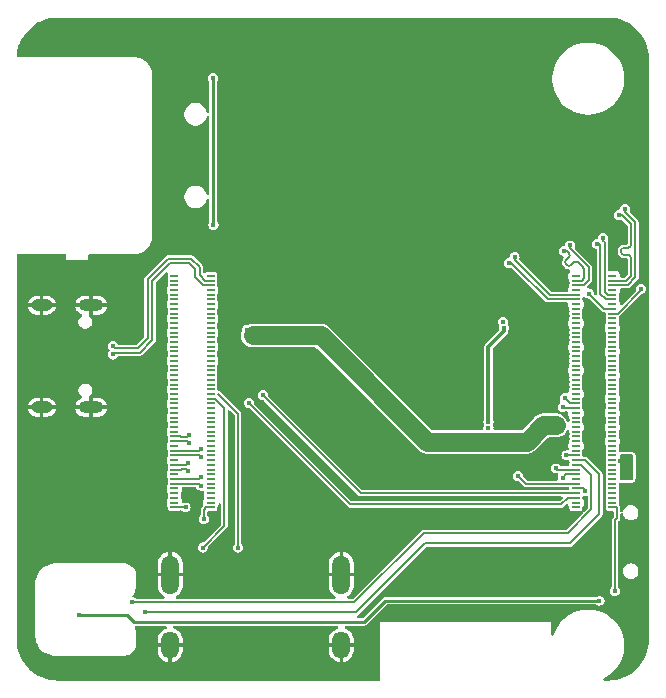
<source format=gbr>
%TF.GenerationSoftware,KiCad,Pcbnew,8.0.7*%
%TF.CreationDate,2024-12-14T14:48:29+01:00*%
%TF.ProjectId,CM5_CB,434d355f-4342-42e6-9b69-6361645f7063,rev?*%
%TF.SameCoordinates,Original*%
%TF.FileFunction,Copper,L4,Bot*%
%TF.FilePolarity,Positive*%
%FSLAX46Y46*%
G04 Gerber Fmt 4.6, Leading zero omitted, Abs format (unit mm)*
G04 Created by KiCad (PCBNEW 8.0.7) date 2024-12-14 14:48:29*
%MOMM*%
%LPD*%
G01*
G04 APERTURE LIST*
%TA.AperFunction,SMDPad,CuDef*%
%ADD10R,0.700000X0.200000*%
%TD*%
%TA.AperFunction,ComponentPad*%
%ADD11O,2.100000X1.000000*%
%TD*%
%TA.AperFunction,ComponentPad*%
%ADD12O,1.800000X1.000000*%
%TD*%
%TA.AperFunction,ComponentPad*%
%ADD13O,1.500000X2.300000*%
%TD*%
%TA.AperFunction,ComponentPad*%
%ADD14O,1.500000X3.300000*%
%TD*%
%TA.AperFunction,ViaPad*%
%ADD15C,0.450000*%
%TD*%
%TA.AperFunction,Conductor*%
%ADD16C,0.250000*%
%TD*%
%TA.AperFunction,Conductor*%
%ADD17C,0.300000*%
%TD*%
%TA.AperFunction,Conductor*%
%ADD18C,1.600000*%
%TD*%
%TA.AperFunction,Conductor*%
%ADD19C,0.200000*%
%TD*%
%TA.AperFunction,Conductor*%
%ADD20C,0.130000*%
%TD*%
%TA.AperFunction,Conductor*%
%ADD21C,0.147000*%
%TD*%
%TA.AperFunction,Conductor*%
%ADD22C,0.127000*%
%TD*%
G04 APERTURE END LIST*
D10*
%TO.P,Module302,101,USB_OTG_ID*%
%TO.N,/CM5/USBOTG_ID*%
X95290000Y-46300000D03*
%TO.P,Module302,102,PCIe_nCLKREQ*%
%TO.N,/CM5/PCIE_nCLKREQ*%
X92210000Y-46300000D03*
%TO.P,Module302,103,USB2_N*%
%TO.N,/USB_C.D_N*%
X95290000Y-46700000D03*
%TO.P,Module302,104,PCIE_nWAKE*%
%TO.N,/CM5/PCIE_nWAKE*%
X92210000Y-46700000D03*
%TO.P,Module302,105,USB2_P*%
%TO.N,/USB_C.D_P*%
X95290000Y-47100000D03*
%TO.P,Module302,106,PCIE_PWR_EN*%
%TO.N,/CM5/PCIE_PWR_EN*%
X92210000Y-47100000D03*
%TO.P,Module302,107,GND*%
%TO.N,GND*%
X95290000Y-47500000D03*
%TO.P,Module302,108,GND*%
X92210000Y-47500000D03*
%TO.P,Module302,109,PCIe_nRST*%
%TO.N,/CM5/PCIE_nRST*%
X95290000Y-47900000D03*
%TO.P,Module302,110,PCIe_CLK_P*%
%TO.N,/CM5/PCIE_CLK_P*%
X92210000Y-47900000D03*
%TO.P,Module302,111,VBUS_EN*%
%TO.N,/CM5/VBUS_EN*%
X95290000Y-48300000D03*
%TO.P,Module302,112,PCIe_CLK_N*%
%TO.N,/CM5/PCIE_CLK_N*%
X92210000Y-48300000D03*
%TO.P,Module302,113,GND*%
%TO.N,GND*%
X95290000Y-48700000D03*
%TO.P,Module302,114,GND*%
X92210000Y-48700000D03*
%TO.P,Module302,115,MIPI0_D0_N*%
%TO.N,/CM5/DPHY0_D0_N*%
X95290000Y-49100000D03*
%TO.P,Module302,116,PCIe_RX_P*%
%TO.N,/CM5/PCIE_RX_P*%
X92210000Y-49100000D03*
%TO.P,Module302,117,MIPI0_D0_P*%
%TO.N,/CM5/DPHY0_D0_P*%
X95290000Y-49500000D03*
%TO.P,Module302,118,PCIe_RX_N*%
%TO.N,/CM5/PCIE_RX_N*%
X92210000Y-49500000D03*
%TO.P,Module302,119,GND*%
%TO.N,GND*%
X95290000Y-49900000D03*
%TO.P,Module302,120,GND*%
X92210000Y-49900000D03*
%TO.P,Module302,121,MIPI0_D1_N*%
%TO.N,/CM5/DPHY0_D1_N*%
X95290000Y-50300000D03*
%TO.P,Module302,122,PCIe_TX_P*%
%TO.N,/CM5/PCIE_TX_P*%
X92210000Y-50300000D03*
%TO.P,Module302,123,MIPI0_D1_P*%
%TO.N,/CM5/DPHY0_D1_P*%
X95290000Y-50700000D03*
%TO.P,Module302,124,PCIe_TX_N*%
%TO.N,/CM5/PCIE_TX_N*%
X92210000Y-50700000D03*
%TO.P,Module302,125,GND*%
%TO.N,GND*%
X95290000Y-51100000D03*
%TO.P,Module302,126,GND*%
X92210000Y-51100000D03*
%TO.P,Module302,127,MIPI0_C_N*%
%TO.N,/CM5/DPHY0_C_N*%
X95290000Y-51500000D03*
%TO.P,Module302,128,USB3-0-RX_N*%
%TO.N,/CM5/USB3-0-RX_N*%
X92210000Y-51500000D03*
%TO.P,Module302,129,MIPI0_C_P*%
%TO.N,/CM5/DPHY0_C_P*%
X95290000Y-51900000D03*
%TO.P,Module302,130,USB3-0-RX_P*%
%TO.N,/CM5/USB3-0-RX_P*%
X92210000Y-51900000D03*
%TO.P,Module302,131,GND*%
%TO.N,GND*%
X95290000Y-52300000D03*
%TO.P,Module302,132,GND*%
X92210000Y-52300000D03*
%TO.P,Module302,133,MIPI0_D2_N*%
%TO.N,/CM5/DPHY0_D2_N*%
X95290000Y-52700000D03*
%TO.P,Module302,134,USB3-0-D_P*%
%TO.N,/CM5/USB3-0-D_P*%
X92210000Y-52700000D03*
%TO.P,Module302,135,MIPI0_D2_P*%
%TO.N,/CM5/DPHY0_D2_P*%
X95290000Y-53100000D03*
%TO.P,Module302,136,USB3-0-D_N*%
%TO.N,/CM5/USB3-0-D_N*%
X92210000Y-53100000D03*
%TO.P,Module302,137,GND*%
%TO.N,GND*%
X95290000Y-53500000D03*
%TO.P,Module302,138,GND*%
X92210000Y-53500000D03*
%TO.P,Module302,139,MIPI0_D3_N*%
%TO.N,/CM5/DPHY0_D3_N*%
X95290000Y-53900000D03*
%TO.P,Module302,140,USB3-0-TX_N*%
%TO.N,/CM5/USB3-0-TX_N*%
X92210000Y-53900000D03*
%TO.P,Module302,141,MIPI0_D3_P*%
%TO.N,/CM5/DPHY0_D3_P*%
X95290000Y-54300000D03*
%TO.P,Module302,142,USB3-0-TX_P*%
%TO.N,/CM5/USB3-0-TX_P*%
X92210000Y-54300000D03*
%TO.P,Module302,143,HDMI1_HOTPLUG*%
%TO.N,/CM5/HDMI1_HOTPLUG*%
X95290000Y-54700000D03*
%TO.P,Module302,144,GND*%
%TO.N,GND*%
X92210000Y-54700000D03*
%TO.P,Module302,145,HDMI1_SDA*%
%TO.N,/CM5/HDMI1_SDA*%
X95290000Y-55100000D03*
%TO.P,Module302,146,HDMI1_TX2_P*%
%TO.N,/CM5/HDMI1_D2_P*%
X92210000Y-55100000D03*
%TO.P,Module302,147,HDMI1_SCL*%
%TO.N,/CM5/HDMI1_SCL*%
X95290000Y-55500000D03*
%TO.P,Module302,148,HDMI1_TX2_N*%
%TO.N,/CM5/HDMI1_D2_N*%
X92210000Y-55500000D03*
%TO.P,Module302,149,HDMI1_CEC*%
%TO.N,/CM5/HDMI1_CEC*%
X95290000Y-55900000D03*
%TO.P,Module302,150,GND*%
%TO.N,GND*%
X92210000Y-55900000D03*
%TO.P,Module302,151,HDMI0_CEC*%
%TO.N,/CM5/HDMI_PI.HDMI0_CEC*%
X95290000Y-56300000D03*
%TO.P,Module302,152,HDMI1_TX1_P*%
%TO.N,/CM5/HDMI1_D1_P*%
X92210000Y-56300000D03*
%TO.P,Module302,153,HDMI0_HOTPLUG*%
%TO.N,/CM5/HDMI_PI.HDMI0_HOTPLUG*%
X95290000Y-56700000D03*
%TO.P,Module302,154,HDMI1_TX1_N*%
%TO.N,/CM5/HDMI1_D1_N*%
X92210000Y-56700000D03*
%TO.P,Module302,155,GND*%
%TO.N,GND*%
X95290000Y-57100000D03*
%TO.P,Module302,156,GND*%
X92210000Y-57100000D03*
%TO.P,Module302,157,USB3-1-RX_N*%
%TO.N,/CM5/USB3-1-RX_N*%
X95290000Y-57500000D03*
%TO.P,Module302,158,HDMI1_TX0_P*%
%TO.N,/CM5/HDMI1_D0_P*%
X92210000Y-57500000D03*
%TO.P,Module302,159,USB3-1-RX_P*%
%TO.N,/CM5/USB3-1-RX_P*%
X95290000Y-57900000D03*
%TO.P,Module302,160,HDMI1_TX0_N*%
%TO.N,/CM5/HDMI1_D0_N*%
X92210000Y-57900000D03*
%TO.P,Module302,161,GND*%
%TO.N,GND*%
X95290000Y-58300000D03*
%TO.P,Module302,162,GND*%
X92210000Y-58300000D03*
%TO.P,Module302,163,USB3-1-D_P*%
%TO.N,/CM5/USB3-1-D_P*%
X95290000Y-58700000D03*
%TO.P,Module302,164,HDMI1_CLK_P*%
%TO.N,/CM5/HDMI1_CK_P*%
X92210000Y-58700000D03*
%TO.P,Module302,165,USB3-1-D_N*%
%TO.N,/CM5/USB3-1-D_N*%
X95290000Y-59100000D03*
%TO.P,Module302,166,HDMI1_CLK_N*%
%TO.N,/CM5/HDMI1_CK_N*%
X92210000Y-59100000D03*
%TO.P,Module302,167,GND*%
%TO.N,GND*%
X95290000Y-59500000D03*
%TO.P,Module302,168,GND*%
X92210000Y-59500000D03*
%TO.P,Module302,169,USB3-1-TX_N*%
%TO.N,/CM5/USB3-1-TX_N*%
X95290000Y-59900000D03*
%TO.P,Module302,170,HDMI0_TX2_P*%
%TO.N,/CM5/HDMI_PI.HDMI0_D2_P*%
X92210000Y-59900000D03*
%TO.P,Module302,171,USB3-1-TX_P*%
%TO.N,/CM5/USB3-1-TX_P*%
X95290000Y-60300000D03*
%TO.P,Module302,172,HDMI0_TX2_N*%
%TO.N,/CM5/HDMI_PI.HDMI0_D2_N*%
X92210000Y-60300000D03*
%TO.P,Module302,173,GND*%
%TO.N,GND*%
X95290000Y-60700000D03*
%TO.P,Module302,174,GND*%
X92210000Y-60700000D03*
%TO.P,Module302,175,MIPI1_D0_N*%
%TO.N,/CM5/DPHY1_D0_N*%
X95290000Y-61100000D03*
%TO.P,Module302,176,HDMI0_TX1_P*%
%TO.N,/CM5/HDMI_PI.HDMI0_D1_P*%
X92210000Y-61100000D03*
%TO.P,Module302,177,MIPI1_D0_P*%
%TO.N,/CM5/DPHY1_D0_P*%
X95290000Y-61500000D03*
%TO.P,Module302,178,HDMI0_TX1_N*%
%TO.N,/CM5/HDMI_PI.HDMI0_D1_N*%
X92210000Y-61500000D03*
%TO.P,Module302,179,GND*%
%TO.N,GND*%
X95290000Y-61900000D03*
%TO.P,Module302,180,GND*%
X92210000Y-61900000D03*
%TO.P,Module302,181,MIPI1_D1_N*%
%TO.N,/CM5/DPHY1_D1_N*%
X95290000Y-62300000D03*
%TO.P,Module302,182,HDMI0_TX0_P*%
%TO.N,/CM5/HDMI_PI.HDMI0_D0_P*%
X92210000Y-62300000D03*
%TO.P,Module302,183,MIPI1_D1_P*%
%TO.N,/CM5/DPHY1_D1_P*%
X95290000Y-62700000D03*
%TO.P,Module302,184,HDMI0_TX0_N*%
%TO.N,/CM5/HDMI_PI.HDMI0_D0_N*%
X92210000Y-62700000D03*
%TO.P,Module302,185,GND*%
%TO.N,GND*%
X95290000Y-63100000D03*
%TO.P,Module302,186,GND*%
X92210000Y-63100000D03*
%TO.P,Module302,187,MIPI1_C_N*%
%TO.N,/CM5/DPHY1_C_N*%
X95290000Y-63500000D03*
%TO.P,Module302,188,HDMI0_CLK_P*%
%TO.N,/CM5/HDMI_PI.HDMI0_CK_P*%
X92210000Y-63500000D03*
%TO.P,Module302,189,MIPI1_C_P*%
%TO.N,/CM5/DPHY1_C_P*%
X95290000Y-63900000D03*
%TO.P,Module302,190,HDMI0_CLK_N*%
%TO.N,/CM5/HDMI_PI.HDMI0_CK_N*%
X92210000Y-63900000D03*
%TO.P,Module302,191,GND*%
%TO.N,GND*%
X95290000Y-64300000D03*
%TO.P,Module302,192,GND*%
X92210000Y-64300000D03*
%TO.P,Module302,193,MIPI1_D2_N*%
%TO.N,/CM5/DPHY1_D2_N*%
X95290000Y-64700000D03*
%TO.P,Module302,194,MIPI1_D3_N*%
%TO.N,/CM5/DPHY1_D3_N*%
X92210000Y-64700000D03*
%TO.P,Module302,195,MIPI1_D2_P*%
%TO.N,/CM5/DPHY1_D2_P*%
X95290000Y-65100000D03*
%TO.P,Module302,196,MIPI1_D3_P*%
%TO.N,/CM5/DPHY1_D3_P*%
X92210000Y-65100000D03*
%TO.P,Module302,197,GND*%
%TO.N,GND*%
X95290000Y-65500000D03*
%TO.P,Module302,198,GND*%
X92210000Y-65500000D03*
%TO.P,Module302,199,HDMI0_SDA*%
%TO.N,/CM5/HDMI_PI.HDMI0_SDA*%
X95290000Y-65900000D03*
%TO.P,Module302,200,HDMI0_SCL*%
%TO.N,/CM5/HDMI_PI.HDMI0_SCL*%
X92210000Y-65900000D03*
%TD*%
%TO.P,Module301,100,CAM_GPIO1*%
%TO.N,/CM5/CAM_GPIO1*%
X126210000Y-65900000D03*
%TO.P,Module301,99,PMIC_ENABLE*%
%TO.N,/CM5/GLOBAL_EN*%
X129290000Y-65900000D03*
%TO.P,Module301,98,GND*%
%TO.N,GND*%
X126210000Y-65500000D03*
%TO.P,Module301,97,CAM_GPIO0*%
%TO.N,/CM5/CAM_GPIO0*%
X129290000Y-65500000D03*
%TO.P,Module301,96,CC2*%
%TO.N,/CC2*%
X126210000Y-65100000D03*
%TO.P,Module301,95,LED_nPWR*%
%TO.N,/CM5/PI_nLED_PWR*%
X129290000Y-65100000D03*
%TO.P,Module301,94,CC1*%
%TO.N,/CC1*%
X126210000Y-64700000D03*
%TO.P,Module301,93,nRPIBOOT*%
%TO.N,/CM5/nRPIBOOT*%
X129290000Y-64700000D03*
%TO.P,Module301,92,PWR_BUT*%
%TO.N,/CM5/PWR_BUT*%
X126210000Y-64300000D03*
%TO.P,Module301,91,BT_nDisable*%
%TO.N,/CM5/BT_nDis*%
X129290000Y-64300000D03*
%TO.P,Module301,90,+1.8v_(Output)*%
%TO.N,+1V8*%
X126210000Y-63900000D03*
%TO.P,Module301,89,WiFi_nDisable*%
%TO.N,/CM5/WL_nDis*%
X129290000Y-63900000D03*
%TO.P,Module301,88,+1.8v_(Output)*%
%TO.N,+1V8*%
X126210000Y-63500000D03*
%TO.P,Module301,87,+5v_(Input)*%
%TO.N,+5V*%
X129290000Y-63500000D03*
%TO.P,Module301,86,+3.3v_(Output)*%
%TO.N,+3V3*%
X126210000Y-63100000D03*
%TO.P,Module301,85,+5v_(Input)*%
%TO.N,+5V*%
X129290000Y-63100000D03*
%TO.P,Module301,84,+3.3v_(Output)*%
%TO.N,+3V3*%
X126210000Y-62700000D03*
%TO.P,Module301,83,+5v_(Input)*%
%TO.N,+5V*%
X129290000Y-62700000D03*
%TO.P,Module301,82,SDA0*%
%TO.N,/CM5/SDA0*%
X126210000Y-62300000D03*
%TO.P,Module301,81,+5v_(Input)*%
%TO.N,+5V*%
X129290000Y-62300000D03*
%TO.P,Module301,80,SCL0*%
%TO.N,/CM5/SCL0*%
X126210000Y-61900000D03*
%TO.P,Module301,79,+5v_(Input)*%
%TO.N,+5V*%
X129290000Y-61900000D03*
%TO.P,Module301,78,GPIO_VREF(1.8v/3.3v_Input)*%
%TO.N,/CM5/GPIO_VREF*%
X126210000Y-61500000D03*
%TO.P,Module301,77,+5v_(Input)*%
%TO.N,+5V*%
X129290000Y-61500000D03*
%TO.P,Module301,76,VBAT*%
%TO.N,/CM5/VBAT*%
X126210000Y-61100000D03*
%TO.P,Module301,75,SD_PWR_ON*%
%TO.N,/CM5/SD_PWR_ON*%
X129290000Y-61100000D03*
%TO.P,Module301,74,GND*%
%TO.N,GND*%
X126210000Y-60700000D03*
%TO.P,Module301,73,SD_VDD_Override*%
%TO.N,unconnected-(Module301-SD_VDD_Override-Pad73)*%
X129290000Y-60700000D03*
%TO.P,Module301,72,SD_DAT6*%
%TO.N,unconnected-(Module301-SD_DAT6-Pad72)*%
X126210000Y-60300000D03*
%TO.P,Module301,71,GND*%
%TO.N,GND*%
X129290000Y-60300000D03*
%TO.P,Module301,70,SD_DAT7*%
%TO.N,unconnected-(Module301-SD_DAT7-Pad70)*%
X126210000Y-59900000D03*
%TO.P,Module301,69,SD_DAT2*%
%TO.N,/CM5/SD_DAT2*%
X129290000Y-59900000D03*
%TO.P,Module301,68,SD_DAT4*%
%TO.N,unconnected-(Module301-SD_DAT4-Pad68)*%
X126210000Y-59500000D03*
%TO.P,Module301,67,SD_DAT1*%
%TO.N,/CM5/SD_DAT1*%
X129290000Y-59500000D03*
%TO.P,Module301,66,GND*%
%TO.N,GND*%
X126210000Y-59100000D03*
%TO.P,Module301,65,GND*%
X129290000Y-59100000D03*
%TO.P,Module301,64,SD_DAT5*%
%TO.N,unconnected-(Module301-SD_DAT5-Pad64)*%
X126210000Y-58700000D03*
%TO.P,Module301,63,SD_DAT0*%
%TO.N,/CM5/SD_DAT0*%
X129290000Y-58700000D03*
%TO.P,Module301,62,SD_CMD*%
%TO.N,/CM5/SD_CMD*%
X126210000Y-58300000D03*
%TO.P,Module301,61,SD_DAT3*%
%TO.N,/CM5/SD_DAT3*%
X129290000Y-58300000D03*
%TO.P,Module301,60,GND*%
%TO.N,GND*%
X126210000Y-57900000D03*
%TO.P,Module301,59,GND*%
X129290000Y-57900000D03*
%TO.P,Module301,58,GPIO2*%
%TO.N,/CM5/GPIO2*%
X126210000Y-57500000D03*
%TO.P,Module301,57,SD_CLK*%
%TO.N,/CM5/SD_CLK*%
X129290000Y-57500000D03*
%TO.P,Module301,56,GPIO3*%
%TO.N,/CM5/GPIO3*%
X126210000Y-57100000D03*
%TO.P,Module301,55,GPIO14*%
%TO.N,/CM5/GPIO14*%
X129290000Y-57100000D03*
%TO.P,Module301,54,GPIO4*%
%TO.N,/CM5/GPIO4*%
X126210000Y-56700000D03*
%TO.P,Module301,53,GND*%
%TO.N,GND*%
X129290000Y-56700000D03*
%TO.P,Module301,52,GND*%
X126210000Y-56300000D03*
%TO.P,Module301,51,GPIO15*%
%TO.N,/CM5/GPIO15*%
X129290000Y-56300000D03*
%TO.P,Module301,50,GPIO17*%
%TO.N,/CM5/GPIO17*%
X126210000Y-55900000D03*
%TO.P,Module301,49,GPIO18*%
%TO.N,/CM5/GPIO18*%
X129290000Y-55900000D03*
%TO.P,Module301,48,GPIO27*%
%TO.N,/CM5/GPIO27*%
X126210000Y-55500000D03*
%TO.P,Module301,47,GPIO23*%
%TO.N,/CM5/GPIO23*%
X129290000Y-55500000D03*
%TO.P,Module301,46,GPIO22*%
%TO.N,/CM5/GPIO22*%
X126210000Y-55100000D03*
%TO.P,Module301,45,GPIO24*%
%TO.N,/CM5/GPIO24*%
X129290000Y-55100000D03*
%TO.P,Module301,44,GPIO10*%
%TO.N,/CM5/GPIO10*%
X126210000Y-54700000D03*
%TO.P,Module301,43,GND*%
%TO.N,GND*%
X129290000Y-54700000D03*
%TO.P,Module301,42,GND*%
X126210000Y-54300000D03*
%TO.P,Module301,41,GPIO25*%
%TO.N,/CM5/GPIO25*%
X129290000Y-54300000D03*
%TO.P,Module301,40,GPIO9*%
%TO.N,/CM5/GPIO9*%
X126210000Y-53900000D03*
%TO.P,Module301,39,GPIO8*%
%TO.N,/CM5/GPIO8*%
X129290000Y-53900000D03*
%TO.P,Module301,38,GPIO11*%
%TO.N,/CM5/GPIO11*%
X126210000Y-53500000D03*
%TO.P,Module301,37,GPIO7*%
%TO.N,/CM5/GPIO7*%
X129290000Y-53500000D03*
%TO.P,Module301,36,ID_SD*%
%TO.N,/CM5/ID_SD*%
X126210000Y-53100000D03*
%TO.P,Module301,35,ID_SC*%
%TO.N,/CM5/ID_SC*%
X129290000Y-53100000D03*
%TO.P,Module301,34,GPIO5*%
%TO.N,/CM5/GPIO5*%
X126210000Y-52700000D03*
%TO.P,Module301,33,GND*%
%TO.N,GND*%
X129290000Y-52700000D03*
%TO.P,Module301,32,GND*%
X126210000Y-52300000D03*
%TO.P,Module301,31,GPIO12*%
%TO.N,/CM5/GPIO12*%
X129290000Y-52300000D03*
%TO.P,Module301,30,GPIO6*%
%TO.N,/CM5/GPIO6*%
X126210000Y-51900000D03*
%TO.P,Module301,29,GPIO16*%
%TO.N,/CM5/GPIO16*%
X129290000Y-51900000D03*
%TO.P,Module301,28,GPIO13*%
%TO.N,/CM5/GPIO13*%
X126210000Y-51500000D03*
%TO.P,Module301,27,GPIO20*%
%TO.N,/CM5/GPIO20*%
X129290000Y-51500000D03*
%TO.P,Module301,26,GPIO19*%
%TO.N,/CM5/GPIO19*%
X126210000Y-51100000D03*
%TO.P,Module301,25,GPIO21*%
%TO.N,/CM5/GPIO21*%
X129290000Y-51100000D03*
%TO.P,Module301,24,GPIO26*%
%TO.N,/CM5/GPIO26*%
X126210000Y-50700000D03*
%TO.P,Module301,23,GND*%
%TO.N,GND*%
X129290000Y-50700000D03*
%TO.P,Module301,22,GND*%
X126210000Y-50300000D03*
%TO.P,Module301,21,LED_nACT*%
%TO.N,/CM5/nLED_ACTIVITY*%
X129290000Y-50300000D03*
%TO.P,Module301,20,EEPROM_nWP*%
%TO.N,/CM5/EEPROM_nWP*%
X126210000Y-49900000D03*
%TO.P,Module301,19,FAN_PWM*%
%TO.N,/CM5/PWM*%
X129290000Y-49900000D03*
%TO.P,Module301,18,Ethernet_SYNC_OUT(3.3v)*%
%TO.N,/CM5/SYNC_OUT*%
X126210000Y-49500000D03*
%TO.P,Module301,17,Ethernet_nLED2(3.3v)*%
%TO.N,/CM5/nLED_SPEED_100_1000*%
X129290000Y-49500000D03*
%TO.P,Module301,16,FAN_TACHO*%
%TO.N,/CM5/TACHO*%
X126210000Y-49100000D03*
%TO.P,Module301,15,Ethernet_nLED3(3.3v)*%
%TO.N,/CM5/ETH_nLED_ACTIVITY*%
X129290000Y-49100000D03*
%TO.P,Module301,14,GND*%
%TO.N,GND*%
X126210000Y-48700000D03*
%TO.P,Module301,13,GND*%
X129290000Y-48700000D03*
%TO.P,Module301,12,Ethernet_Pair0_P*%
%TO.N,/CM5/ETH_PI.TRD0_P*%
X126210000Y-48300000D03*
%TO.P,Module301,11,Ethernet_Pair2_P*%
%TO.N,/CM5/ETH_PI.TRD2_P*%
X129290000Y-48300000D03*
%TO.P,Module301,10,Ethernet_Pair0_N*%
%TO.N,/CM5/ETH_PI.TRD0_N*%
X126210000Y-47900000D03*
%TO.P,Module301,9,Ethernet_Pair2_N*%
%TO.N,/CM5/ETH_PI.TRD2_N*%
X129290000Y-47900000D03*
%TO.P,Module301,8,GND*%
%TO.N,GND*%
X126210000Y-47500000D03*
%TO.P,Module301,7,GND*%
X129290000Y-47500000D03*
%TO.P,Module301,6,Ethernet_Pair1_N*%
%TO.N,/CM5/ETH_PI.TRD1_N*%
X126210000Y-47100000D03*
%TO.P,Module301,5,Ethernet_Pair3_N*%
%TO.N,/CM5/ETH_PI.TRD3_N*%
X129290000Y-47100000D03*
%TO.P,Module301,4,Ethernet_Pair1_P*%
%TO.N,/CM5/ETH_PI.TRD1_P*%
X126210000Y-46700000D03*
%TO.P,Module301,3,Ethernet_Pair3_P*%
%TO.N,/CM5/ETH_PI.TRD3_P*%
X129290000Y-46700000D03*
%TO.P,Module301,2,GND*%
%TO.N,GND*%
X126210000Y-46300000D03*
%TO.P,Module301,1,GND*%
X129290000Y-46300000D03*
%TD*%
D11*
%TO.P,J101,S1,SHIELD*%
%TO.N,GND*%
X85155000Y-48780000D03*
D12*
X80975000Y-48780000D03*
D11*
X85155000Y-57420000D03*
D12*
X80975000Y-57420000D03*
%TD*%
D13*
%TO.P,J501,SH4,SH*%
%TO.N,GND*%
X106350000Y-77560000D03*
%TO.P,J501,SH3,SH*%
X91850000Y-77560000D03*
D14*
%TO.P,J501,SH2,SH*%
X91850000Y-71600000D03*
%TO.P,J501,SH1,SH*%
X106350000Y-71600000D03*
%TD*%
D15*
%TO.N,+3V3*%
X95517500Y-41967500D03*
X95500000Y-29550000D03*
X120100000Y-50700000D03*
X120050000Y-50200000D03*
X118800000Y-59150000D03*
X118800000Y-58650000D03*
%TO.N,/CM5/GPIO2*%
X125100000Y-57400000D03*
%TO.N,/CM5/GPIO3*%
X125250000Y-56650000D03*
%TO.N,+5V*%
X124950000Y-59400000D03*
X123450000Y-58950000D03*
X99800000Y-51350000D03*
X98350000Y-50850000D03*
X124500000Y-58950000D03*
X130150000Y-61600000D03*
X129950000Y-62000000D03*
X98850000Y-51350000D03*
%TO.N,/CM5/ETH_nLED_ACTIVITY*%
X127300000Y-47800000D03*
%TO.N,/CM5/nLED_SPEED_100_1000*%
X131700000Y-47400000D03*
%TO.N,+3V3*%
X125100000Y-63400000D03*
X128200000Y-73800000D03*
X84100000Y-75000000D03*
%TO.N,+5V*%
X130520000Y-62000000D03*
%TO.N,/CM5/GLOBAL_EN*%
X129500000Y-73000000D03*
%TO.N,/CM5/PWR_BUT*%
X127000000Y-64500000D03*
%TO.N,+1V8*%
X121300000Y-63250000D03*
%TO.N,+3V3*%
X124500000Y-62600000D03*
%TO.N,/CM5/GPIO_VREF*%
X125400000Y-61500000D03*
%TO.N,/CM5/SDA0*%
X88600000Y-73900000D03*
%TO.N,/CM5/SCL0*%
X89700000Y-74800000D03*
%TO.N,/CC1*%
X99700000Y-56400000D03*
%TO.N,/USB_C.D_P*%
X87023800Y-52951500D03*
%TO.N,/USB_C.D_N*%
X87023800Y-52248500D03*
%TO.N,/CC2*%
X98500000Y-57050000D03*
%TO.N,/CM5/HDMI_PI.HDMI0_HOTPLUG*%
X94600000Y-69300000D03*
%TO.N,/CM5/HDMI_PI.HDMI0_SDA*%
X94700000Y-66900000D03*
%TO.N,/CM5/HDMI_PI.HDMI0_SCL*%
X93150000Y-65900000D03*
%TO.N,/CM5/HDMI_PI.HDMI0_CEC*%
X97610000Y-69300000D03*
%TO.N,/CM5/HDMI_PI.HDMI0_CK_P*%
X94460000Y-63358500D03*
%TO.N,/CM5/HDMI_PI.HDMI0_CK_N*%
X94460000Y-64061500D03*
%TO.N,/CM5/HDMI_PI.HDMI0_D0_N*%
X93387971Y-62851500D03*
%TO.N,/CM5/HDMI_PI.HDMI0_D0_P*%
X93387971Y-62148500D03*
%TO.N,/CM5/HDMI_PI.HDMI0_D1_N*%
X94467604Y-61641500D03*
%TO.N,/CM5/HDMI_PI.HDMI0_D1_P*%
X94467604Y-60938500D03*
%TO.N,/CM5/HDMI_PI.HDMI0_D2_P*%
X93462679Y-59748500D03*
%TO.N,/CM5/HDMI_PI.HDMI0_D2_N*%
X93462679Y-60451500D03*
%TO.N,/CM5/ETH_PI.TRD1_N*%
X125716766Y-43721790D03*
%TO.N,/CM5/ETH_PI.TRD1_P*%
X125221790Y-44216766D03*
%TO.N,/CM5/ETH_PI.TRD2_N*%
X128497488Y-43102512D03*
%TO.N,/CM5/ETH_PI.TRD2_P*%
X128002512Y-43597488D03*
%TO.N,/CM5/ETH_PI.TRD3_P*%
X129852512Y-41147488D03*
%TO.N,/CM5/ETH_PI.TRD3_N*%
X130347488Y-40652512D03*
%TO.N,/CM5/ETH_PI.TRD0_P*%
X120515626Y-45210602D03*
%TO.N,/CM5/ETH_PI.TRD0_N*%
X121010602Y-44715626D03*
%TD*%
D16*
%TO.N,+3V3*%
X95500000Y-29550000D02*
X95500000Y-41950000D01*
X95500000Y-41950000D02*
X95517500Y-41967500D01*
D17*
X118800000Y-52300000D02*
X120100000Y-51000000D01*
X118800000Y-58650000D02*
X118800000Y-52300000D01*
X120100000Y-51000000D02*
X120100000Y-50700000D01*
D18*
%TO.N,+5V*%
X99800000Y-51350000D02*
X104600000Y-51350000D01*
X113600000Y-60350000D02*
X122050000Y-60350000D01*
X104600000Y-51350000D02*
X113600000Y-60350000D01*
X122050000Y-60350000D02*
X123450000Y-58950000D01*
D19*
%TO.N,+3V3*%
X126210000Y-63100000D02*
X125400000Y-63100000D01*
X125400000Y-63100000D02*
X125100000Y-63400000D01*
D20*
%TO.N,+1V8*%
X126210000Y-63900000D02*
X121950000Y-63900000D01*
X121950000Y-63900000D02*
X121300000Y-63250000D01*
%TO.N,/CM5/GPIO2*%
X125200000Y-57500000D02*
X125100000Y-57400000D01*
X126210000Y-57500000D02*
X125200000Y-57500000D01*
%TO.N,/CM5/GPIO3*%
X125700000Y-57100000D02*
X125250000Y-56650000D01*
X126210000Y-57100000D02*
X125700000Y-57100000D01*
D18*
%TO.N,+5V*%
X123450000Y-58950000D02*
X124500000Y-58950000D01*
X98850000Y-51350000D02*
X99800000Y-51350000D01*
D20*
%TO.N,/CC2*%
X98500000Y-57050000D02*
X107100000Y-65650000D01*
X107100000Y-65650000D02*
X124950000Y-65650000D01*
X125500000Y-65100000D02*
X126210000Y-65100000D01*
X124950000Y-65650000D02*
X125500000Y-65100000D01*
%TO.N,/CC1*%
X99700000Y-56400000D02*
X108000000Y-64700000D01*
X108000000Y-64700000D02*
X126210000Y-64700000D01*
D16*
%TO.N,+3V3*%
X84100000Y-75000000D02*
X88200000Y-75000000D01*
X88200000Y-75000000D02*
X88800000Y-75600000D01*
X88800000Y-75600000D02*
X108250000Y-75600000D01*
X108250000Y-75600000D02*
X110050000Y-73800000D01*
X110050000Y-73800000D02*
X128200000Y-73800000D01*
D20*
%TO.N,/CM5/SCL0*%
X89700000Y-74800000D02*
X107600000Y-74800000D01*
X107600000Y-74800000D02*
X113450000Y-68950000D01*
X125700000Y-68950000D02*
X128200000Y-66450000D01*
X128200000Y-66450000D02*
X128200000Y-63100000D01*
X113450000Y-68950000D02*
X125700000Y-68950000D01*
X128200000Y-63100000D02*
X127000000Y-61900000D01*
X127000000Y-61900000D02*
X126210000Y-61900000D01*
%TO.N,/CM5/SDA0*%
X107450000Y-73900000D02*
X113300000Y-68050000D01*
X125500000Y-68050000D02*
X127500000Y-66050000D01*
X88600000Y-73900000D02*
X107450000Y-73900000D01*
X126650000Y-62300000D02*
X126210000Y-62300000D01*
X127500000Y-66050000D02*
X127500000Y-63150000D01*
X113300000Y-68050000D02*
X125500000Y-68050000D01*
X127500000Y-63150000D02*
X126650000Y-62300000D01*
%TO.N,/CM5/ETH_nLED_ACTIVITY*%
X127300000Y-47800000D02*
X128600000Y-49100000D01*
X128600000Y-49100000D02*
X129290000Y-49100000D01*
%TO.N,/CM5/nLED_SPEED_100_1000*%
X131700000Y-47400000D02*
X131700000Y-47530000D01*
X131700000Y-47530000D02*
X129730000Y-49500000D01*
X129730000Y-49500000D02*
X129290000Y-49500000D01*
%TO.N,+3V3*%
X124500000Y-62600000D02*
X124600000Y-62700000D01*
X124600000Y-62700000D02*
X126210000Y-62700000D01*
%TO.N,/CM5/GLOBAL_EN*%
X129290000Y-65900000D02*
X129645000Y-65900000D01*
X129645000Y-65900000D02*
X129700000Y-65955000D01*
X129500000Y-67000000D02*
X129500000Y-73000000D01*
X129700000Y-65955000D02*
X129700000Y-66800000D01*
X129700000Y-66800000D02*
X129500000Y-67000000D01*
%TO.N,/CM5/PWR_BUT*%
X126800000Y-64300000D02*
X127000000Y-64500000D01*
X126210000Y-64300000D02*
X126800000Y-64300000D01*
%TO.N,/CM5/GPIO_VREF*%
X126210000Y-61500000D02*
X125400000Y-61500000D01*
%TO.N,/CM5/ETH_PI.TRD1_P*%
X125449023Y-45399502D02*
G75*
G03*
X125788435Y-45399502I169706J169704D01*
G01*
X126039912Y-45148024D02*
G75*
G02*
X126379323Y-45148023I169706J-169707D01*
G01*
X125615649Y-44384351D02*
G75*
G02*
X125615693Y-44723805I-169749J-169749D01*
G01*
X125364171Y-44975239D02*
G75*
G03*
X125364215Y-45314606I169729J-169661D01*
G01*
X125221790Y-44216766D02*
X125448065Y-44216766D01*
X125615649Y-44384350D02*
X125615649Y-44384351D01*
X125615649Y-44723762D02*
X125364171Y-44975239D01*
X125364171Y-45314650D02*
X125449023Y-45399502D01*
X125448065Y-44216766D02*
X125615649Y-44384350D01*
X126464177Y-45232879D02*
X126727899Y-45496601D01*
X126727899Y-45496601D02*
X126910000Y-45678702D01*
X126910000Y-45678702D02*
X126910000Y-46521298D01*
X125788435Y-45399502D02*
X126039912Y-45148024D01*
X126379323Y-45148024D02*
X126464177Y-45232879D01*
X126910000Y-46521298D02*
X126721298Y-46710000D01*
X126721298Y-46710000D02*
X126470000Y-46710000D01*
X126470000Y-46710000D02*
X126460000Y-46700000D01*
X126460000Y-46700000D02*
X126210000Y-46700000D01*
%TO.N,/CM5/ETH_PI.TRD3_P*%
X130024345Y-44273425D02*
G75*
G03*
X130264345Y-44513355I239955J25D01*
G01*
X130860000Y-43673425D02*
G75*
G02*
X130620000Y-43913400I-240000J25D01*
G01*
X130620000Y-44513425D02*
G75*
G02*
X130859975Y-44753425I0J-239975D01*
G01*
X130264345Y-43913425D02*
G75*
G03*
X130024325Y-44153425I-45J-239975D01*
G01*
X130421298Y-46710000D02*
X130273429Y-46710000D01*
X130273429Y-46710000D02*
X129825001Y-46710000D01*
X130264345Y-44513425D02*
X130620000Y-44513425D01*
X130620000Y-43913425D02*
X130264345Y-43913425D01*
X129852512Y-41147488D02*
X130078787Y-41147488D01*
X130078787Y-41147488D02*
X130860000Y-41928701D01*
X130860000Y-41928701D02*
X130860000Y-43673425D01*
X130024345Y-44153425D02*
X130024345Y-44273425D01*
X130860000Y-44753425D02*
X130860000Y-44873425D01*
X130860000Y-44873425D02*
X130860000Y-46271298D01*
X130860000Y-46271298D02*
X130421298Y-46710000D01*
X129815001Y-46700000D02*
X129290000Y-46700000D01*
X129825001Y-46710000D02*
X129815001Y-46700000D01*
%TO.N,/CM5/HDMI_PI.HDMI0_CEC*%
X97610000Y-69300000D02*
X97610000Y-58020000D01*
X97610000Y-58020000D02*
X95890000Y-56300000D01*
%TO.N,/CM5/HDMI_PI.HDMI0_HOTPLUG*%
X94600000Y-69300000D02*
X96450000Y-67450000D01*
X96450000Y-67450000D02*
X96450000Y-57500000D01*
X96450000Y-57500000D02*
X95650000Y-56700000D01*
%TO.N,/CM5/HDMI_PI.HDMI0_SDA*%
X94900000Y-65900000D02*
X95290000Y-65900000D01*
X94700000Y-66100000D02*
X94900000Y-65900000D01*
X94700000Y-66900000D02*
X94700000Y-66100000D01*
D21*
%TO.N,/USB_C.D_P*%
X87023800Y-52951500D02*
X87175300Y-52800000D01*
X87175300Y-52800000D02*
X89282844Y-52800000D01*
%TO.N,/USB_C.D_N*%
X87023800Y-52248500D02*
X87175300Y-52400000D01*
X87175300Y-52400000D02*
X89117156Y-52400000D01*
X89950000Y-51567156D02*
X89117156Y-52400000D01*
%TO.N,/USB_C.D_P*%
X93950000Y-46432844D02*
X93950000Y-45735776D01*
X94617156Y-47100000D02*
X93950000Y-46432844D01*
X93464224Y-45250000D02*
X91832844Y-45250000D01*
X91832844Y-45250000D02*
X90350000Y-46732844D01*
%TO.N,/USB_C.D_N*%
X94350000Y-45570088D02*
X93629912Y-44850000D01*
%TO.N,/USB_C.D_P*%
X93950000Y-45735776D02*
X93464224Y-45250000D01*
X90350000Y-51732844D02*
X89282844Y-52800000D01*
%TO.N,/USB_C.D_N*%
X94350000Y-46267156D02*
X94350000Y-45570088D01*
X91667156Y-44850000D02*
X89950000Y-46567156D01*
X95290000Y-46700000D02*
X94782844Y-46700000D01*
%TO.N,/USB_C.D_P*%
X95290000Y-47100000D02*
X94617156Y-47100000D01*
%TO.N,/USB_C.D_N*%
X94782844Y-46700000D02*
X94350000Y-46267156D01*
%TO.N,/USB_C.D_P*%
X90350000Y-46732844D02*
X90350000Y-51732844D01*
%TO.N,/USB_C.D_N*%
X93629912Y-44850000D02*
X91667156Y-44850000D01*
X89950000Y-46567156D02*
X89950000Y-51567156D01*
D20*
%TO.N,/CM5/HDMI_PI.HDMI0_SCL*%
X93150000Y-65900000D02*
X92210000Y-65900000D01*
D22*
%TO.N,/CM5/HDMI_PI.HDMI0_CK_P*%
X93250000Y-63520000D02*
X93240000Y-63510000D01*
%TO.N,/CM5/HDMI_PI.HDMI0_CK_N*%
X92745001Y-63890000D02*
X92735001Y-63900000D01*
%TO.N,/CM5/HDMI_PI.HDMI0_CK_P*%
X93240000Y-63510000D02*
X92745001Y-63510000D01*
X92735001Y-63500000D02*
X92210000Y-63500000D01*
X92745001Y-63510000D02*
X92735001Y-63500000D01*
%TO.N,/CM5/HDMI_PI.HDMI0_CK_N*%
X92735001Y-63900000D02*
X92210000Y-63900000D01*
X94460000Y-64061500D02*
X94298500Y-63900000D01*
X94298500Y-63900000D02*
X93104582Y-63900000D01*
X93094582Y-63890000D02*
X92745001Y-63890000D01*
X93104582Y-63900000D02*
X93094582Y-63890000D01*
%TO.N,/CM5/HDMI_PI.HDMI0_CK_P*%
X94460000Y-63358500D02*
X94298500Y-63520000D01*
X94298500Y-63520000D02*
X93250000Y-63520000D01*
%TO.N,/CM5/HDMI_PI.HDMI0_D0_N*%
X92735001Y-62700000D02*
X92745001Y-62690000D01*
X93226471Y-62690000D02*
X93387971Y-62851500D01*
%TO.N,/CM5/HDMI_PI.HDMI0_D0_P*%
X92745001Y-62310000D02*
X93226471Y-62310000D01*
%TO.N,/CM5/HDMI_PI.HDMI0_D0_N*%
X92210000Y-62700000D02*
X92735001Y-62700000D01*
%TO.N,/CM5/HDMI_PI.HDMI0_D0_P*%
X92210000Y-62300000D02*
X92735001Y-62300000D01*
%TO.N,/CM5/HDMI_PI.HDMI0_D0_N*%
X92745001Y-62690000D02*
X93226471Y-62690000D01*
%TO.N,/CM5/HDMI_PI.HDMI0_D0_P*%
X92735001Y-62300000D02*
X92745001Y-62310000D01*
X93226471Y-62310000D02*
X93387971Y-62148500D01*
%TO.N,/CM5/HDMI_PI.HDMI0_D1_N*%
X93460000Y-61480000D02*
X93450000Y-61490000D01*
X93450000Y-61490000D02*
X92745001Y-61490000D01*
X92745001Y-61490000D02*
X92735001Y-61500000D01*
X92735001Y-61500000D02*
X92210000Y-61500000D01*
%TO.N,/CM5/HDMI_PI.HDMI0_D1_P*%
X94467604Y-60938500D02*
X94306104Y-61100000D01*
X94306104Y-61100000D02*
X93314582Y-61100000D01*
X93314582Y-61100000D02*
X93304582Y-61110000D01*
X93304582Y-61110000D02*
X92745001Y-61110000D01*
X92745001Y-61110000D02*
X92735001Y-61100000D01*
X92735001Y-61100000D02*
X92210000Y-61100000D01*
%TO.N,/CM5/HDMI_PI.HDMI0_D1_N*%
X94467604Y-61641500D02*
X94306104Y-61480000D01*
X94306104Y-61480000D02*
X93460000Y-61480000D01*
%TO.N,/CM5/HDMI_PI.HDMI0_D2_P*%
X92745001Y-59910000D02*
X93301179Y-59910000D01*
X93301179Y-59910000D02*
X93462679Y-59748500D01*
X92735001Y-59900000D02*
X92745001Y-59910000D01*
X92210000Y-59900000D02*
X92735001Y-59900000D01*
%TO.N,/CM5/HDMI_PI.HDMI0_D2_N*%
X92210000Y-60300000D02*
X92735001Y-60300000D01*
X92735001Y-60300000D02*
X92745001Y-60290000D01*
X92745001Y-60290000D02*
X93301179Y-60290000D01*
X93301179Y-60290000D02*
X93462679Y-60451500D01*
D20*
%TO.N,/CM5/ETH_PI.TRD1_N*%
X125716766Y-43948065D02*
X125716766Y-43721790D01*
X125884351Y-44115649D02*
X125884350Y-44115649D01*
X125884350Y-44115649D02*
X125716766Y-43948065D01*
X127290000Y-46678702D02*
X127290000Y-45521298D01*
X126470000Y-47090000D02*
X126878702Y-47090000D01*
X126460000Y-47100000D02*
X126470000Y-47090000D01*
X126878702Y-47090000D02*
X127290000Y-46678702D01*
X126210000Y-47100000D02*
X126460000Y-47100000D01*
X127290000Y-45521298D02*
X125884351Y-44115649D01*
%TO.N,/CM5/ETH_PI.TRD2_N*%
X128883700Y-47910000D02*
X128640000Y-47666300D01*
X128640000Y-47666300D02*
X128640000Y-43471299D01*
X128497488Y-43328787D02*
X128497488Y-43102512D01*
%TO.N,/CM5/ETH_PI.TRD2_P*%
X128260000Y-43628701D02*
X128228787Y-43597488D01*
%TO.N,/CM5/ETH_PI.TRD2_N*%
X129040000Y-47900000D02*
X129030000Y-47910000D01*
%TO.N,/CM5/ETH_PI.TRD2_P*%
X128726296Y-48290000D02*
X128260000Y-47823704D01*
%TO.N,/CM5/ETH_PI.TRD2_N*%
X128640000Y-43471299D02*
X128497488Y-43328787D01*
%TO.N,/CM5/ETH_PI.TRD2_P*%
X129040000Y-48300000D02*
X129030000Y-48290000D01*
X129290000Y-48300000D02*
X129040000Y-48300000D01*
X129030000Y-48290000D02*
X128726296Y-48290000D01*
X128260000Y-47823704D02*
X128260000Y-43628701D01*
X128228787Y-43597488D02*
X128002512Y-43597488D01*
%TO.N,/CM5/ETH_PI.TRD2_N*%
X129290000Y-47900000D02*
X129040000Y-47900000D01*
X129030000Y-47910000D02*
X128883700Y-47910000D01*
%TO.N,/CM5/ETH_PI.TRD3_N*%
X129815001Y-47100000D02*
X129825001Y-47090000D01*
X130578702Y-47090000D02*
X131240000Y-46428702D01*
X129825001Y-47090000D02*
X130578702Y-47090000D01*
X130347488Y-40878787D02*
X130347488Y-40652512D01*
X129290000Y-47100000D02*
X129815001Y-47100000D01*
X131240000Y-46428702D02*
X131240000Y-41771299D01*
X131240000Y-41771299D02*
X130347488Y-40878787D01*
%TO.N,/CM5/ETH_PI.TRD0_N*%
X121434350Y-45365649D02*
X121010602Y-44941901D01*
X121010602Y-44941901D02*
X121010602Y-44715626D01*
%TO.N,/CM5/ETH_PI.TRD0_P*%
X121165649Y-45634351D02*
X121165649Y-45634350D01*
X121165649Y-45634350D02*
X120741901Y-45210602D01*
X120741901Y-45210602D02*
X120515626Y-45210602D01*
%TO.N,/CM5/ETH_PI.TRD0_N*%
X121434351Y-45365649D02*
X121434350Y-45365649D01*
%TO.N,/CM5/ETH_PI.TRD0_P*%
X123821298Y-48290000D02*
X121165649Y-45634351D01*
%TO.N,/CM5/ETH_PI.TRD0_N*%
X126210000Y-47900000D02*
X125684999Y-47900000D01*
%TO.N,/CM5/ETH_PI.TRD0_P*%
X125684999Y-48300000D02*
X125674999Y-48290000D01*
X126210000Y-48300000D02*
X125684999Y-48300000D01*
X125674999Y-48290000D02*
X123821298Y-48290000D01*
%TO.N,/CM5/ETH_PI.TRD0_N*%
X125684999Y-47900000D02*
X125674999Y-47910000D01*
X125674999Y-47910000D02*
X123978702Y-47910000D01*
X123978702Y-47910000D02*
X121434351Y-45365649D01*
%TD*%
%TA.AperFunction,Conductor*%
%TO.N,GND*%
G36*
X128835684Y-24430501D02*
G01*
X128898525Y-24430500D01*
X128904608Y-24430648D01*
X129238514Y-24447050D01*
X129250612Y-24448242D01*
X129578275Y-24496844D01*
X129590205Y-24499217D01*
X129911531Y-24579703D01*
X129923153Y-24583228D01*
X130235052Y-24694826D01*
X130246294Y-24699483D01*
X130545729Y-24841103D01*
X130556461Y-24846839D01*
X130840583Y-25017134D01*
X130850701Y-25023895D01*
X131016220Y-25146650D01*
X131116760Y-25221215D01*
X131126162Y-25228931D01*
X131371593Y-25451375D01*
X131380198Y-25459980D01*
X131602653Y-25705421D01*
X131610373Y-25714827D01*
X131807697Y-25980886D01*
X131814457Y-25991004D01*
X131984745Y-26275111D01*
X131990482Y-26285843D01*
X132132113Y-26585295D01*
X132136769Y-26596538D01*
X132248356Y-26908402D01*
X132251889Y-26920046D01*
X132332377Y-27241370D01*
X132334751Y-27253305D01*
X132383354Y-27580960D01*
X132384547Y-27593070D01*
X132400924Y-27926416D01*
X132401073Y-27932501D01*
X132401073Y-77066948D01*
X132400924Y-77073033D01*
X132384520Y-77406927D01*
X132383327Y-77419037D01*
X132334724Y-77746692D01*
X132332350Y-77758627D01*
X132251865Y-78079941D01*
X132248332Y-78091586D01*
X132136743Y-78403455D01*
X132132087Y-78414697D01*
X131990458Y-78714144D01*
X131984721Y-78724876D01*
X131814435Y-79008980D01*
X131807674Y-79019098D01*
X131610351Y-79285155D01*
X131602632Y-79294562D01*
X131380179Y-79540000D01*
X131371574Y-79548604D01*
X131126145Y-79771047D01*
X131116738Y-79778767D01*
X130850687Y-79976082D01*
X130840569Y-79982843D01*
X130556448Y-80153136D01*
X130545716Y-80158872D01*
X130246284Y-80300491D01*
X130235042Y-80305148D01*
X129923156Y-80416741D01*
X129911511Y-80420273D01*
X129590202Y-80500755D01*
X129578267Y-80503129D01*
X129250615Y-80551729D01*
X129238505Y-80552922D01*
X128904062Y-80569350D01*
X128897978Y-80569499D01*
X128828090Y-80569499D01*
X128828074Y-80569500D01*
X128657736Y-80569500D01*
X128590697Y-80549815D01*
X128544942Y-80497011D01*
X128534998Y-80427853D01*
X128564023Y-80364297D01*
X128603934Y-80333780D01*
X128673011Y-80300514D01*
X128727910Y-80274076D01*
X129018018Y-80091789D01*
X129285893Y-79878166D01*
X129528166Y-79635893D01*
X129741789Y-79368018D01*
X129924076Y-79077910D01*
X130072736Y-78769215D01*
X130185897Y-78445817D01*
X130262139Y-78111783D01*
X130264415Y-78091588D01*
X130300057Y-77775242D01*
X130300500Y-77771312D01*
X130300500Y-77428688D01*
X130262139Y-77088217D01*
X130185897Y-76754183D01*
X130072736Y-76430785D01*
X129924076Y-76122090D01*
X129741789Y-75831982D01*
X129528166Y-75564107D01*
X129285893Y-75321834D01*
X129018018Y-75108211D01*
X128727910Y-74925924D01*
X128727907Y-74925922D01*
X128419216Y-74777264D01*
X128095818Y-74664103D01*
X128095816Y-74664102D01*
X127838024Y-74605262D01*
X127761783Y-74587861D01*
X127761780Y-74587860D01*
X127761768Y-74587858D01*
X127421318Y-74549500D01*
X127421312Y-74549500D01*
X127078688Y-74549500D01*
X127078681Y-74549500D01*
X126738231Y-74587858D01*
X126738217Y-74587861D01*
X126404183Y-74664102D01*
X126404181Y-74664103D01*
X126080783Y-74777264D01*
X125772092Y-74925922D01*
X125481983Y-75108210D01*
X125214107Y-75321833D01*
X124971833Y-75564107D01*
X124758210Y-75831983D01*
X124575922Y-76122092D01*
X124427264Y-76430783D01*
X124341042Y-76677194D01*
X124300320Y-76733971D01*
X124235367Y-76759718D01*
X124166806Y-76746262D01*
X124116403Y-76697875D01*
X124100000Y-76636240D01*
X124100000Y-75600000D01*
X109650000Y-75600000D01*
X109650000Y-80445500D01*
X109630315Y-80512539D01*
X109577511Y-80558294D01*
X109526000Y-80569500D01*
X82353051Y-80569500D01*
X82346968Y-80569351D01*
X82326900Y-80568365D01*
X82013071Y-80552947D01*
X82000962Y-80551754D01*
X81673305Y-80503151D01*
X81661369Y-80500777D01*
X81340055Y-80420292D01*
X81328411Y-80416759D01*
X81016540Y-80305170D01*
X81005301Y-80300515D01*
X80705844Y-80158883D01*
X80695121Y-80153150D01*
X80411011Y-79982862D01*
X80400893Y-79976102D01*
X80134829Y-79778775D01*
X80125423Y-79771055D01*
X80086475Y-79735755D01*
X79879986Y-79548604D01*
X79871395Y-79540013D01*
X79648944Y-79294576D01*
X79641224Y-79285170D01*
X79541034Y-79150080D01*
X79443895Y-79019103D01*
X79437137Y-79008988D01*
X79432190Y-79000734D01*
X79266844Y-78724871D01*
X79261120Y-78714163D01*
X79119479Y-78414688D01*
X79114829Y-78403459D01*
X79100648Y-78363827D01*
X79010466Y-78111783D01*
X79003240Y-78091588D01*
X78999707Y-78079944D01*
X78919219Y-77758617D01*
X78916848Y-77746694D01*
X78911917Y-77713455D01*
X78871298Y-77439617D01*
X78868245Y-77419037D01*
X78867052Y-77406927D01*
X78850649Y-77073032D01*
X78850500Y-77066948D01*
X78850500Y-76875160D01*
X80445942Y-76875160D01*
X80445942Y-76875166D01*
X80473511Y-77066948D01*
X80480553Y-77115933D01*
X80523945Y-77263729D01*
X80549080Y-77349337D01*
X80650117Y-77570589D01*
X80650127Y-77570607D01*
X80781629Y-77775233D01*
X80781636Y-77775242D01*
X80940924Y-77959072D01*
X80940927Y-77959075D01*
X81124757Y-78118363D01*
X81124766Y-78118370D01*
X81329392Y-78249872D01*
X81329410Y-78249882D01*
X81550662Y-78350919D01*
X81550669Y-78350922D01*
X81784067Y-78419447D01*
X82024842Y-78454058D01*
X82146467Y-78454053D01*
X87872292Y-78454053D01*
X87872396Y-78454059D01*
X87880599Y-78454058D01*
X87880602Y-78454059D01*
X87895031Y-78454057D01*
X87895352Y-78454151D01*
X87946494Y-78454146D01*
X87946494Y-78454147D01*
X88034031Y-78454139D01*
X88034032Y-78454139D01*
X88206438Y-78423723D01*
X88218183Y-78419447D01*
X88370950Y-78363828D01*
X88450748Y-78317746D01*
X88522552Y-78276282D01*
X88522553Y-78276280D01*
X88522560Y-78276277D01*
X88656663Y-78163729D01*
X88769185Y-78029605D01*
X88856707Y-77877979D01*
X88916570Y-77713459D01*
X88946955Y-77541042D01*
X88946947Y-77453506D01*
X88946947Y-77453050D01*
X88946947Y-76527798D01*
X88946955Y-76527665D01*
X88946954Y-76519389D01*
X88946955Y-76519386D01*
X88946947Y-76453494D01*
X88946947Y-76387661D01*
X88946947Y-76379255D01*
X88946939Y-76379139D01*
X88946938Y-76364811D01*
X88912320Y-76190857D01*
X88912315Y-76190846D01*
X88873420Y-76096959D01*
X88865947Y-76027491D01*
X88897218Y-75965009D01*
X88957305Y-75929354D01*
X88987978Y-75925500D01*
X91463172Y-75925500D01*
X91530211Y-75945185D01*
X91575966Y-75997989D01*
X91585910Y-76067147D01*
X91556885Y-76130703D01*
X91510625Y-76164061D01*
X91352641Y-76229500D01*
X91352631Y-76229505D01*
X91180664Y-76344410D01*
X91180660Y-76344413D01*
X91034413Y-76490660D01*
X91034410Y-76490664D01*
X90919505Y-76662631D01*
X90919500Y-76662641D01*
X90840350Y-76853725D01*
X90840348Y-76853733D01*
X90800000Y-77056579D01*
X90800000Y-77410000D01*
X91400000Y-77410000D01*
X91400000Y-77710000D01*
X90800000Y-77710000D01*
X90800000Y-78063420D01*
X90840348Y-78266266D01*
X90840350Y-78266274D01*
X90919500Y-78457358D01*
X90919505Y-78457368D01*
X91034410Y-78629335D01*
X91034413Y-78629339D01*
X91180660Y-78775586D01*
X91180664Y-78775589D01*
X91352631Y-78890494D01*
X91352641Y-78890499D01*
X91543725Y-78969649D01*
X91543733Y-78969651D01*
X91699999Y-79000734D01*
X91700000Y-79000734D01*
X91700000Y-78385681D01*
X91790756Y-78410000D01*
X91909244Y-78410000D01*
X92000000Y-78385681D01*
X92000000Y-79000734D01*
X92156266Y-78969651D01*
X92156274Y-78969649D01*
X92347358Y-78890499D01*
X92347368Y-78890494D01*
X92519335Y-78775589D01*
X92519339Y-78775586D01*
X92665586Y-78629339D01*
X92665589Y-78629335D01*
X92780494Y-78457368D01*
X92780499Y-78457358D01*
X92859649Y-78266274D01*
X92859651Y-78266266D01*
X92899999Y-78063420D01*
X92900000Y-78063417D01*
X92900000Y-77710000D01*
X92300000Y-77710000D01*
X92300000Y-77410000D01*
X92900000Y-77410000D01*
X92900000Y-77056583D01*
X92899999Y-77056579D01*
X92859651Y-76853733D01*
X92859649Y-76853725D01*
X92780499Y-76662641D01*
X92780494Y-76662631D01*
X92665589Y-76490664D01*
X92665586Y-76490660D01*
X92519339Y-76344413D01*
X92519335Y-76344410D01*
X92347368Y-76229505D01*
X92347358Y-76229500D01*
X92189375Y-76164061D01*
X92134972Y-76120220D01*
X92112907Y-76053926D01*
X92130186Y-75986226D01*
X92181324Y-75938616D01*
X92236828Y-75925500D01*
X105963172Y-75925500D01*
X106030211Y-75945185D01*
X106075966Y-75997989D01*
X106085910Y-76067147D01*
X106056885Y-76130703D01*
X106010625Y-76164061D01*
X105852641Y-76229500D01*
X105852631Y-76229505D01*
X105680664Y-76344410D01*
X105680660Y-76344413D01*
X105534413Y-76490660D01*
X105534410Y-76490664D01*
X105419505Y-76662631D01*
X105419500Y-76662641D01*
X105340350Y-76853725D01*
X105340348Y-76853733D01*
X105300000Y-77056579D01*
X105300000Y-77410000D01*
X105900000Y-77410000D01*
X105900000Y-77710000D01*
X105300000Y-77710000D01*
X105300000Y-78063420D01*
X105340348Y-78266266D01*
X105340350Y-78266274D01*
X105419500Y-78457358D01*
X105419505Y-78457368D01*
X105534410Y-78629335D01*
X105534413Y-78629339D01*
X105680660Y-78775586D01*
X105680664Y-78775589D01*
X105852631Y-78890494D01*
X105852641Y-78890499D01*
X106043725Y-78969649D01*
X106043733Y-78969651D01*
X106199999Y-79000734D01*
X106200000Y-79000734D01*
X106200000Y-78385681D01*
X106290756Y-78410000D01*
X106409244Y-78410000D01*
X106500000Y-78385681D01*
X106500000Y-79000734D01*
X106656266Y-78969651D01*
X106656274Y-78969649D01*
X106847358Y-78890499D01*
X106847368Y-78890494D01*
X107019335Y-78775589D01*
X107019339Y-78775586D01*
X107165586Y-78629339D01*
X107165589Y-78629335D01*
X107280494Y-78457368D01*
X107280499Y-78457358D01*
X107359649Y-78266274D01*
X107359651Y-78266266D01*
X107399999Y-78063420D01*
X107400000Y-78063417D01*
X107400000Y-77710000D01*
X106800000Y-77710000D01*
X106800000Y-77410000D01*
X107400000Y-77410000D01*
X107400000Y-77056583D01*
X107399999Y-77056579D01*
X107359651Y-76853733D01*
X107359649Y-76853725D01*
X107280499Y-76662641D01*
X107280494Y-76662631D01*
X107165589Y-76490664D01*
X107165586Y-76490660D01*
X107019339Y-76344413D01*
X107019335Y-76344410D01*
X106847368Y-76229505D01*
X106847358Y-76229500D01*
X106689375Y-76164061D01*
X106634972Y-76120220D01*
X106612907Y-76053926D01*
X106630186Y-75986226D01*
X106681324Y-75938616D01*
X106736828Y-75925500D01*
X108292851Y-75925500D01*
X108292853Y-75925500D01*
X108375639Y-75903318D01*
X108449862Y-75860465D01*
X110148508Y-74161819D01*
X110209831Y-74128334D01*
X110236189Y-74125500D01*
X127874795Y-74125500D01*
X127941834Y-74145185D01*
X127946555Y-74148412D01*
X127946777Y-74148525D01*
X127946780Y-74148528D01*
X128066874Y-74209719D01*
X128066876Y-74209719D01*
X128066878Y-74209720D01*
X128199998Y-74230804D01*
X128200000Y-74230804D01*
X128200002Y-74230804D01*
X128333121Y-74209720D01*
X128333121Y-74209719D01*
X128333126Y-74209719D01*
X128453220Y-74148528D01*
X128548528Y-74053220D01*
X128609719Y-73933126D01*
X128609720Y-73933121D01*
X128630804Y-73800002D01*
X128630804Y-73799997D01*
X128609720Y-73666878D01*
X128609719Y-73666876D01*
X128609719Y-73666874D01*
X128548528Y-73546780D01*
X128548526Y-73546778D01*
X128548523Y-73546774D01*
X128453225Y-73451476D01*
X128453221Y-73451473D01*
X128453220Y-73451472D01*
X128333126Y-73390281D01*
X128333124Y-73390280D01*
X128333121Y-73390279D01*
X128200002Y-73369196D01*
X128199998Y-73369196D01*
X128066878Y-73390279D01*
X128066874Y-73390280D01*
X128066874Y-73390281D01*
X127946780Y-73451472D01*
X127946778Y-73451473D01*
X127938085Y-73455903D01*
X127937368Y-73454497D01*
X127881872Y-73474298D01*
X127874795Y-73474500D01*
X110007147Y-73474500D01*
X109924362Y-73496682D01*
X109924355Y-73496685D01*
X109850144Y-73539530D01*
X109850136Y-73539536D01*
X108151492Y-75238181D01*
X108090169Y-75271666D01*
X108063811Y-75274500D01*
X107771631Y-75274500D01*
X107704592Y-75254815D01*
X107658837Y-75202011D01*
X107648893Y-75132853D01*
X107677918Y-75069297D01*
X107724175Y-75035940D01*
X107750394Y-75025080D01*
X113523655Y-69251819D01*
X113584978Y-69218334D01*
X113611336Y-69215500D01*
X125752811Y-69215500D01*
X125752812Y-69215500D01*
X125850394Y-69175080D01*
X128425080Y-66600394D01*
X128465500Y-66502812D01*
X128465500Y-66397188D01*
X128465500Y-63047189D01*
X128437774Y-62980252D01*
X128425080Y-62949606D01*
X127150394Y-61674920D01*
X127052812Y-61634500D01*
X126884500Y-61634500D01*
X126817461Y-61614815D01*
X126771706Y-61562011D01*
X126760500Y-61510500D01*
X126760500Y-61380249D01*
X126749349Y-61324192D01*
X126749349Y-61275808D01*
X126760500Y-61219750D01*
X126760500Y-61075127D01*
X126780185Y-61008088D01*
X126796819Y-60987446D01*
X126811785Y-60972479D01*
X126811788Y-60972474D01*
X126857089Y-60869877D01*
X126857089Y-60869875D01*
X126859999Y-60844794D01*
X126859999Y-60555214D01*
X126859997Y-60555191D01*
X126857091Y-60530130D01*
X126857090Y-60530126D01*
X126811788Y-60427525D01*
X126811785Y-60427520D01*
X126796819Y-60412554D01*
X126763334Y-60351231D01*
X126760500Y-60324873D01*
X126760500Y-60180249D01*
X126749349Y-60124192D01*
X126749349Y-60075808D01*
X126760500Y-60019750D01*
X126760500Y-59780249D01*
X126749349Y-59724192D01*
X126749349Y-59675808D01*
X126760500Y-59619750D01*
X126760500Y-59475127D01*
X126780185Y-59408088D01*
X126796819Y-59387446D01*
X126811785Y-59372479D01*
X126811788Y-59372474D01*
X126857089Y-59269877D01*
X126857089Y-59269875D01*
X126859999Y-59244794D01*
X126859999Y-58955214D01*
X126859997Y-58955191D01*
X126857091Y-58930130D01*
X126857090Y-58930126D01*
X126811788Y-58827525D01*
X126811785Y-58827520D01*
X126796819Y-58812554D01*
X126763334Y-58751231D01*
X126760500Y-58724873D01*
X126760500Y-58580249D01*
X126749349Y-58524192D01*
X126749349Y-58475808D01*
X126760500Y-58419750D01*
X126760500Y-58275127D01*
X126780185Y-58208088D01*
X126796819Y-58187446D01*
X126811785Y-58172479D01*
X126811788Y-58172474D01*
X126857089Y-58069877D01*
X126857089Y-58069875D01*
X126859999Y-58044794D01*
X126859999Y-57755214D01*
X126859997Y-57755191D01*
X126857091Y-57730130D01*
X126857090Y-57730126D01*
X126811788Y-57627525D01*
X126811785Y-57627520D01*
X126796819Y-57612554D01*
X126763334Y-57551231D01*
X126760500Y-57524873D01*
X126760500Y-57380249D01*
X126749349Y-57324192D01*
X126749349Y-57275808D01*
X126760500Y-57219750D01*
X126760500Y-56980249D01*
X126749349Y-56924192D01*
X126749349Y-56875808D01*
X126760500Y-56819750D01*
X126760500Y-56675127D01*
X126780185Y-56608088D01*
X126796819Y-56587446D01*
X126811785Y-56572479D01*
X126811788Y-56572474D01*
X126857089Y-56469877D01*
X126857089Y-56469875D01*
X126859999Y-56444794D01*
X126859999Y-56155214D01*
X126859997Y-56155191D01*
X126857091Y-56130130D01*
X126857090Y-56130126D01*
X126811788Y-56027525D01*
X126811785Y-56027520D01*
X126796819Y-56012554D01*
X126763334Y-55951231D01*
X126760500Y-55924873D01*
X126760500Y-55780249D01*
X126749349Y-55724192D01*
X126749349Y-55675808D01*
X126760500Y-55619750D01*
X126760500Y-55380249D01*
X126749349Y-55324192D01*
X126749349Y-55275808D01*
X126760500Y-55219750D01*
X126760500Y-54980249D01*
X126749349Y-54924192D01*
X126749349Y-54875808D01*
X126760500Y-54819750D01*
X126760500Y-54675127D01*
X126780185Y-54608088D01*
X126796819Y-54587446D01*
X126811785Y-54572479D01*
X126811788Y-54572474D01*
X126857089Y-54469877D01*
X126857089Y-54469875D01*
X126859999Y-54444794D01*
X126859999Y-54155214D01*
X126859997Y-54155191D01*
X126857091Y-54130130D01*
X126857090Y-54130126D01*
X126811788Y-54027525D01*
X126811785Y-54027520D01*
X126796819Y-54012554D01*
X126763334Y-53951231D01*
X126760500Y-53924873D01*
X126760500Y-53780249D01*
X126749349Y-53724192D01*
X126749349Y-53675808D01*
X126760500Y-53619750D01*
X126760500Y-53380249D01*
X126749349Y-53324192D01*
X126749349Y-53275808D01*
X126760500Y-53219750D01*
X126760500Y-52980249D01*
X126749349Y-52924192D01*
X126749349Y-52875808D01*
X126760500Y-52819750D01*
X126760500Y-52675127D01*
X126780185Y-52608088D01*
X126796819Y-52587446D01*
X126811785Y-52572479D01*
X126811788Y-52572474D01*
X126857089Y-52469877D01*
X126857089Y-52469875D01*
X126859999Y-52444794D01*
X126859999Y-52155214D01*
X126859997Y-52155191D01*
X126857091Y-52130130D01*
X126857090Y-52130126D01*
X126811788Y-52027525D01*
X126811785Y-52027520D01*
X126796819Y-52012554D01*
X126763334Y-51951231D01*
X126760500Y-51924873D01*
X126760500Y-51780249D01*
X126749349Y-51724192D01*
X126749349Y-51675808D01*
X126760500Y-51619750D01*
X126760500Y-51380249D01*
X126749349Y-51324192D01*
X126749349Y-51275808D01*
X126760500Y-51219750D01*
X126760500Y-50980249D01*
X126749349Y-50924192D01*
X126749349Y-50875808D01*
X126760500Y-50819750D01*
X126760500Y-50675127D01*
X126780185Y-50608088D01*
X126796819Y-50587446D01*
X126811785Y-50572479D01*
X126811788Y-50572474D01*
X126857089Y-50469877D01*
X126857089Y-50469875D01*
X126859999Y-50444794D01*
X126859999Y-50155214D01*
X126859997Y-50155191D01*
X126857091Y-50130130D01*
X126857090Y-50130126D01*
X126811788Y-50027525D01*
X126811785Y-50027520D01*
X126796819Y-50012554D01*
X126763334Y-49951231D01*
X126760500Y-49924873D01*
X126760500Y-49780249D01*
X126749349Y-49724192D01*
X126749349Y-49675808D01*
X126760500Y-49619750D01*
X126760500Y-49380249D01*
X126749349Y-49324192D01*
X126749349Y-49275808D01*
X126760500Y-49219750D01*
X126760500Y-49075127D01*
X126780185Y-49008088D01*
X126796819Y-48987446D01*
X126811785Y-48972479D01*
X126811788Y-48972474D01*
X126857089Y-48869877D01*
X126857089Y-48869875D01*
X126859999Y-48844794D01*
X126859999Y-48555214D01*
X126859997Y-48555191D01*
X126857091Y-48530130D01*
X126857090Y-48530126D01*
X126811788Y-48427525D01*
X126811785Y-48427520D01*
X126796819Y-48412554D01*
X126763334Y-48351231D01*
X126760500Y-48324873D01*
X126760500Y-48180249D01*
X126759903Y-48174187D01*
X126762205Y-48173960D01*
X126767510Y-48114625D01*
X126810368Y-48059444D01*
X126876255Y-48036193D01*
X126944254Y-48052255D01*
X126970585Y-48072334D01*
X127046774Y-48148523D01*
X127046778Y-48148526D01*
X127046780Y-48148528D01*
X127166874Y-48209719D01*
X127166876Y-48209719D01*
X127166878Y-48209720D01*
X127299998Y-48230804D01*
X127303968Y-48230804D01*
X127308617Y-48232169D01*
X127309639Y-48232331D01*
X127309618Y-48232463D01*
X127371007Y-48250489D01*
X127391649Y-48267123D01*
X128449606Y-49325080D01*
X128547189Y-49365500D01*
X128615500Y-49365500D01*
X128682539Y-49385185D01*
X128728294Y-49437989D01*
X128739500Y-49489500D01*
X128739500Y-49619748D01*
X128741046Y-49627520D01*
X128750651Y-49675810D01*
X128750651Y-49724190D01*
X128745370Y-49750741D01*
X128739500Y-49780252D01*
X128739500Y-50019748D01*
X128741046Y-50027520D01*
X128750651Y-50075810D01*
X128750651Y-50124190D01*
X128739500Y-50180252D01*
X128739500Y-50324873D01*
X128719815Y-50391912D01*
X128703181Y-50412554D01*
X128688214Y-50427520D01*
X128688211Y-50427525D01*
X128642910Y-50530122D01*
X128642910Y-50530124D01*
X128640000Y-50555205D01*
X128640000Y-50844785D01*
X128640002Y-50844808D01*
X128642908Y-50869869D01*
X128642909Y-50869873D01*
X128688211Y-50972474D01*
X128688214Y-50972479D01*
X128703181Y-50987446D01*
X128736666Y-51048769D01*
X128739500Y-51075127D01*
X128739500Y-51219748D01*
X128743011Y-51237399D01*
X128750651Y-51275810D01*
X128750651Y-51324190D01*
X128739500Y-51380252D01*
X128739500Y-51619748D01*
X128743011Y-51637399D01*
X128750651Y-51675810D01*
X128750651Y-51724190D01*
X128739500Y-51780252D01*
X128739500Y-52019748D01*
X128741046Y-52027520D01*
X128750651Y-52075810D01*
X128750651Y-52124190D01*
X128739500Y-52180252D01*
X128739500Y-52324873D01*
X128719815Y-52391912D01*
X128703181Y-52412554D01*
X128688214Y-52427520D01*
X128688211Y-52427525D01*
X128642910Y-52530122D01*
X128642910Y-52530124D01*
X128640000Y-52555205D01*
X128640000Y-52844785D01*
X128640002Y-52844808D01*
X128642908Y-52869869D01*
X128642909Y-52869873D01*
X128688211Y-52972474D01*
X128688214Y-52972479D01*
X128703181Y-52987446D01*
X128736666Y-53048769D01*
X128739500Y-53075127D01*
X128739500Y-53219748D01*
X128741046Y-53227520D01*
X128750651Y-53275810D01*
X128750651Y-53324190D01*
X128749470Y-53330130D01*
X128739500Y-53380252D01*
X128739500Y-53619748D01*
X128743011Y-53637399D01*
X128750651Y-53675810D01*
X128750651Y-53724190D01*
X128739500Y-53780252D01*
X128739500Y-54019748D01*
X128741046Y-54027520D01*
X128750651Y-54075810D01*
X128750651Y-54124190D01*
X128739500Y-54180252D01*
X128739500Y-54324873D01*
X128719815Y-54391912D01*
X128703181Y-54412554D01*
X128688214Y-54427520D01*
X128688211Y-54427525D01*
X128642910Y-54530122D01*
X128642910Y-54530124D01*
X128640000Y-54555205D01*
X128640000Y-54844785D01*
X128640002Y-54844808D01*
X128642908Y-54869869D01*
X128642909Y-54869873D01*
X128688211Y-54972474D01*
X128688214Y-54972479D01*
X128703181Y-54987446D01*
X128736666Y-55048769D01*
X128739500Y-55075127D01*
X128739500Y-55219748D01*
X128743011Y-55237399D01*
X128750651Y-55275810D01*
X128750651Y-55324190D01*
X128739500Y-55380252D01*
X128739500Y-55619748D01*
X128741046Y-55627520D01*
X128750651Y-55675810D01*
X128750651Y-55724190D01*
X128749470Y-55730130D01*
X128739500Y-55780252D01*
X128739500Y-56019748D01*
X128741505Y-56029826D01*
X128750651Y-56075810D01*
X128750651Y-56124190D01*
X128739500Y-56180252D01*
X128739500Y-56324873D01*
X128719815Y-56391912D01*
X128703181Y-56412554D01*
X128688214Y-56427520D01*
X128688211Y-56427525D01*
X128642910Y-56530122D01*
X128642910Y-56530124D01*
X128640000Y-56555205D01*
X128640000Y-56844785D01*
X128640002Y-56844808D01*
X128642908Y-56869869D01*
X128642909Y-56869873D01*
X128688211Y-56972474D01*
X128688214Y-56972479D01*
X128703181Y-56987446D01*
X128736666Y-57048769D01*
X128739500Y-57075127D01*
X128739500Y-57219748D01*
X128742692Y-57235795D01*
X128750651Y-57275810D01*
X128750651Y-57324190D01*
X128739500Y-57380252D01*
X128739500Y-57524873D01*
X128719815Y-57591912D01*
X128703181Y-57612554D01*
X128688214Y-57627520D01*
X128688211Y-57627525D01*
X128642910Y-57730122D01*
X128642910Y-57730124D01*
X128640000Y-57755205D01*
X128640000Y-58044785D01*
X128640002Y-58044808D01*
X128642908Y-58069869D01*
X128642909Y-58069873D01*
X128688211Y-58172474D01*
X128688214Y-58172479D01*
X128703181Y-58187446D01*
X128736666Y-58248769D01*
X128739500Y-58275127D01*
X128739500Y-58419748D01*
X128740977Y-58427174D01*
X128750651Y-58475810D01*
X128750651Y-58524190D01*
X128739500Y-58580252D01*
X128739500Y-58724873D01*
X128719815Y-58791912D01*
X128703181Y-58812554D01*
X128688214Y-58827520D01*
X128688211Y-58827525D01*
X128642910Y-58930122D01*
X128642910Y-58930124D01*
X128640000Y-58955205D01*
X128640000Y-59244785D01*
X128640002Y-59244808D01*
X128642908Y-59269869D01*
X128642909Y-59269873D01*
X128688211Y-59372474D01*
X128688214Y-59372479D01*
X128703181Y-59387446D01*
X128736666Y-59448769D01*
X128739500Y-59475127D01*
X128739500Y-59619748D01*
X128742733Y-59636000D01*
X128750651Y-59675810D01*
X128750651Y-59724190D01*
X128739500Y-59780252D01*
X128739500Y-59924873D01*
X128719815Y-59991912D01*
X128703181Y-60012554D01*
X128688214Y-60027520D01*
X128688211Y-60027525D01*
X128642910Y-60130122D01*
X128642910Y-60130124D01*
X128640000Y-60155205D01*
X128640000Y-60444785D01*
X128640002Y-60444808D01*
X128642908Y-60469869D01*
X128642909Y-60469873D01*
X128688211Y-60572474D01*
X128688214Y-60572479D01*
X128703181Y-60587446D01*
X128736666Y-60648769D01*
X128739500Y-60675127D01*
X128739500Y-60819748D01*
X128742733Y-60836000D01*
X128750651Y-60875810D01*
X128750651Y-60924190D01*
X128739500Y-60980252D01*
X128739500Y-61219748D01*
X128740050Y-61222511D01*
X128750651Y-61275810D01*
X128750651Y-61324190D01*
X128739500Y-61380252D01*
X128739500Y-61619747D01*
X128750651Y-61675810D01*
X128750651Y-61724190D01*
X128739500Y-61780252D01*
X128739500Y-62019747D01*
X128750651Y-62075810D01*
X128750651Y-62124190D01*
X128745816Y-62148497D01*
X128739500Y-62180252D01*
X128739500Y-62419748D01*
X128742434Y-62434500D01*
X128750651Y-62475810D01*
X128750651Y-62524190D01*
X128739500Y-62580252D01*
X128739500Y-62819747D01*
X128750651Y-62875810D01*
X128750651Y-62924190D01*
X128739500Y-62980251D01*
X128739500Y-62980252D01*
X128739500Y-63219748D01*
X128740277Y-63223655D01*
X128750651Y-63275810D01*
X128750651Y-63324190D01*
X128741047Y-63372474D01*
X128739500Y-63380252D01*
X128739500Y-63619748D01*
X128742432Y-63634487D01*
X128750651Y-63675810D01*
X128750651Y-63724190D01*
X128739500Y-63780252D01*
X128739500Y-64019748D01*
X128740907Y-64026820D01*
X128750651Y-64075810D01*
X128750651Y-64124190D01*
X128742434Y-64165500D01*
X128739500Y-64180252D01*
X128739500Y-64419748D01*
X128742434Y-64434500D01*
X128750651Y-64475810D01*
X128750651Y-64524190D01*
X128741047Y-64572473D01*
X128739500Y-64580252D01*
X128739500Y-64819748D01*
X128743011Y-64837399D01*
X128750651Y-64875810D01*
X128750651Y-64924190D01*
X128742434Y-64965500D01*
X128739500Y-64980252D01*
X128739500Y-65219748D01*
X128741046Y-65227520D01*
X128750651Y-65275810D01*
X128750651Y-65324190D01*
X128742434Y-65365500D01*
X128739500Y-65380252D01*
X128739500Y-65619748D01*
X128741970Y-65632164D01*
X128750651Y-65675810D01*
X128750651Y-65724190D01*
X128739500Y-65780252D01*
X128739500Y-66019752D01*
X128751131Y-66078229D01*
X128751132Y-66078230D01*
X128795447Y-66144552D01*
X128861769Y-66188867D01*
X128861770Y-66188868D01*
X128920247Y-66200499D01*
X128920250Y-66200500D01*
X128920252Y-66200500D01*
X129310500Y-66200500D01*
X129377539Y-66220185D01*
X129423294Y-66272989D01*
X129434500Y-66324500D01*
X129434500Y-66638664D01*
X129414815Y-66705703D01*
X129398181Y-66726345D01*
X129274919Y-66849606D01*
X129272577Y-66855263D01*
X129272572Y-66855277D01*
X129234500Y-66947188D01*
X129234500Y-72612389D01*
X129214815Y-72679428D01*
X129198181Y-72700070D01*
X129151476Y-72746774D01*
X129151473Y-72746778D01*
X129090279Y-72866878D01*
X129069196Y-72999997D01*
X129069196Y-73000002D01*
X129090279Y-73133121D01*
X129090280Y-73133124D01*
X129090281Y-73133126D01*
X129151472Y-73253220D01*
X129151473Y-73253221D01*
X129151476Y-73253225D01*
X129246774Y-73348523D01*
X129246778Y-73348526D01*
X129246780Y-73348528D01*
X129366874Y-73409719D01*
X129366876Y-73409719D01*
X129366878Y-73409720D01*
X129499998Y-73430804D01*
X129500000Y-73430804D01*
X129500002Y-73430804D01*
X129633121Y-73409720D01*
X129633121Y-73409719D01*
X129633126Y-73409719D01*
X129753220Y-73348528D01*
X129848528Y-73253220D01*
X129909719Y-73133126D01*
X129909720Y-73133121D01*
X129930804Y-73000002D01*
X129930804Y-72999997D01*
X129909720Y-72866878D01*
X129909719Y-72866876D01*
X129909719Y-72866874D01*
X129848528Y-72746780D01*
X129848526Y-72746778D01*
X129848523Y-72746774D01*
X129801819Y-72700070D01*
X129768334Y-72638747D01*
X129765500Y-72612389D01*
X129765500Y-71364071D01*
X130199499Y-71364071D01*
X130224497Y-71489738D01*
X130224499Y-71489744D01*
X130273533Y-71608124D01*
X130273538Y-71608133D01*
X130344723Y-71714668D01*
X130344726Y-71714672D01*
X130435327Y-71805273D01*
X130435331Y-71805276D01*
X130541866Y-71876461D01*
X130541872Y-71876464D01*
X130541873Y-71876465D01*
X130660256Y-71925501D01*
X130660260Y-71925501D01*
X130660261Y-71925502D01*
X130785928Y-71950500D01*
X130785931Y-71950500D01*
X130914071Y-71950500D01*
X130998615Y-71933682D01*
X131039744Y-71925501D01*
X131158127Y-71876465D01*
X131264669Y-71805276D01*
X131355276Y-71714669D01*
X131426465Y-71608127D01*
X131475501Y-71489744D01*
X131500500Y-71364069D01*
X131500500Y-71235931D01*
X131500500Y-71235928D01*
X131475502Y-71110261D01*
X131475501Y-71110260D01*
X131475501Y-71110256D01*
X131426465Y-70991873D01*
X131426464Y-70991872D01*
X131426461Y-70991866D01*
X131355276Y-70885331D01*
X131355273Y-70885327D01*
X131264672Y-70794726D01*
X131264668Y-70794723D01*
X131158133Y-70723538D01*
X131158124Y-70723533D01*
X131039744Y-70674499D01*
X131039738Y-70674497D01*
X130914071Y-70649500D01*
X130914069Y-70649500D01*
X130785931Y-70649500D01*
X130785929Y-70649500D01*
X130660261Y-70674497D01*
X130660255Y-70674499D01*
X130541875Y-70723533D01*
X130541866Y-70723538D01*
X130435331Y-70794723D01*
X130435327Y-70794726D01*
X130344726Y-70885327D01*
X130344723Y-70885331D01*
X130273538Y-70991866D01*
X130273533Y-70991875D01*
X130224499Y-71110255D01*
X130224497Y-71110261D01*
X130199500Y-71235928D01*
X130199500Y-71235931D01*
X130199500Y-71364069D01*
X130199500Y-71364071D01*
X130199499Y-71364071D01*
X129765500Y-71364071D01*
X129765500Y-67161336D01*
X129785185Y-67094297D01*
X129801819Y-67073655D01*
X129842353Y-67033121D01*
X129925080Y-66950394D01*
X129965500Y-66852811D01*
X129965500Y-66747188D01*
X129965500Y-66496664D01*
X129985185Y-66429625D01*
X130037989Y-66383870D01*
X130107147Y-66373926D01*
X130170703Y-66402951D01*
X130208477Y-66461729D01*
X130211117Y-66472472D01*
X130224497Y-66539738D01*
X130224499Y-66539744D01*
X130273533Y-66658124D01*
X130273538Y-66658133D01*
X130344723Y-66764668D01*
X130344726Y-66764672D01*
X130435327Y-66855273D01*
X130435331Y-66855276D01*
X130541866Y-66926461D01*
X130541872Y-66926464D01*
X130541873Y-66926465D01*
X130660256Y-66975501D01*
X130660260Y-66975501D01*
X130660261Y-66975502D01*
X130785928Y-67000500D01*
X130785931Y-67000500D01*
X130914071Y-67000500D01*
X130998615Y-66983682D01*
X131039744Y-66975501D01*
X131158127Y-66926465D01*
X131264669Y-66855276D01*
X131355276Y-66764669D01*
X131426465Y-66658127D01*
X131475501Y-66539744D01*
X131500500Y-66414069D01*
X131500500Y-66285931D01*
X131500500Y-66285928D01*
X131475502Y-66160261D01*
X131475501Y-66160260D01*
X131475501Y-66160256D01*
X131426465Y-66041873D01*
X131426464Y-66041872D01*
X131426461Y-66041866D01*
X131355276Y-65935331D01*
X131355273Y-65935327D01*
X131264672Y-65844726D01*
X131264668Y-65844723D01*
X131158133Y-65773538D01*
X131158124Y-65773533D01*
X131039744Y-65724499D01*
X131039738Y-65724497D01*
X130914071Y-65699500D01*
X130914069Y-65699500D01*
X130785931Y-65699500D01*
X130785929Y-65699500D01*
X130660261Y-65724497D01*
X130660255Y-65724499D01*
X130541875Y-65773533D01*
X130541866Y-65773538D01*
X130435331Y-65844723D01*
X130435327Y-65844726D01*
X130344726Y-65935327D01*
X130344723Y-65935331D01*
X130273538Y-66041866D01*
X130273533Y-66041875D01*
X130224499Y-66160255D01*
X130224497Y-66160261D01*
X130211117Y-66227527D01*
X130178732Y-66289438D01*
X130118016Y-66324012D01*
X130048246Y-66320271D01*
X129991574Y-66279405D01*
X129965993Y-66214386D01*
X129965500Y-66203335D01*
X129965500Y-65902189D01*
X129965499Y-65902184D01*
X129964601Y-65900016D01*
X129964601Y-65900017D01*
X129964594Y-65900000D01*
X129925080Y-65804606D01*
X129870729Y-65750255D01*
X129837244Y-65688932D01*
X129836794Y-65638378D01*
X129840500Y-65619750D01*
X129840500Y-65380249D01*
X129829349Y-65324192D01*
X129829349Y-65275808D01*
X129840500Y-65219750D01*
X129840500Y-64980249D01*
X129829349Y-64924192D01*
X129829349Y-64875808D01*
X129840500Y-64819750D01*
X129840500Y-64580249D01*
X129829349Y-64524192D01*
X129829349Y-64475808D01*
X129840500Y-64419750D01*
X129840500Y-64180249D01*
X129829349Y-64124192D01*
X129829349Y-64075808D01*
X129840500Y-64019750D01*
X129840500Y-63914194D01*
X129860185Y-63847155D01*
X129912989Y-63801400D01*
X129982147Y-63791456D01*
X129999438Y-63795218D01*
X130006102Y-63797175D01*
X130064000Y-63805500D01*
X130064004Y-63805500D01*
X130925991Y-63805500D01*
X130926000Y-63805500D01*
X130969684Y-63800803D01*
X130998875Y-63794452D01*
X131021174Y-63789602D01*
X131021190Y-63789598D01*
X131021195Y-63789597D01*
X131031373Y-63787110D01*
X131112085Y-63744100D01*
X131164889Y-63698345D01*
X131182843Y-63680754D01*
X131227490Y-63600937D01*
X131247175Y-63533898D01*
X131255500Y-63476000D01*
X131255500Y-61524000D01*
X131250803Y-61480316D01*
X131246897Y-61462364D01*
X131239602Y-61428825D01*
X131239348Y-61427789D01*
X131237110Y-61418627D01*
X131194100Y-61337915D01*
X131148345Y-61285111D01*
X131148339Y-61285104D01*
X131130757Y-61267160D01*
X131130756Y-61267159D01*
X131130754Y-61267157D01*
X131130752Y-61267156D01*
X131130750Y-61267154D01*
X131050940Y-61222511D01*
X131050935Y-61222509D01*
X130983903Y-61202826D01*
X130983899Y-61202825D01*
X130983898Y-61202825D01*
X130926000Y-61194500D01*
X130925996Y-61194500D01*
X130315751Y-61194500D01*
X130292911Y-61190881D01*
X130292765Y-61191807D01*
X130150002Y-61169196D01*
X130149998Y-61169196D01*
X130016873Y-61190280D01*
X130007593Y-61193296D01*
X130006817Y-61190909D01*
X129952115Y-61201178D01*
X129887377Y-61174896D01*
X129847125Y-61117787D01*
X129840500Y-61077798D01*
X129840500Y-60980249D01*
X129829349Y-60924192D01*
X129829349Y-60875808D01*
X129840500Y-60819750D01*
X129840500Y-60675127D01*
X129860185Y-60608088D01*
X129876819Y-60587446D01*
X129891785Y-60572479D01*
X129891788Y-60572474D01*
X129937089Y-60469877D01*
X129937089Y-60469875D01*
X129939999Y-60444794D01*
X129939999Y-60155214D01*
X129939997Y-60155191D01*
X129937091Y-60130130D01*
X129937090Y-60130126D01*
X129891788Y-60027525D01*
X129891785Y-60027520D01*
X129876819Y-60012554D01*
X129843334Y-59951231D01*
X129840500Y-59924873D01*
X129840500Y-59780249D01*
X129829349Y-59724192D01*
X129829349Y-59675808D01*
X129840500Y-59619750D01*
X129840500Y-59475127D01*
X129860185Y-59408088D01*
X129876819Y-59387446D01*
X129891785Y-59372479D01*
X129891788Y-59372474D01*
X129937089Y-59269877D01*
X129937089Y-59269875D01*
X129939999Y-59244794D01*
X129939999Y-58955214D01*
X129939997Y-58955191D01*
X129937091Y-58930130D01*
X129937090Y-58930126D01*
X129891788Y-58827525D01*
X129891785Y-58827520D01*
X129876819Y-58812554D01*
X129843334Y-58751231D01*
X129840500Y-58724873D01*
X129840500Y-58580249D01*
X129829349Y-58524192D01*
X129829349Y-58475808D01*
X129840500Y-58419750D01*
X129840500Y-58275127D01*
X129860185Y-58208088D01*
X129876819Y-58187446D01*
X129891785Y-58172479D01*
X129891788Y-58172474D01*
X129937089Y-58069877D01*
X129937089Y-58069875D01*
X129939999Y-58044794D01*
X129939999Y-57755214D01*
X129939997Y-57755191D01*
X129937091Y-57730130D01*
X129937090Y-57730126D01*
X129891788Y-57627525D01*
X129891785Y-57627520D01*
X129876819Y-57612554D01*
X129843334Y-57551231D01*
X129840500Y-57524873D01*
X129840500Y-57380249D01*
X129829349Y-57324192D01*
X129829349Y-57275808D01*
X129840500Y-57219750D01*
X129840500Y-57075127D01*
X129860185Y-57008088D01*
X129876819Y-56987446D01*
X129891785Y-56972479D01*
X129891788Y-56972474D01*
X129937089Y-56869877D01*
X129937089Y-56869875D01*
X129939999Y-56844794D01*
X129939999Y-56555214D01*
X129939997Y-56555191D01*
X129937091Y-56530130D01*
X129937090Y-56530126D01*
X129891788Y-56427525D01*
X129891785Y-56427520D01*
X129876819Y-56412554D01*
X129843334Y-56351231D01*
X129840500Y-56324873D01*
X129840500Y-56180249D01*
X129829349Y-56124192D01*
X129829349Y-56075808D01*
X129840500Y-56019750D01*
X129840500Y-55780249D01*
X129829349Y-55724192D01*
X129829349Y-55675808D01*
X129840500Y-55619750D01*
X129840500Y-55380249D01*
X129829349Y-55324192D01*
X129829349Y-55275808D01*
X129840500Y-55219750D01*
X129840500Y-55075127D01*
X129860185Y-55008088D01*
X129876819Y-54987446D01*
X129891785Y-54972479D01*
X129891788Y-54972474D01*
X129937089Y-54869877D01*
X129937089Y-54869875D01*
X129939999Y-54844794D01*
X129939999Y-54555214D01*
X129939997Y-54555191D01*
X129937091Y-54530130D01*
X129937090Y-54530126D01*
X129891788Y-54427525D01*
X129891785Y-54427520D01*
X129876819Y-54412554D01*
X129843334Y-54351231D01*
X129840500Y-54324873D01*
X129840500Y-54180249D01*
X129829349Y-54124192D01*
X129829349Y-54075808D01*
X129840500Y-54019750D01*
X129840500Y-53780249D01*
X129829349Y-53724192D01*
X129829349Y-53675808D01*
X129840500Y-53619750D01*
X129840500Y-53380249D01*
X129829349Y-53324192D01*
X129829349Y-53275808D01*
X129840500Y-53219750D01*
X129840500Y-53075127D01*
X129860185Y-53008088D01*
X129876819Y-52987446D01*
X129891785Y-52972479D01*
X129891788Y-52972474D01*
X129937089Y-52869877D01*
X129937089Y-52869875D01*
X129939999Y-52844794D01*
X129939999Y-52555214D01*
X129939997Y-52555191D01*
X129937091Y-52530130D01*
X129937090Y-52530126D01*
X129891788Y-52427525D01*
X129891785Y-52427520D01*
X129876819Y-52412554D01*
X129843334Y-52351231D01*
X129840500Y-52324873D01*
X129840500Y-52180249D01*
X129829349Y-52124192D01*
X129829349Y-52075808D01*
X129840500Y-52019750D01*
X129840500Y-51780249D01*
X129829349Y-51724192D01*
X129829349Y-51675808D01*
X129840500Y-51619750D01*
X129840500Y-51380249D01*
X129829349Y-51324192D01*
X129829349Y-51275808D01*
X129840500Y-51219750D01*
X129840500Y-51075127D01*
X129860185Y-51008088D01*
X129876819Y-50987446D01*
X129891785Y-50972479D01*
X129891788Y-50972474D01*
X129937089Y-50869877D01*
X129937089Y-50869875D01*
X129939999Y-50844794D01*
X129939999Y-50555214D01*
X129939997Y-50555191D01*
X129937091Y-50530130D01*
X129937090Y-50530126D01*
X129891788Y-50427525D01*
X129891785Y-50427520D01*
X129876819Y-50412554D01*
X129843334Y-50351231D01*
X129840500Y-50324873D01*
X129840500Y-50180249D01*
X129829349Y-50124192D01*
X129829349Y-50075808D01*
X129840500Y-50019750D01*
X129840500Y-49816335D01*
X129860185Y-49749296D01*
X129876819Y-49728654D01*
X129880392Y-49725080D01*
X129880394Y-49725080D01*
X131760233Y-47845239D01*
X131821554Y-47811756D01*
X131828511Y-47810449D01*
X131833126Y-47809719D01*
X131953220Y-47748528D01*
X132048528Y-47653220D01*
X132109719Y-47533126D01*
X132117426Y-47484466D01*
X132130804Y-47400002D01*
X132130804Y-47399997D01*
X132109720Y-47266878D01*
X132109719Y-47266876D01*
X132109719Y-47266874D01*
X132048528Y-47146780D01*
X132048526Y-47146778D01*
X132048523Y-47146774D01*
X131953225Y-47051476D01*
X131953221Y-47051473D01*
X131953220Y-47051472D01*
X131833126Y-46990281D01*
X131833124Y-46990280D01*
X131833121Y-46990279D01*
X131700002Y-46969196D01*
X131699998Y-46969196D01*
X131566878Y-46990279D01*
X131446778Y-47051473D01*
X131446774Y-47051476D01*
X131351476Y-47146774D01*
X131351473Y-47146778D01*
X131290279Y-47266878D01*
X131269196Y-47399997D01*
X131269196Y-47400003D01*
X131284651Y-47497587D01*
X131275696Y-47566880D01*
X131249859Y-47604665D01*
X130151680Y-48702843D01*
X130090357Y-48736328D01*
X130020665Y-48731344D01*
X129964732Y-48689472D01*
X129940315Y-48624008D01*
X129939999Y-48615162D01*
X129939999Y-48555214D01*
X129939997Y-48555191D01*
X129937091Y-48530130D01*
X129937090Y-48530126D01*
X129891788Y-48427525D01*
X129891785Y-48427520D01*
X129876819Y-48412554D01*
X129843334Y-48351231D01*
X129840500Y-48324873D01*
X129840500Y-48180249D01*
X129829349Y-48124192D01*
X129829349Y-48075808D01*
X129840500Y-48019750D01*
X129840500Y-47875127D01*
X129860185Y-47808088D01*
X129876819Y-47787446D01*
X129891785Y-47772479D01*
X129891788Y-47772474D01*
X129937089Y-47669877D01*
X129937089Y-47669875D01*
X129939999Y-47644794D01*
X129939999Y-47479501D01*
X129959683Y-47412461D01*
X130012487Y-47366706D01*
X130063999Y-47355500D01*
X130631513Y-47355500D01*
X130631514Y-47355500D01*
X130729096Y-47315080D01*
X131465080Y-46579096D01*
X131505500Y-46481513D01*
X131505500Y-46375890D01*
X131505500Y-41718488D01*
X131475757Y-41646682D01*
X131465080Y-41620905D01*
X130777910Y-40933735D01*
X130744425Y-40872412D01*
X130749409Y-40802720D01*
X130755101Y-40789771D01*
X130757207Y-40785638D01*
X130767286Y-40722002D01*
X130778292Y-40652514D01*
X130778292Y-40652509D01*
X130757208Y-40519390D01*
X130757207Y-40519388D01*
X130757207Y-40519386D01*
X130696016Y-40399292D01*
X130696014Y-40399290D01*
X130696011Y-40399286D01*
X130600713Y-40303988D01*
X130600709Y-40303985D01*
X130600708Y-40303984D01*
X130480614Y-40242793D01*
X130480612Y-40242792D01*
X130480609Y-40242791D01*
X130347490Y-40221708D01*
X130347486Y-40221708D01*
X130214366Y-40242791D01*
X130094266Y-40303985D01*
X130094262Y-40303988D01*
X129998964Y-40399286D01*
X129998961Y-40399290D01*
X129937767Y-40519389D01*
X129922002Y-40618928D01*
X129892072Y-40682062D01*
X129832761Y-40718993D01*
X129818928Y-40722002D01*
X129719389Y-40737767D01*
X129599290Y-40798961D01*
X129599286Y-40798964D01*
X129503988Y-40894262D01*
X129503985Y-40894266D01*
X129442791Y-41014366D01*
X129421708Y-41147485D01*
X129421708Y-41147490D01*
X129442791Y-41280609D01*
X129442792Y-41280612D01*
X129442793Y-41280614D01*
X129503984Y-41400708D01*
X129503985Y-41400709D01*
X129503988Y-41400713D01*
X129599286Y-41496011D01*
X129599290Y-41496014D01*
X129599292Y-41496016D01*
X129719386Y-41557207D01*
X129719388Y-41557207D01*
X129719390Y-41557208D01*
X129852510Y-41578292D01*
X129852512Y-41578292D01*
X129852514Y-41578292D01*
X129985633Y-41557208D01*
X129985633Y-41557207D01*
X129985638Y-41557207D01*
X129989756Y-41555108D01*
X130058421Y-41542209D01*
X130123163Y-41568482D01*
X130133735Y-41577910D01*
X130558181Y-42002356D01*
X130591666Y-42063679D01*
X130594500Y-42090037D01*
X130594500Y-43523925D01*
X130574815Y-43590964D01*
X130522011Y-43636719D01*
X130470500Y-43647925D01*
X130207527Y-43647925D01*
X130207432Y-43647935D01*
X130096365Y-43673269D01*
X129993712Y-43722691D01*
X129904647Y-43793708D01*
X129904643Y-43793712D01*
X129859189Y-43850708D01*
X129836540Y-43879108D01*
X129833608Y-43882784D01*
X129784184Y-43985422D01*
X129758840Y-44096493D01*
X129758840Y-44096494D01*
X129758845Y-44146901D01*
X129758845Y-44215953D01*
X129758839Y-44216023D01*
X129758839Y-44222030D01*
X129758770Y-44222264D01*
X129758775Y-44273453D01*
X129758780Y-44322704D01*
X129758781Y-44330412D01*
X129758781Y-44330417D01*
X129784144Y-44441479D01*
X129784147Y-44441486D01*
X129797877Y-44469987D01*
X129833587Y-44544115D01*
X129904630Y-44633175D01*
X129904632Y-44633177D01*
X129993711Y-44704193D01*
X130096356Y-44753603D01*
X130096357Y-44753603D01*
X130096361Y-44753605D01*
X130207433Y-44778936D01*
X130264385Y-44778925D01*
X130264396Y-44778925D01*
X130470500Y-44778925D01*
X130537539Y-44798610D01*
X130583294Y-44851414D01*
X130594500Y-44902925D01*
X130594500Y-46109962D01*
X130574815Y-46177001D01*
X130558181Y-46197643D01*
X130347643Y-46408181D01*
X130286320Y-46441666D01*
X130259962Y-46444500D01*
X130064000Y-46444500D01*
X129996961Y-46424815D01*
X129951206Y-46372011D01*
X129940000Y-46320501D01*
X129939999Y-46155215D01*
X129939997Y-46155191D01*
X129937091Y-46130130D01*
X129937090Y-46130126D01*
X129891788Y-46027525D01*
X129891785Y-46027520D01*
X129812479Y-45948214D01*
X129812474Y-45948211D01*
X129709876Y-45902910D01*
X129684794Y-45900000D01*
X129029500Y-45900000D01*
X128962461Y-45880315D01*
X128916706Y-45827511D01*
X128905500Y-45776000D01*
X128905500Y-43418489D01*
X128905499Y-43418486D01*
X128895785Y-43395034D01*
X128886363Y-43372288D01*
X128878895Y-43302821D01*
X128890442Y-43268540D01*
X128892361Y-43264774D01*
X128907207Y-43235638D01*
X128907207Y-43235636D01*
X128907208Y-43235635D01*
X128928292Y-43102514D01*
X128928292Y-43102509D01*
X128907208Y-42969390D01*
X128907207Y-42969388D01*
X128907207Y-42969386D01*
X128846016Y-42849292D01*
X128846014Y-42849290D01*
X128846011Y-42849286D01*
X128750713Y-42753988D01*
X128750709Y-42753985D01*
X128750708Y-42753984D01*
X128630614Y-42692793D01*
X128630612Y-42692792D01*
X128630609Y-42692791D01*
X128497490Y-42671708D01*
X128497486Y-42671708D01*
X128364366Y-42692791D01*
X128244266Y-42753985D01*
X128244262Y-42753988D01*
X128148964Y-42849286D01*
X128148961Y-42849290D01*
X128087767Y-42969389D01*
X128072002Y-43068928D01*
X128042072Y-43132062D01*
X127982761Y-43168993D01*
X127968928Y-43172002D01*
X127869389Y-43187767D01*
X127749290Y-43248961D01*
X127749286Y-43248964D01*
X127653988Y-43344262D01*
X127653985Y-43344266D01*
X127592791Y-43464366D01*
X127571708Y-43597485D01*
X127571708Y-43597490D01*
X127592791Y-43730609D01*
X127592792Y-43730612D01*
X127592793Y-43730614D01*
X127653984Y-43850708D01*
X127653985Y-43850709D01*
X127653988Y-43850713D01*
X127749286Y-43946011D01*
X127749290Y-43946014D01*
X127749292Y-43946016D01*
X127869386Y-44007207D01*
X127889897Y-44010455D01*
X127953031Y-44040384D01*
X127989963Y-44099695D01*
X127994500Y-44132929D01*
X127994500Y-47819664D01*
X127974815Y-47886703D01*
X127922011Y-47932458D01*
X127852853Y-47942402D01*
X127789297Y-47913377D01*
X127782819Y-47907345D01*
X127767123Y-47891649D01*
X127733638Y-47830326D01*
X127730804Y-47803968D01*
X127730804Y-47799997D01*
X127709720Y-47666878D01*
X127709719Y-47666876D01*
X127709719Y-47666874D01*
X127648528Y-47546780D01*
X127648526Y-47546778D01*
X127648523Y-47546774D01*
X127553225Y-47451476D01*
X127553221Y-47451473D01*
X127553220Y-47451472D01*
X127433126Y-47390281D01*
X127433124Y-47390280D01*
X127433121Y-47390279D01*
X127300002Y-47369196D01*
X127299994Y-47369196D01*
X127290741Y-47370661D01*
X127221448Y-47361703D01*
X127167999Y-47316704D01*
X127147363Y-47249951D01*
X127166091Y-47182638D01*
X127183665Y-47160510D01*
X127515080Y-46829096D01*
X127542536Y-46762811D01*
X127555500Y-46731513D01*
X127555500Y-45468487D01*
X127555500Y-45468486D01*
X127552862Y-45462115D01*
X127552862Y-45462114D01*
X127515080Y-45370905D01*
X127515078Y-45370901D01*
X126147188Y-44003012D01*
X126113703Y-43941689D01*
X126118687Y-43871997D01*
X126124377Y-43859051D01*
X126126485Y-43854916D01*
X126127151Y-43850709D01*
X126147570Y-43721792D01*
X126147570Y-43721787D01*
X126126486Y-43588668D01*
X126126485Y-43588666D01*
X126126485Y-43588664D01*
X126065294Y-43468570D01*
X126065292Y-43468568D01*
X126065289Y-43468564D01*
X125969991Y-43373266D01*
X125969987Y-43373263D01*
X125969986Y-43373262D01*
X125849892Y-43312071D01*
X125849890Y-43312070D01*
X125849887Y-43312069D01*
X125716768Y-43290986D01*
X125716764Y-43290986D01*
X125583644Y-43312069D01*
X125463544Y-43373263D01*
X125463540Y-43373266D01*
X125368242Y-43468564D01*
X125368239Y-43468568D01*
X125307045Y-43588667D01*
X125291280Y-43688206D01*
X125261350Y-43751340D01*
X125202039Y-43788271D01*
X125188206Y-43791280D01*
X125088667Y-43807045D01*
X124968568Y-43868239D01*
X124968564Y-43868242D01*
X124873266Y-43963540D01*
X124873263Y-43963544D01*
X124812069Y-44083644D01*
X124790986Y-44216763D01*
X124790986Y-44216768D01*
X124812069Y-44349887D01*
X124812070Y-44349890D01*
X124812071Y-44349892D01*
X124869397Y-44462400D01*
X124873263Y-44469987D01*
X124873266Y-44469991D01*
X124968564Y-44565289D01*
X124968568Y-44565292D01*
X124968570Y-44565294D01*
X125088664Y-44626485D01*
X125088666Y-44626485D01*
X125097360Y-44630915D01*
X125096146Y-44633297D01*
X125141609Y-44664380D01*
X125168812Y-44728737D01*
X125156902Y-44797584D01*
X125139645Y-44821709D01*
X125140427Y-44822332D01*
X125136087Y-44827775D01*
X125075498Y-44924242D01*
X125037891Y-45031769D01*
X125037891Y-45031770D01*
X125025154Y-45144962D01*
X125025154Y-45144964D01*
X125025154Y-45144967D01*
X125037922Y-45258162D01*
X125037922Y-45258164D01*
X125037923Y-45258166D01*
X125075552Y-45365670D01*
X125075556Y-45365679D01*
X125106475Y-45414878D01*
X125136169Y-45462126D01*
X125168390Y-45494343D01*
X125228182Y-45554135D01*
X125261285Y-45587238D01*
X125301559Y-45627513D01*
X125398012Y-45688118D01*
X125505532Y-45725742D01*
X125505536Y-45725742D01*
X125505538Y-45725743D01*
X125505535Y-45725743D01*
X125599101Y-45736284D01*
X125613165Y-45737869D01*
X125677580Y-45764935D01*
X125717135Y-45822529D01*
X125719274Y-45892366D01*
X125686965Y-45948770D01*
X125608212Y-46027523D01*
X125608211Y-46027525D01*
X125562910Y-46130122D01*
X125562910Y-46130124D01*
X125560000Y-46155205D01*
X125560000Y-46444785D01*
X125560002Y-46444808D01*
X125562908Y-46469869D01*
X125562909Y-46469873D01*
X125608211Y-46572474D01*
X125608214Y-46572479D01*
X125623181Y-46587446D01*
X125656666Y-46648769D01*
X125659500Y-46675127D01*
X125659500Y-46819748D01*
X125661671Y-46830662D01*
X125670651Y-46875810D01*
X125670651Y-46924190D01*
X125659500Y-46980252D01*
X125659500Y-47124873D01*
X125639815Y-47191912D01*
X125623181Y-47212554D01*
X125608214Y-47227520D01*
X125608211Y-47227525D01*
X125562910Y-47330122D01*
X125562910Y-47330124D01*
X125560000Y-47355205D01*
X125560000Y-47355207D01*
X125560001Y-47520499D01*
X125540317Y-47587539D01*
X125487513Y-47633294D01*
X125436001Y-47644500D01*
X124140038Y-47644500D01*
X124072999Y-47624815D01*
X124052357Y-47608181D01*
X121577680Y-45133504D01*
X121577673Y-45133498D01*
X121441024Y-44996849D01*
X121407539Y-44935526D01*
X121412523Y-44865834D01*
X121418215Y-44852885D01*
X121420321Y-44848752D01*
X121423643Y-44827778D01*
X121441406Y-44715628D01*
X121441406Y-44715623D01*
X121420322Y-44582504D01*
X121420321Y-44582502D01*
X121420321Y-44582500D01*
X121359130Y-44462406D01*
X121359128Y-44462404D01*
X121359125Y-44462400D01*
X121263827Y-44367102D01*
X121263823Y-44367099D01*
X121263822Y-44367098D01*
X121143728Y-44305907D01*
X121143726Y-44305906D01*
X121143723Y-44305905D01*
X121010604Y-44284822D01*
X121010600Y-44284822D01*
X120877480Y-44305905D01*
X120757380Y-44367099D01*
X120757376Y-44367102D01*
X120662078Y-44462400D01*
X120662075Y-44462404D01*
X120600881Y-44582503D01*
X120585116Y-44682042D01*
X120555186Y-44745176D01*
X120495875Y-44782107D01*
X120482042Y-44785116D01*
X120382503Y-44800881D01*
X120262404Y-44862075D01*
X120262400Y-44862078D01*
X120167102Y-44957376D01*
X120167099Y-44957380D01*
X120105905Y-45077480D01*
X120084822Y-45210599D01*
X120084822Y-45210604D01*
X120105905Y-45343723D01*
X120105906Y-45343726D01*
X120105907Y-45343728D01*
X120166234Y-45462126D01*
X120167099Y-45463823D01*
X120167102Y-45463827D01*
X120262400Y-45559125D01*
X120262404Y-45559128D01*
X120262406Y-45559130D01*
X120382500Y-45620321D01*
X120382502Y-45620321D01*
X120382504Y-45620322D01*
X120515624Y-45641406D01*
X120515626Y-45641406D01*
X120515628Y-45641406D01*
X120648747Y-45620322D01*
X120648747Y-45620321D01*
X120648752Y-45620321D01*
X120652870Y-45618222D01*
X120721535Y-45605323D01*
X120786277Y-45631596D01*
X120796849Y-45641024D01*
X120933498Y-45777673D01*
X120933501Y-45777677D01*
X120940569Y-45784745D01*
X123670904Y-48515080D01*
X123768486Y-48555500D01*
X123768487Y-48555500D01*
X125436000Y-48555500D01*
X125503039Y-48575185D01*
X125548794Y-48627989D01*
X125560000Y-48679499D01*
X125560000Y-48844784D01*
X125560002Y-48844808D01*
X125562908Y-48869869D01*
X125562909Y-48869873D01*
X125608211Y-48972474D01*
X125608214Y-48972479D01*
X125623181Y-48987446D01*
X125656666Y-49048769D01*
X125659500Y-49075127D01*
X125659500Y-49219748D01*
X125663011Y-49237399D01*
X125670651Y-49275810D01*
X125670651Y-49324190D01*
X125662434Y-49365500D01*
X125659500Y-49380252D01*
X125659500Y-49619748D01*
X125661046Y-49627520D01*
X125670651Y-49675810D01*
X125670651Y-49724190D01*
X125659500Y-49780252D01*
X125659500Y-49924873D01*
X125639815Y-49991912D01*
X125623181Y-50012554D01*
X125608214Y-50027520D01*
X125608211Y-50027525D01*
X125562910Y-50130122D01*
X125562910Y-50130124D01*
X125560000Y-50155205D01*
X125560000Y-50444785D01*
X125560002Y-50444808D01*
X125562908Y-50469869D01*
X125562909Y-50469873D01*
X125608211Y-50572474D01*
X125608214Y-50572479D01*
X125623181Y-50587446D01*
X125656666Y-50648769D01*
X125659500Y-50675127D01*
X125659500Y-50819748D01*
X125662161Y-50833126D01*
X125670651Y-50875810D01*
X125670651Y-50924190D01*
X125669470Y-50930130D01*
X125659500Y-50980252D01*
X125659500Y-51219748D01*
X125663011Y-51237399D01*
X125670651Y-51275810D01*
X125670651Y-51324190D01*
X125659500Y-51380252D01*
X125659500Y-51619748D01*
X125663011Y-51637399D01*
X125670651Y-51675810D01*
X125670651Y-51724190D01*
X125659500Y-51780252D01*
X125659500Y-51924873D01*
X125639815Y-51991912D01*
X125623181Y-52012554D01*
X125608214Y-52027520D01*
X125608211Y-52027525D01*
X125562910Y-52130122D01*
X125562910Y-52130124D01*
X125560000Y-52155205D01*
X125560000Y-52444785D01*
X125560002Y-52444808D01*
X125562908Y-52469869D01*
X125562909Y-52469873D01*
X125608211Y-52572474D01*
X125608214Y-52572479D01*
X125623181Y-52587446D01*
X125656666Y-52648769D01*
X125659500Y-52675127D01*
X125659500Y-52819748D01*
X125663011Y-52837399D01*
X125670651Y-52875810D01*
X125670651Y-52924190D01*
X125659500Y-52980252D01*
X125659500Y-53219748D01*
X125661046Y-53227520D01*
X125670651Y-53275810D01*
X125670651Y-53324190D01*
X125669470Y-53330130D01*
X125659500Y-53380252D01*
X125659500Y-53619748D01*
X125663011Y-53637399D01*
X125670651Y-53675810D01*
X125670651Y-53724190D01*
X125659500Y-53780252D01*
X125659500Y-53924873D01*
X125639815Y-53991912D01*
X125623181Y-54012554D01*
X125608214Y-54027520D01*
X125608211Y-54027525D01*
X125562910Y-54130122D01*
X125562910Y-54130124D01*
X125560000Y-54155205D01*
X125560000Y-54444785D01*
X125560002Y-54444808D01*
X125562908Y-54469869D01*
X125562909Y-54469873D01*
X125608211Y-54572474D01*
X125608214Y-54572479D01*
X125623181Y-54587446D01*
X125656666Y-54648769D01*
X125659500Y-54675127D01*
X125659500Y-54819748D01*
X125663011Y-54837399D01*
X125670651Y-54875810D01*
X125670651Y-54924190D01*
X125659500Y-54980252D01*
X125659500Y-55219748D01*
X125663011Y-55237399D01*
X125670651Y-55275810D01*
X125670651Y-55324190D01*
X125659500Y-55380252D01*
X125659500Y-55619748D01*
X125661046Y-55627520D01*
X125670651Y-55675810D01*
X125670651Y-55724190D01*
X125659500Y-55780252D01*
X125659500Y-55924873D01*
X125639815Y-55991912D01*
X125623181Y-56012554D01*
X125608214Y-56027520D01*
X125608211Y-56027525D01*
X125562910Y-56130122D01*
X125562908Y-56130129D01*
X125561361Y-56143465D01*
X125534079Y-56207788D01*
X125476352Y-56247150D01*
X125406508Y-56249054D01*
X125385878Y-56241175D01*
X125383124Y-56240280D01*
X125250002Y-56219196D01*
X125249998Y-56219196D01*
X125116878Y-56240279D01*
X125116874Y-56240280D01*
X125116874Y-56240281D01*
X125048485Y-56275127D01*
X124996778Y-56301473D01*
X124996774Y-56301476D01*
X124901476Y-56396774D01*
X124901473Y-56396778D01*
X124840279Y-56516878D01*
X124819196Y-56649997D01*
X124819196Y-56650002D01*
X124840279Y-56783121D01*
X124840280Y-56783124D01*
X124840281Y-56783126D01*
X124893874Y-56888308D01*
X124906770Y-56956977D01*
X124880493Y-57021717D01*
X124853352Y-57043923D01*
X124854672Y-57045739D01*
X124846774Y-57051476D01*
X124751476Y-57146774D01*
X124751473Y-57146778D01*
X124690279Y-57266878D01*
X124669196Y-57399997D01*
X124669196Y-57400002D01*
X124690279Y-57533121D01*
X124690280Y-57533124D01*
X124690281Y-57533126D01*
X124751472Y-57653220D01*
X124751473Y-57653221D01*
X124751476Y-57653225D01*
X124846774Y-57748523D01*
X124846777Y-57748525D01*
X124846780Y-57748528D01*
X124853985Y-57752199D01*
X124904781Y-57800171D01*
X124918626Y-57856075D01*
X124946663Y-57829972D01*
X125015423Y-57817565D01*
X125021567Y-57818382D01*
X125099998Y-57830804D01*
X125100000Y-57830804D01*
X125100002Y-57830804D01*
X125233123Y-57809720D01*
X125233124Y-57809719D01*
X125233126Y-57809719D01*
X125281277Y-57785185D01*
X125293387Y-57779015D01*
X125349681Y-57765500D01*
X125436000Y-57765500D01*
X125503039Y-57785185D01*
X125548794Y-57837989D01*
X125560000Y-57889499D01*
X125560000Y-58044784D01*
X125560002Y-58044808D01*
X125562908Y-58069869D01*
X125562909Y-58069873D01*
X125608211Y-58172474D01*
X125608214Y-58172479D01*
X125623181Y-58187446D01*
X125656666Y-58248769D01*
X125659500Y-58275127D01*
X125659500Y-58419748D01*
X125660977Y-58427174D01*
X125670651Y-58475810D01*
X125670651Y-58524190D01*
X125664721Y-58554004D01*
X125632336Y-58615915D01*
X125571621Y-58650490D01*
X125501851Y-58646751D01*
X125445179Y-58605886D01*
X125428542Y-58577266D01*
X125386635Y-58476092D01*
X125386628Y-58476079D01*
X125277139Y-58312218D01*
X125277136Y-58312214D01*
X125137785Y-58172863D01*
X125137781Y-58172860D01*
X124973920Y-58063371D01*
X124973908Y-58063365D01*
X124954717Y-58055416D01*
X124900313Y-58011576D01*
X124879658Y-57949520D01*
X124844328Y-57977580D01*
X124774808Y-57984554D01*
X124773501Y-57984301D01*
X124598545Y-57949500D01*
X124598541Y-57949500D01*
X123351459Y-57949500D01*
X123351457Y-57949500D01*
X123292173Y-57961292D01*
X123262531Y-57967189D01*
X123158171Y-57987947D01*
X123158168Y-57987948D01*
X123158167Y-57987948D01*
X123158164Y-57987949D01*
X123130278Y-57999500D01*
X123130276Y-57999501D01*
X123130275Y-57999500D01*
X122976088Y-58063366D01*
X122976079Y-58063371D01*
X122812219Y-58172859D01*
X122776991Y-58208088D01*
X122672861Y-58312218D01*
X122672858Y-58312221D01*
X122157555Y-58827525D01*
X121671899Y-59313181D01*
X121610576Y-59346666D01*
X121584218Y-59349500D01*
X119344392Y-59349500D01*
X119277353Y-59329815D01*
X119231598Y-59277011D01*
X119221654Y-59207853D01*
X119221919Y-59206103D01*
X119230804Y-59150003D01*
X119230804Y-59149997D01*
X119209720Y-59016876D01*
X119209719Y-59016874D01*
X119201376Y-59000500D01*
X119178851Y-58956293D01*
X119165955Y-58887627D01*
X119178851Y-58843706D01*
X119209719Y-58783126D01*
X119209719Y-58783124D01*
X119209720Y-58783123D01*
X119230804Y-58650002D01*
X119230804Y-58649997D01*
X119209720Y-58516876D01*
X119164015Y-58427174D01*
X119150500Y-58370880D01*
X119150500Y-52496544D01*
X119170185Y-52429505D01*
X119186819Y-52408863D01*
X119777986Y-51817696D01*
X120380470Y-51215212D01*
X120426614Y-51135288D01*
X120434598Y-51105492D01*
X120450500Y-51046144D01*
X120450500Y-50979119D01*
X120464015Y-50922824D01*
X120469799Y-50911473D01*
X120509719Y-50833126D01*
X120509719Y-50833124D01*
X120509720Y-50833123D01*
X120530804Y-50700002D01*
X120530804Y-50699997D01*
X120509720Y-50566878D01*
X120509719Y-50566876D01*
X120509719Y-50566874D01*
X120453850Y-50457225D01*
X120440955Y-50388560D01*
X120453854Y-50344636D01*
X120459719Y-50333126D01*
X120459719Y-50333123D01*
X120459720Y-50333123D01*
X120480804Y-50200002D01*
X120480804Y-50199997D01*
X120459720Y-50066878D01*
X120459719Y-50066876D01*
X120459719Y-50066874D01*
X120398528Y-49946780D01*
X120398526Y-49946778D01*
X120398523Y-49946774D01*
X120303225Y-49851476D01*
X120303221Y-49851473D01*
X120303220Y-49851472D01*
X120183126Y-49790281D01*
X120183124Y-49790280D01*
X120183121Y-49790279D01*
X120050002Y-49769196D01*
X120049998Y-49769196D01*
X119916878Y-49790279D01*
X119796778Y-49851473D01*
X119796774Y-49851476D01*
X119701476Y-49946774D01*
X119701473Y-49946778D01*
X119640279Y-50066878D01*
X119619196Y-50199997D01*
X119619196Y-50200002D01*
X119640279Y-50333121D01*
X119640280Y-50333124D01*
X119640281Y-50333126D01*
X119696148Y-50442771D01*
X119709044Y-50511440D01*
X119696149Y-50555358D01*
X119690279Y-50566877D01*
X119669196Y-50699997D01*
X119669196Y-50700003D01*
X119691459Y-50840571D01*
X119682504Y-50909864D01*
X119656667Y-50947649D01*
X118519531Y-52084786D01*
X118519527Y-52084791D01*
X118473387Y-52164709D01*
X118473386Y-52164712D01*
X118449500Y-52253856D01*
X118449500Y-58370880D01*
X118435985Y-58427174D01*
X118390279Y-58516876D01*
X118369196Y-58649997D01*
X118369196Y-58650002D01*
X118390279Y-58783122D01*
X118421148Y-58843707D01*
X118434043Y-58912376D01*
X118421148Y-58956293D01*
X118390279Y-59016877D01*
X118369196Y-59149997D01*
X118369196Y-59150003D01*
X118378081Y-59206103D01*
X118369126Y-59275396D01*
X118324130Y-59328848D01*
X118257378Y-59349487D01*
X118255608Y-59349500D01*
X114065782Y-59349500D01*
X113998743Y-59329815D01*
X113978101Y-59313181D01*
X105381479Y-50716559D01*
X105381459Y-50716537D01*
X105237785Y-50572863D01*
X105237781Y-50572860D01*
X105073920Y-50463371D01*
X105073907Y-50463364D01*
X104919723Y-50399500D01*
X104891837Y-50387949D01*
X104891829Y-50387947D01*
X104795188Y-50368724D01*
X104698544Y-50349500D01*
X104698541Y-50349500D01*
X99898541Y-50349500D01*
X98751459Y-50349500D01*
X98751457Y-50349500D01*
X98558171Y-50387947D01*
X98558163Y-50387949D01*
X98478323Y-50421020D01*
X98411473Y-50428932D01*
X98350002Y-50419196D01*
X98349998Y-50419196D01*
X98216878Y-50440279D01*
X98096778Y-50501473D01*
X98096774Y-50501476D01*
X98001476Y-50596774D01*
X98001473Y-50596778D01*
X97940279Y-50716878D01*
X97919196Y-50849997D01*
X97919196Y-50850002D01*
X97928932Y-50911473D01*
X97921020Y-50978323D01*
X97887949Y-51058163D01*
X97887947Y-51058171D01*
X97849500Y-51251456D01*
X97849500Y-51251459D01*
X97849500Y-51448541D01*
X97849500Y-51448543D01*
X97849499Y-51448543D01*
X97887947Y-51641829D01*
X97887950Y-51641839D01*
X97963364Y-51823907D01*
X97963371Y-51823920D01*
X98072860Y-51987781D01*
X98072863Y-51987785D01*
X98212214Y-52127136D01*
X98212218Y-52127139D01*
X98376079Y-52236628D01*
X98376092Y-52236635D01*
X98558160Y-52312049D01*
X98558165Y-52312051D01*
X98558169Y-52312051D01*
X98558170Y-52312052D01*
X98751456Y-52350500D01*
X98751459Y-52350500D01*
X99701459Y-52350500D01*
X104134218Y-52350500D01*
X104201257Y-52370185D01*
X104221899Y-52386819D01*
X112819735Y-60984655D01*
X112819764Y-60984686D01*
X112962217Y-61127139D01*
X113100816Y-61219747D01*
X113126086Y-61236632D01*
X113226516Y-61278231D01*
X113308164Y-61312051D01*
X113368970Y-61324146D01*
X113402092Y-61330734D01*
X113501456Y-61350500D01*
X113501459Y-61350500D01*
X122148543Y-61350500D01*
X122236867Y-61332930D01*
X122281030Y-61324146D01*
X122341836Y-61312051D01*
X122423484Y-61278231D01*
X122523914Y-61236632D01*
X122687782Y-61127139D01*
X122827139Y-60987782D01*
X122827140Y-60987779D01*
X122834206Y-60980714D01*
X122834208Y-60980710D01*
X123828101Y-59986819D01*
X123889424Y-59953334D01*
X123915782Y-59950500D01*
X124598543Y-59950500D01*
X124728582Y-59924632D01*
X124791835Y-59912051D01*
X124973914Y-59836632D01*
X124973919Y-59836628D01*
X124979287Y-59833760D01*
X124980091Y-59835265D01*
X125019645Y-59819773D01*
X125083126Y-59809719D01*
X125203220Y-59748528D01*
X125298528Y-59653220D01*
X125359719Y-59533126D01*
X125369773Y-59469645D01*
X125385265Y-59430091D01*
X125383760Y-59429287D01*
X125386627Y-59423921D01*
X125386632Y-59423914D01*
X125395847Y-59401665D01*
X125439688Y-59347262D01*
X125505981Y-59325196D01*
X125573681Y-59342474D01*
X125598609Y-59365831D01*
X125600088Y-59364353D01*
X125623181Y-59387446D01*
X125656666Y-59448769D01*
X125659500Y-59475127D01*
X125659500Y-59619748D01*
X125662733Y-59636000D01*
X125670651Y-59675810D01*
X125670651Y-59724190D01*
X125665810Y-59748528D01*
X125659500Y-59780252D01*
X125659500Y-60019748D01*
X125661046Y-60027520D01*
X125670651Y-60075810D01*
X125670651Y-60124190D01*
X125659500Y-60180252D01*
X125659500Y-60324873D01*
X125639815Y-60391912D01*
X125623181Y-60412554D01*
X125608214Y-60427520D01*
X125608211Y-60427525D01*
X125562910Y-60530122D01*
X125562910Y-60530124D01*
X125560000Y-60555205D01*
X125560000Y-60844785D01*
X125560002Y-60844808D01*
X125562908Y-60869869D01*
X125562909Y-60869873D01*
X125577877Y-60903773D01*
X125586946Y-60973051D01*
X125557121Y-61036235D01*
X125497871Y-61073265D01*
X125445045Y-61076330D01*
X125412829Y-61071227D01*
X125400000Y-61069196D01*
X125399999Y-61069196D01*
X125399998Y-61069196D01*
X125266878Y-61090279D01*
X125266874Y-61090280D01*
X125266874Y-61090281D01*
X125194536Y-61127139D01*
X125146778Y-61151473D01*
X125146774Y-61151476D01*
X125051476Y-61246774D01*
X125051473Y-61246778D01*
X124990279Y-61366878D01*
X124969196Y-61499997D01*
X124969196Y-61500002D01*
X124990279Y-61633121D01*
X124990280Y-61633124D01*
X124990281Y-61633126D01*
X125051472Y-61753220D01*
X125051473Y-61753221D01*
X125051476Y-61753225D01*
X125146774Y-61848523D01*
X125146778Y-61848526D01*
X125146780Y-61848528D01*
X125266874Y-61909719D01*
X125266876Y-61909719D01*
X125266878Y-61909720D01*
X125399998Y-61930804D01*
X125400000Y-61930804D01*
X125400001Y-61930804D01*
X125441096Y-61924295D01*
X125516980Y-61912276D01*
X125586272Y-61921230D01*
X125639724Y-61966226D01*
X125656754Y-62014084D01*
X125658312Y-62013775D01*
X125670651Y-62075810D01*
X125670651Y-62124190D01*
X125659500Y-62180252D01*
X125659500Y-62310500D01*
X125639815Y-62377539D01*
X125587011Y-62423294D01*
X125535500Y-62434500D01*
X124969211Y-62434500D01*
X124902172Y-62414815D01*
X124858727Y-62366796D01*
X124855451Y-62360368D01*
X124848528Y-62346780D01*
X124848525Y-62346777D01*
X124848523Y-62346774D01*
X124753225Y-62251476D01*
X124753221Y-62251473D01*
X124753220Y-62251472D01*
X124633126Y-62190281D01*
X124633124Y-62190280D01*
X124633121Y-62190279D01*
X124500002Y-62169196D01*
X124499998Y-62169196D01*
X124366878Y-62190279D01*
X124246778Y-62251473D01*
X124246774Y-62251476D01*
X124151476Y-62346774D01*
X124151473Y-62346778D01*
X124090279Y-62466878D01*
X124069196Y-62599997D01*
X124069196Y-62600002D01*
X124090279Y-62733121D01*
X124090280Y-62733124D01*
X124090281Y-62733126D01*
X124150596Y-62851500D01*
X124151473Y-62853221D01*
X124151476Y-62853225D01*
X124246774Y-62948523D01*
X124246778Y-62948526D01*
X124246780Y-62948528D01*
X124366874Y-63009719D01*
X124366876Y-63009719D01*
X124366878Y-63009720D01*
X124499998Y-63030804D01*
X124500000Y-63030804D01*
X124500002Y-63030804D01*
X124597460Y-63015368D01*
X124666753Y-63024322D01*
X124720205Y-63069319D01*
X124740845Y-63136070D01*
X124727343Y-63194135D01*
X124690279Y-63266876D01*
X124669196Y-63399997D01*
X124669196Y-63400001D01*
X124683625Y-63491102D01*
X124674671Y-63560395D01*
X124629674Y-63613847D01*
X124562923Y-63634487D01*
X124561152Y-63634500D01*
X122111336Y-63634500D01*
X122044297Y-63614815D01*
X122023655Y-63598181D01*
X121767123Y-63341649D01*
X121733638Y-63280326D01*
X121730804Y-63253968D01*
X121730804Y-63249997D01*
X121709720Y-63116878D01*
X121709719Y-63116876D01*
X121709719Y-63116874D01*
X121648528Y-62996780D01*
X121648526Y-62996778D01*
X121648523Y-62996774D01*
X121553225Y-62901476D01*
X121553221Y-62901473D01*
X121553220Y-62901472D01*
X121433126Y-62840281D01*
X121433124Y-62840280D01*
X121433121Y-62840279D01*
X121300002Y-62819196D01*
X121299998Y-62819196D01*
X121166878Y-62840279D01*
X121166874Y-62840280D01*
X121166874Y-62840281D01*
X121144852Y-62851502D01*
X121046778Y-62901473D01*
X121046774Y-62901476D01*
X120951476Y-62996774D01*
X120951473Y-62996778D01*
X120890279Y-63116878D01*
X120869196Y-63249997D01*
X120869196Y-63250002D01*
X120890279Y-63383121D01*
X120890280Y-63383124D01*
X120890281Y-63383126D01*
X120899134Y-63400500D01*
X120951473Y-63503221D01*
X120951476Y-63503225D01*
X121046774Y-63598523D01*
X121046778Y-63598526D01*
X121046780Y-63598528D01*
X121166874Y-63659719D01*
X121166876Y-63659719D01*
X121166878Y-63659720D01*
X121299998Y-63680804D01*
X121303968Y-63680804D01*
X121308617Y-63682169D01*
X121309639Y-63682331D01*
X121309618Y-63682463D01*
X121371007Y-63700489D01*
X121391649Y-63717123D01*
X121799606Y-64125080D01*
X121897188Y-64165500D01*
X121897189Y-64165500D01*
X125535500Y-64165500D01*
X125602539Y-64185185D01*
X125648294Y-64237989D01*
X125659500Y-64289500D01*
X125659500Y-64310500D01*
X125639815Y-64377539D01*
X125587011Y-64423294D01*
X125535500Y-64434500D01*
X108161336Y-64434500D01*
X108094297Y-64414815D01*
X108073655Y-64398181D01*
X100167123Y-56491649D01*
X100133638Y-56430326D01*
X100130804Y-56403968D01*
X100130804Y-56399997D01*
X100109720Y-56266878D01*
X100109719Y-56266876D01*
X100109719Y-56266874D01*
X100048528Y-56146780D01*
X100048526Y-56146778D01*
X100048523Y-56146774D01*
X99953225Y-56051476D01*
X99953221Y-56051473D01*
X99953220Y-56051472D01*
X99833126Y-55990281D01*
X99833124Y-55990280D01*
X99833121Y-55990279D01*
X99700002Y-55969196D01*
X99699998Y-55969196D01*
X99566878Y-55990279D01*
X99446778Y-56051473D01*
X99446774Y-56051476D01*
X99351476Y-56146774D01*
X99351473Y-56146778D01*
X99290279Y-56266878D01*
X99269196Y-56399997D01*
X99269196Y-56400002D01*
X99290279Y-56533121D01*
X99290280Y-56533124D01*
X99290281Y-56533126D01*
X99350209Y-56650741D01*
X99351473Y-56653221D01*
X99351476Y-56653225D01*
X99446774Y-56748523D01*
X99446778Y-56748526D01*
X99446780Y-56748528D01*
X99566874Y-56809719D01*
X99566876Y-56809719D01*
X99566878Y-56809720D01*
X99699998Y-56830804D01*
X99703968Y-56830804D01*
X99708617Y-56832169D01*
X99709639Y-56832331D01*
X99709618Y-56832463D01*
X99771007Y-56850489D01*
X99791649Y-56867123D01*
X107849606Y-64925080D01*
X107947189Y-64965500D01*
X124959664Y-64965500D01*
X125026703Y-64985185D01*
X125072458Y-65037989D01*
X125082402Y-65107147D01*
X125053377Y-65170703D01*
X125047345Y-65177181D01*
X124876345Y-65348181D01*
X124815022Y-65381666D01*
X124788664Y-65384500D01*
X107261336Y-65384500D01*
X107194297Y-65364815D01*
X107173655Y-65348181D01*
X98967123Y-57141649D01*
X98933638Y-57080326D01*
X98930804Y-57053968D01*
X98930804Y-57049997D01*
X98909720Y-56916878D01*
X98909719Y-56916876D01*
X98909719Y-56916874D01*
X98848528Y-56796780D01*
X98848526Y-56796778D01*
X98848523Y-56796774D01*
X98753225Y-56701476D01*
X98753221Y-56701473D01*
X98753220Y-56701472D01*
X98633126Y-56640281D01*
X98633124Y-56640280D01*
X98633121Y-56640279D01*
X98500002Y-56619196D01*
X98499998Y-56619196D01*
X98366878Y-56640279D01*
X98366874Y-56640280D01*
X98366874Y-56640281D01*
X98346345Y-56650741D01*
X98246778Y-56701473D01*
X98246774Y-56701476D01*
X98151476Y-56796774D01*
X98151473Y-56796778D01*
X98090279Y-56916878D01*
X98069196Y-57049997D01*
X98069196Y-57050002D01*
X98090279Y-57183121D01*
X98090280Y-57183124D01*
X98090281Y-57183126D01*
X98151472Y-57303220D01*
X98151473Y-57303221D01*
X98151476Y-57303225D01*
X98246774Y-57398523D01*
X98246778Y-57398526D01*
X98246780Y-57398528D01*
X98366874Y-57459719D01*
X98366876Y-57459719D01*
X98366878Y-57459720D01*
X98499998Y-57480804D01*
X98503968Y-57480804D01*
X98508617Y-57482169D01*
X98509639Y-57482331D01*
X98509618Y-57482463D01*
X98571007Y-57500489D01*
X98591649Y-57517123D01*
X106949606Y-65875080D01*
X107047189Y-65915500D01*
X107047191Y-65915500D01*
X125002811Y-65915500D01*
X125002812Y-65915500D01*
X125100394Y-65875080D01*
X125356682Y-65618791D01*
X125418001Y-65585309D01*
X125487693Y-65590293D01*
X125543627Y-65632164D01*
X125558097Y-65661803D01*
X125559143Y-65661342D01*
X125608211Y-65772474D01*
X125608214Y-65772479D01*
X125623181Y-65787446D01*
X125656666Y-65848769D01*
X125659500Y-65875127D01*
X125659500Y-66019752D01*
X125671131Y-66078229D01*
X125671132Y-66078230D01*
X125715447Y-66144552D01*
X125781769Y-66188867D01*
X125781770Y-66188868D01*
X125840247Y-66200499D01*
X125840250Y-66200500D01*
X125840252Y-66200500D01*
X126579750Y-66200500D01*
X126579751Y-66200499D01*
X126608989Y-66194683D01*
X126638227Y-66188868D01*
X126638227Y-66188867D01*
X126638231Y-66188867D01*
X126638445Y-66188723D01*
X126638989Y-66188553D01*
X126649513Y-66184194D01*
X126649902Y-66185135D01*
X126705120Y-66167842D01*
X126735603Y-66176202D01*
X126728138Y-66156187D01*
X126742990Y-66087914D01*
X126748717Y-66078454D01*
X126748867Y-66078231D01*
X126760500Y-66019748D01*
X126760500Y-65875127D01*
X126780185Y-65808088D01*
X126796819Y-65787446D01*
X126811785Y-65772479D01*
X126811788Y-65772474D01*
X126857089Y-65669877D01*
X126857089Y-65669875D01*
X126859999Y-65644794D01*
X126859999Y-65355214D01*
X126859997Y-65355191D01*
X126857091Y-65330130D01*
X126857090Y-65330126D01*
X126811788Y-65227525D01*
X126811785Y-65227520D01*
X126796819Y-65212554D01*
X126763334Y-65151231D01*
X126760500Y-65124873D01*
X126760500Y-65038056D01*
X126780185Y-64971017D01*
X126832989Y-64925262D01*
X126902147Y-64915318D01*
X126903898Y-64915583D01*
X126999998Y-64930804D01*
X127000000Y-64930804D01*
X127000002Y-64930804D01*
X127091102Y-64916375D01*
X127160395Y-64925329D01*
X127213847Y-64970326D01*
X127234487Y-65037077D01*
X127234500Y-65038848D01*
X127234500Y-65888664D01*
X127214815Y-65955703D01*
X127198181Y-65976345D01*
X126939503Y-66235022D01*
X126878180Y-66268507D01*
X126823456Y-66264593D01*
X126830375Y-66307267D01*
X126802494Y-66371333D01*
X126795022Y-66379503D01*
X125426345Y-67748181D01*
X125365022Y-67781666D01*
X125338664Y-67784500D01*
X113247189Y-67784500D01*
X113247187Y-67784500D01*
X113247185Y-67784501D01*
X113190026Y-67808176D01*
X113190026Y-67808177D01*
X113164536Y-67818735D01*
X113149603Y-67824921D01*
X107376345Y-73598181D01*
X107315022Y-73631666D01*
X107288664Y-73634500D01*
X106950826Y-73634500D01*
X106883787Y-73614815D01*
X106838032Y-73562011D01*
X106828088Y-73492853D01*
X106857113Y-73429297D01*
X106881935Y-73407398D01*
X107019335Y-73315589D01*
X107019339Y-73315586D01*
X107165586Y-73169339D01*
X107165589Y-73169335D01*
X107280494Y-72997368D01*
X107280499Y-72997358D01*
X107359649Y-72806274D01*
X107359651Y-72806266D01*
X107399999Y-72603420D01*
X107400000Y-72603417D01*
X107400000Y-71750000D01*
X106800000Y-71750000D01*
X106800000Y-71450000D01*
X107400000Y-71450000D01*
X107400000Y-70596583D01*
X107399999Y-70596579D01*
X107359651Y-70393733D01*
X107359649Y-70393725D01*
X107280499Y-70202641D01*
X107280494Y-70202631D01*
X107165589Y-70030664D01*
X107165586Y-70030660D01*
X107019339Y-69884413D01*
X107019335Y-69884410D01*
X106847368Y-69769505D01*
X106847358Y-69769500D01*
X106656274Y-69690350D01*
X106656266Y-69690348D01*
X106500000Y-69659264D01*
X106500000Y-70274318D01*
X106409244Y-70250000D01*
X106290756Y-70250000D01*
X106200000Y-70274318D01*
X106200000Y-69659265D01*
X106199999Y-69659264D01*
X106043733Y-69690348D01*
X106043725Y-69690350D01*
X105852641Y-69769500D01*
X105852631Y-69769505D01*
X105680664Y-69884410D01*
X105680660Y-69884413D01*
X105534413Y-70030660D01*
X105534410Y-70030664D01*
X105419505Y-70202631D01*
X105419500Y-70202641D01*
X105340350Y-70393725D01*
X105340348Y-70393733D01*
X105300000Y-70596579D01*
X105300000Y-71450000D01*
X105900000Y-71450000D01*
X105900000Y-71750000D01*
X105300000Y-71750000D01*
X105300000Y-72603420D01*
X105340348Y-72806266D01*
X105340350Y-72806274D01*
X105419500Y-72997358D01*
X105419505Y-72997368D01*
X105534410Y-73169335D01*
X105534413Y-73169339D01*
X105680660Y-73315586D01*
X105680664Y-73315589D01*
X105818065Y-73407398D01*
X105862870Y-73461010D01*
X105871577Y-73530335D01*
X105841423Y-73593363D01*
X105781979Y-73630082D01*
X105749174Y-73634500D01*
X92450826Y-73634500D01*
X92383787Y-73614815D01*
X92338032Y-73562011D01*
X92328088Y-73492853D01*
X92357113Y-73429297D01*
X92381935Y-73407398D01*
X92519335Y-73315589D01*
X92519339Y-73315586D01*
X92665586Y-73169339D01*
X92665589Y-73169335D01*
X92780494Y-72997368D01*
X92780499Y-72997358D01*
X92859649Y-72806274D01*
X92859651Y-72806266D01*
X92899999Y-72603420D01*
X92900000Y-72603417D01*
X92900000Y-71750000D01*
X92300000Y-71750000D01*
X92300000Y-71450000D01*
X92900000Y-71450000D01*
X92900000Y-70596583D01*
X92899999Y-70596579D01*
X92859651Y-70393733D01*
X92859649Y-70393725D01*
X92780499Y-70202641D01*
X92780494Y-70202631D01*
X92665589Y-70030664D01*
X92665586Y-70030660D01*
X92519339Y-69884413D01*
X92519335Y-69884410D01*
X92347368Y-69769505D01*
X92347358Y-69769500D01*
X92156274Y-69690350D01*
X92156266Y-69690348D01*
X92000000Y-69659264D01*
X92000000Y-70274318D01*
X91909244Y-70250000D01*
X91790756Y-70250000D01*
X91700000Y-70274318D01*
X91700000Y-69659265D01*
X91699999Y-69659264D01*
X91543733Y-69690348D01*
X91543725Y-69690350D01*
X91352641Y-69769500D01*
X91352631Y-69769505D01*
X91180664Y-69884410D01*
X91180660Y-69884413D01*
X91034413Y-70030660D01*
X91034410Y-70030664D01*
X90919505Y-70202631D01*
X90919500Y-70202641D01*
X90840350Y-70393725D01*
X90840348Y-70393733D01*
X90800000Y-70596579D01*
X90800000Y-71450000D01*
X91400000Y-71450000D01*
X91400000Y-71750000D01*
X90800000Y-71750000D01*
X90800000Y-72603420D01*
X90840348Y-72806266D01*
X90840350Y-72806274D01*
X90919500Y-72997358D01*
X90919505Y-72997368D01*
X91034410Y-73169335D01*
X91034413Y-73169339D01*
X91180660Y-73315586D01*
X91180664Y-73315589D01*
X91318065Y-73407398D01*
X91362870Y-73461010D01*
X91371577Y-73530335D01*
X91341423Y-73593363D01*
X91281979Y-73630082D01*
X91249174Y-73634500D01*
X88987610Y-73634500D01*
X88920571Y-73614815D01*
X88899928Y-73598180D01*
X88853224Y-73551475D01*
X88853221Y-73551473D01*
X88853220Y-73551472D01*
X88733126Y-73490281D01*
X88733123Y-73490280D01*
X88724430Y-73485851D01*
X88725526Y-73483698D01*
X88679312Y-73452088D01*
X88652123Y-73387726D01*
X88664047Y-73318881D01*
X88687623Y-73285941D01*
X88745968Y-73227583D01*
X88844504Y-73080075D01*
X88912370Y-72916178D01*
X88946957Y-72742190D01*
X88946947Y-72653494D01*
X88946947Y-72651472D01*
X88946947Y-71727708D01*
X88946953Y-71727603D01*
X88946952Y-71719400D01*
X88946953Y-71719398D01*
X88946947Y-71653506D01*
X88946947Y-71653024D01*
X88946947Y-71587661D01*
X88946947Y-71578654D01*
X88946940Y-71578573D01*
X88946940Y-71565980D01*
X88916530Y-71393589D01*
X88856650Y-71229097D01*
X88769119Y-71077500D01*
X88656596Y-70943404D01*
X88522500Y-70830881D01*
X88370903Y-70743350D01*
X88206411Y-70683470D01*
X88034020Y-70653060D01*
X88034014Y-70653059D01*
X88020352Y-70653058D01*
X88020262Y-70653053D01*
X88012339Y-70653053D01*
X87946494Y-70653053D01*
X87946466Y-70653052D01*
X87872396Y-70653046D01*
X87872292Y-70653053D01*
X82073154Y-70653053D01*
X82071765Y-70653143D01*
X82024850Y-70653142D01*
X82024848Y-70653142D01*
X82024847Y-70653142D01*
X82024846Y-70653142D01*
X82024836Y-70653142D01*
X81784082Y-70687749D01*
X81784080Y-70687749D01*
X81550704Y-70756265D01*
X81329434Y-70857304D01*
X81124805Y-70988801D01*
X80940972Y-71148080D01*
X80781684Y-71331894D01*
X80781680Y-71331899D01*
X80781680Y-71331900D01*
X80680231Y-71489744D01*
X80650168Y-71536518D01*
X80650164Y-71536525D01*
X80549114Y-71757771D01*
X80480577Y-71991152D01*
X80480575Y-71991161D01*
X80445951Y-72231910D01*
X80445950Y-72231914D01*
X80445949Y-72280860D01*
X80445947Y-72280902D01*
X80445947Y-72353532D01*
X80445944Y-72427664D01*
X80445947Y-72427709D01*
X80445947Y-76753533D01*
X80445942Y-76875160D01*
X78850500Y-76875160D01*
X78850500Y-57269999D01*
X79789163Y-57269999D01*
X79789164Y-57270000D01*
X80315192Y-57270000D01*
X80295444Y-57304204D01*
X80275000Y-57380504D01*
X80275000Y-57459496D01*
X80295444Y-57535796D01*
X80315192Y-57570000D01*
X79789163Y-57570000D01*
X79805741Y-57653343D01*
X79805744Y-57653353D01*
X79866047Y-57798939D01*
X79866052Y-57798948D01*
X79953598Y-57929969D01*
X79953601Y-57929973D01*
X80065026Y-58041398D01*
X80065030Y-58041401D01*
X80196051Y-58128947D01*
X80196060Y-58128952D01*
X80341648Y-58189256D01*
X80341656Y-58189258D01*
X80496202Y-58219999D01*
X80496206Y-58220000D01*
X80825000Y-58220000D01*
X80825000Y-57720000D01*
X81125000Y-57720000D01*
X81125000Y-58220000D01*
X81453794Y-58220000D01*
X81453797Y-58219999D01*
X81608343Y-58189258D01*
X81608351Y-58189256D01*
X81753939Y-58128952D01*
X81753948Y-58128947D01*
X81884969Y-58041401D01*
X81884973Y-58041398D01*
X81996398Y-57929973D01*
X81996401Y-57929969D01*
X82083947Y-57798948D01*
X82083952Y-57798939D01*
X82144255Y-57653353D01*
X82144258Y-57653343D01*
X82160836Y-57570000D01*
X81634808Y-57570000D01*
X81654556Y-57535796D01*
X81675000Y-57459496D01*
X81675000Y-57380504D01*
X81654556Y-57304204D01*
X81634808Y-57270000D01*
X82160836Y-57270000D01*
X82160836Y-57269999D01*
X83819163Y-57269999D01*
X83819164Y-57270000D01*
X84345192Y-57270000D01*
X84325444Y-57304204D01*
X84305000Y-57380504D01*
X84305000Y-57459496D01*
X84325444Y-57535796D01*
X84345192Y-57570000D01*
X83819163Y-57570000D01*
X83835741Y-57653343D01*
X83835744Y-57653353D01*
X83896047Y-57798939D01*
X83896052Y-57798948D01*
X83983598Y-57929969D01*
X83983601Y-57929973D01*
X84095026Y-58041398D01*
X84095030Y-58041401D01*
X84226051Y-58128947D01*
X84226060Y-58128952D01*
X84371648Y-58189256D01*
X84371656Y-58189258D01*
X84526202Y-58219999D01*
X84526206Y-58220000D01*
X85005000Y-58220000D01*
X85005000Y-57720000D01*
X85305000Y-57720000D01*
X85305000Y-58220000D01*
X85783794Y-58220000D01*
X85783797Y-58219999D01*
X85938343Y-58189258D01*
X85938351Y-58189256D01*
X86083939Y-58128952D01*
X86083948Y-58128947D01*
X86214969Y-58041401D01*
X86214973Y-58041398D01*
X86326398Y-57929973D01*
X86326401Y-57929969D01*
X86413947Y-57798948D01*
X86413952Y-57798939D01*
X86474255Y-57653353D01*
X86474258Y-57653343D01*
X86490836Y-57570000D01*
X85964808Y-57570000D01*
X85984556Y-57535796D01*
X86005000Y-57459496D01*
X86005000Y-57380504D01*
X85984556Y-57304204D01*
X85964808Y-57270000D01*
X86490836Y-57270000D01*
X86490836Y-57269999D01*
X86474258Y-57186656D01*
X86474255Y-57186646D01*
X86413952Y-57041060D01*
X86413947Y-57041051D01*
X86326401Y-56910030D01*
X86326398Y-56910026D01*
X86214973Y-56798601D01*
X86214969Y-56798598D01*
X86083948Y-56711052D01*
X86083939Y-56711047D01*
X85938351Y-56650743D01*
X85938343Y-56650741D01*
X85783797Y-56620000D01*
X85305000Y-56620000D01*
X85305000Y-57120000D01*
X85005000Y-57120000D01*
X85005000Y-56616158D01*
X84976136Y-56563298D01*
X84981120Y-56493606D01*
X85009621Y-56449259D01*
X85062106Y-56396774D01*
X85115515Y-56343365D01*
X85191281Y-56212135D01*
X85230500Y-56065766D01*
X85230500Y-55914234D01*
X85191281Y-55767865D01*
X85115515Y-55636635D01*
X85008365Y-55529485D01*
X84942750Y-55491602D01*
X84877136Y-55453719D01*
X84803950Y-55434109D01*
X84730766Y-55414500D01*
X84579234Y-55414500D01*
X84432863Y-55453719D01*
X84301635Y-55529485D01*
X84301632Y-55529487D01*
X84194487Y-55636632D01*
X84194485Y-55636635D01*
X84118719Y-55767863D01*
X84079996Y-55912384D01*
X84079500Y-55914234D01*
X84079500Y-56065766D01*
X84095155Y-56124192D01*
X84118719Y-56212136D01*
X84140034Y-56249054D01*
X84194485Y-56343365D01*
X84301635Y-56450515D01*
X84315052Y-56458261D01*
X84363269Y-56508827D01*
X84376493Y-56577434D01*
X84350526Y-56642299D01*
X84300508Y-56680210D01*
X84226058Y-56711049D01*
X84226051Y-56711052D01*
X84095030Y-56798598D01*
X84095026Y-56798601D01*
X83983601Y-56910026D01*
X83983598Y-56910030D01*
X83896052Y-57041051D01*
X83896047Y-57041060D01*
X83835744Y-57186646D01*
X83835741Y-57186656D01*
X83819163Y-57269999D01*
X82160836Y-57269999D01*
X82144258Y-57186656D01*
X82144255Y-57186646D01*
X82083952Y-57041060D01*
X82083947Y-57041051D01*
X81996401Y-56910030D01*
X81996398Y-56910026D01*
X81884973Y-56798601D01*
X81884969Y-56798598D01*
X81753948Y-56711052D01*
X81753939Y-56711047D01*
X81608351Y-56650743D01*
X81608343Y-56650741D01*
X81453797Y-56620000D01*
X81125000Y-56620000D01*
X81125000Y-57120000D01*
X80825000Y-57120000D01*
X80825000Y-56620000D01*
X80496202Y-56620000D01*
X80341656Y-56650741D01*
X80341648Y-56650743D01*
X80196060Y-56711047D01*
X80196051Y-56711052D01*
X80065030Y-56798598D01*
X80065026Y-56798601D01*
X79953601Y-56910026D01*
X79953598Y-56910030D01*
X79866052Y-57041051D01*
X79866047Y-57041060D01*
X79805744Y-57186646D01*
X79805741Y-57186656D01*
X79789163Y-57269999D01*
X78850500Y-57269999D01*
X78850500Y-52248497D01*
X86592996Y-52248497D01*
X86592996Y-52248502D01*
X86614079Y-52381621D01*
X86614080Y-52381624D01*
X86614081Y-52381626D01*
X86663304Y-52478231D01*
X86675273Y-52501721D01*
X86675276Y-52501725D01*
X86685870Y-52512319D01*
X86719355Y-52573642D01*
X86714371Y-52643334D01*
X86685870Y-52687681D01*
X86675276Y-52698274D01*
X86675273Y-52698278D01*
X86675272Y-52698280D01*
X86617771Y-52811133D01*
X86614079Y-52818378D01*
X86592996Y-52951497D01*
X86592996Y-52951502D01*
X86614079Y-53084621D01*
X86614080Y-53084624D01*
X86614081Y-53084626D01*
X86648018Y-53151231D01*
X86675273Y-53204721D01*
X86675276Y-53204725D01*
X86770574Y-53300023D01*
X86770578Y-53300026D01*
X86770580Y-53300028D01*
X86890674Y-53361219D01*
X86890676Y-53361219D01*
X86890678Y-53361220D01*
X87023798Y-53382304D01*
X87023800Y-53382304D01*
X87023802Y-53382304D01*
X87156921Y-53361220D01*
X87156921Y-53361219D01*
X87156926Y-53361219D01*
X87277020Y-53300028D01*
X87372328Y-53204720D01*
X87404436Y-53141703D01*
X87452409Y-53090909D01*
X87514920Y-53074000D01*
X89337344Y-53074000D01*
X89337346Y-53074000D01*
X89438053Y-53032286D01*
X90582286Y-51888053D01*
X90624000Y-51787346D01*
X90624000Y-51678343D01*
X90624000Y-46897701D01*
X90643685Y-46830662D01*
X90660319Y-46810020D01*
X91059206Y-46411133D01*
X91462181Y-46008157D01*
X91523502Y-45974674D01*
X91593193Y-45979658D01*
X91649127Y-46021530D01*
X91673544Y-46086994D01*
X91671478Y-46120029D01*
X91659500Y-46180251D01*
X91659500Y-46180252D01*
X91659500Y-46419748D01*
X91660508Y-46424815D01*
X91670651Y-46475810D01*
X91670651Y-46524190D01*
X91659500Y-46580252D01*
X91659500Y-46819748D01*
X91661671Y-46830662D01*
X91670651Y-46875810D01*
X91670651Y-46924190D01*
X91659500Y-46980252D01*
X91659500Y-47124873D01*
X91639815Y-47191912D01*
X91623181Y-47212554D01*
X91608214Y-47227520D01*
X91608211Y-47227525D01*
X91562910Y-47330122D01*
X91562910Y-47330124D01*
X91560000Y-47355205D01*
X91560000Y-47644785D01*
X91560002Y-47644808D01*
X91562908Y-47669869D01*
X91562909Y-47669873D01*
X91608211Y-47772474D01*
X91608214Y-47772479D01*
X91623181Y-47787446D01*
X91656666Y-47848769D01*
X91659500Y-47875127D01*
X91659500Y-48019748D01*
X91662771Y-48036193D01*
X91670651Y-48075810D01*
X91670651Y-48124190D01*
X91659500Y-48180252D01*
X91659500Y-48324873D01*
X91639815Y-48391912D01*
X91623181Y-48412554D01*
X91608214Y-48427520D01*
X91608211Y-48427525D01*
X91562910Y-48530122D01*
X91562910Y-48530124D01*
X91560000Y-48555205D01*
X91560000Y-48844785D01*
X91560002Y-48844808D01*
X91562908Y-48869869D01*
X91562909Y-48869873D01*
X91608211Y-48972474D01*
X91608214Y-48972479D01*
X91623181Y-48987446D01*
X91656666Y-49048769D01*
X91659500Y-49075127D01*
X91659500Y-49219748D01*
X91663011Y-49237399D01*
X91670651Y-49275810D01*
X91670651Y-49324190D01*
X91659500Y-49380252D01*
X91659500Y-49524873D01*
X91639815Y-49591912D01*
X91623181Y-49612554D01*
X91608214Y-49627520D01*
X91608211Y-49627525D01*
X91562910Y-49730122D01*
X91562910Y-49730124D01*
X91560000Y-49755205D01*
X91560000Y-50044785D01*
X91560002Y-50044808D01*
X91562908Y-50069869D01*
X91562909Y-50069873D01*
X91608211Y-50172474D01*
X91608214Y-50172479D01*
X91623181Y-50187446D01*
X91656666Y-50248769D01*
X91659500Y-50275127D01*
X91659500Y-50419748D01*
X91659753Y-50421020D01*
X91670651Y-50475810D01*
X91670651Y-50524190D01*
X91659500Y-50580252D01*
X91659500Y-50724873D01*
X91639815Y-50791912D01*
X91623181Y-50812554D01*
X91608214Y-50827520D01*
X91608211Y-50827525D01*
X91562910Y-50930122D01*
X91562910Y-50930124D01*
X91560000Y-50955205D01*
X91560000Y-51244785D01*
X91560002Y-51244808D01*
X91562908Y-51269869D01*
X91562909Y-51269873D01*
X91608211Y-51372474D01*
X91608214Y-51372479D01*
X91623181Y-51387446D01*
X91656666Y-51448769D01*
X91659500Y-51475127D01*
X91659500Y-51619748D01*
X91663011Y-51637399D01*
X91670651Y-51675810D01*
X91670651Y-51724190D01*
X91659500Y-51780252D01*
X91659500Y-51924873D01*
X91639815Y-51991912D01*
X91623181Y-52012554D01*
X91608214Y-52027520D01*
X91608211Y-52027525D01*
X91562910Y-52130122D01*
X91562910Y-52130124D01*
X91560000Y-52155205D01*
X91560000Y-52444785D01*
X91560002Y-52444808D01*
X91562908Y-52469869D01*
X91562909Y-52469873D01*
X91608211Y-52572474D01*
X91608214Y-52572479D01*
X91623181Y-52587446D01*
X91656666Y-52648769D01*
X91659500Y-52675127D01*
X91659500Y-52819748D01*
X91663011Y-52837399D01*
X91670651Y-52875810D01*
X91670651Y-52924190D01*
X91659500Y-52980252D01*
X91659500Y-53124873D01*
X91639815Y-53191912D01*
X91623181Y-53212554D01*
X91608214Y-53227520D01*
X91608211Y-53227525D01*
X91562910Y-53330122D01*
X91562910Y-53330124D01*
X91560000Y-53355205D01*
X91560000Y-53644785D01*
X91560002Y-53644808D01*
X91562908Y-53669869D01*
X91562909Y-53669873D01*
X91608211Y-53772474D01*
X91608214Y-53772479D01*
X91623181Y-53787446D01*
X91656666Y-53848769D01*
X91659500Y-53875127D01*
X91659500Y-54019748D01*
X91661046Y-54027520D01*
X91670651Y-54075810D01*
X91670651Y-54124190D01*
X91659500Y-54180252D01*
X91659500Y-54324873D01*
X91639815Y-54391912D01*
X91623181Y-54412554D01*
X91608214Y-54427520D01*
X91608211Y-54427525D01*
X91562910Y-54530122D01*
X91562910Y-54530124D01*
X91560000Y-54555205D01*
X91560000Y-54844785D01*
X91560002Y-54844808D01*
X91562908Y-54869869D01*
X91562909Y-54869873D01*
X91608211Y-54972474D01*
X91608214Y-54972479D01*
X91623181Y-54987446D01*
X91656666Y-55048769D01*
X91659500Y-55075127D01*
X91659500Y-55219748D01*
X91663011Y-55237399D01*
X91670651Y-55275810D01*
X91670651Y-55324190D01*
X91659500Y-55380252D01*
X91659500Y-55524873D01*
X91639815Y-55591912D01*
X91623181Y-55612554D01*
X91608214Y-55627520D01*
X91608211Y-55627525D01*
X91562910Y-55730122D01*
X91562910Y-55730124D01*
X91560000Y-55755205D01*
X91560000Y-56044785D01*
X91560002Y-56044808D01*
X91562908Y-56069869D01*
X91562909Y-56069873D01*
X91608211Y-56172474D01*
X91608214Y-56172479D01*
X91623181Y-56187446D01*
X91656666Y-56248769D01*
X91659500Y-56275127D01*
X91659500Y-56419748D01*
X91661046Y-56427520D01*
X91670651Y-56475810D01*
X91670651Y-56524190D01*
X91659500Y-56580252D01*
X91659500Y-56724873D01*
X91639815Y-56791912D01*
X91623181Y-56812554D01*
X91608214Y-56827520D01*
X91608211Y-56827525D01*
X91562910Y-56930122D01*
X91562910Y-56930124D01*
X91560000Y-56955205D01*
X91560000Y-57244785D01*
X91560002Y-57244808D01*
X91562908Y-57269869D01*
X91562909Y-57269873D01*
X91608211Y-57372474D01*
X91608214Y-57372479D01*
X91623181Y-57387446D01*
X91656666Y-57448769D01*
X91659500Y-57475127D01*
X91659500Y-57619748D01*
X91661046Y-57627520D01*
X91670651Y-57675810D01*
X91670651Y-57724190D01*
X91659500Y-57780252D01*
X91659500Y-57924873D01*
X91639815Y-57991912D01*
X91623181Y-58012554D01*
X91608214Y-58027520D01*
X91608211Y-58027525D01*
X91562910Y-58130122D01*
X91562910Y-58130124D01*
X91560000Y-58155205D01*
X91560000Y-58444785D01*
X91560002Y-58444808D01*
X91562908Y-58469869D01*
X91562909Y-58469873D01*
X91608211Y-58572474D01*
X91608214Y-58572479D01*
X91623181Y-58587446D01*
X91656666Y-58648769D01*
X91659500Y-58675127D01*
X91659500Y-58819748D01*
X91661046Y-58827520D01*
X91670651Y-58875810D01*
X91670651Y-58924190D01*
X91659500Y-58980252D01*
X91659500Y-59124873D01*
X91639815Y-59191912D01*
X91623181Y-59212554D01*
X91608214Y-59227520D01*
X91608211Y-59227525D01*
X91562910Y-59330122D01*
X91562910Y-59330124D01*
X91560000Y-59355205D01*
X91560000Y-59644785D01*
X91560002Y-59644808D01*
X91562908Y-59669869D01*
X91562909Y-59669873D01*
X91608211Y-59772474D01*
X91608214Y-59772479D01*
X91623181Y-59787446D01*
X91656666Y-59848769D01*
X91659500Y-59875127D01*
X91659500Y-60019748D01*
X91661046Y-60027520D01*
X91670651Y-60075810D01*
X91670651Y-60124190D01*
X91659500Y-60180252D01*
X91659500Y-60324873D01*
X91639815Y-60391912D01*
X91623181Y-60412554D01*
X91608214Y-60427520D01*
X91608211Y-60427525D01*
X91562910Y-60530122D01*
X91562910Y-60530124D01*
X91560000Y-60555205D01*
X91560000Y-60844785D01*
X91560002Y-60844808D01*
X91562908Y-60869869D01*
X91562909Y-60869873D01*
X91608211Y-60972474D01*
X91608214Y-60972479D01*
X91623181Y-60987446D01*
X91656666Y-61048769D01*
X91659500Y-61075127D01*
X91659500Y-61219748D01*
X91660050Y-61222511D01*
X91670651Y-61275810D01*
X91670651Y-61324190D01*
X91659500Y-61380252D01*
X91659500Y-61524873D01*
X91639815Y-61591912D01*
X91623181Y-61612554D01*
X91608214Y-61627520D01*
X91608211Y-61627525D01*
X91562910Y-61730122D01*
X91562910Y-61730124D01*
X91560000Y-61755205D01*
X91560000Y-62044785D01*
X91560002Y-62044808D01*
X91562908Y-62069869D01*
X91562909Y-62069873D01*
X91608211Y-62172474D01*
X91608214Y-62172479D01*
X91623181Y-62187446D01*
X91656666Y-62248769D01*
X91659500Y-62275127D01*
X91659500Y-62419748D01*
X91662434Y-62434500D01*
X91670651Y-62475810D01*
X91670651Y-62524190D01*
X91659500Y-62580252D01*
X91659500Y-62724873D01*
X91639815Y-62791912D01*
X91623181Y-62812554D01*
X91608214Y-62827520D01*
X91608211Y-62827525D01*
X91562910Y-62930122D01*
X91562910Y-62930124D01*
X91560000Y-62955205D01*
X91560000Y-63244785D01*
X91560002Y-63244808D01*
X91562908Y-63269869D01*
X91562909Y-63269873D01*
X91608211Y-63372474D01*
X91608214Y-63372479D01*
X91623181Y-63387446D01*
X91656666Y-63448769D01*
X91659500Y-63475127D01*
X91659500Y-63619748D01*
X91662432Y-63634487D01*
X91670651Y-63675810D01*
X91670651Y-63724190D01*
X91659500Y-63780252D01*
X91659500Y-63924873D01*
X91639815Y-63991912D01*
X91623181Y-64012554D01*
X91608214Y-64027520D01*
X91608211Y-64027525D01*
X91562910Y-64130122D01*
X91562910Y-64130124D01*
X91560000Y-64155205D01*
X91560000Y-64444785D01*
X91560002Y-64444808D01*
X91562908Y-64469869D01*
X91562909Y-64469873D01*
X91608211Y-64572474D01*
X91608214Y-64572479D01*
X91623181Y-64587446D01*
X91656666Y-64648769D01*
X91659500Y-64675127D01*
X91659500Y-64819748D01*
X91663011Y-64837399D01*
X91670651Y-64875810D01*
X91670651Y-64924190D01*
X91659500Y-64980252D01*
X91659500Y-65124873D01*
X91639815Y-65191912D01*
X91623181Y-65212554D01*
X91608214Y-65227520D01*
X91608211Y-65227525D01*
X91562910Y-65330122D01*
X91562910Y-65330124D01*
X91560000Y-65355205D01*
X91560000Y-65644785D01*
X91560002Y-65644808D01*
X91562908Y-65669869D01*
X91562909Y-65669873D01*
X91608211Y-65772474D01*
X91608214Y-65772479D01*
X91623181Y-65787446D01*
X91656666Y-65848769D01*
X91659500Y-65875127D01*
X91659500Y-66019752D01*
X91671131Y-66078229D01*
X91671132Y-66078230D01*
X91715447Y-66144552D01*
X91781769Y-66188867D01*
X91781770Y-66188868D01*
X91840247Y-66200499D01*
X91840250Y-66200500D01*
X91840252Y-66200500D01*
X92579750Y-66200500D01*
X92579751Y-66200499D01*
X92638231Y-66188867D01*
X92641928Y-66186397D01*
X92708605Y-66165520D01*
X92710817Y-66165500D01*
X92762390Y-66165500D01*
X92829429Y-66185185D01*
X92850072Y-66201820D01*
X92896775Y-66248524D01*
X92896778Y-66248526D01*
X92896780Y-66248528D01*
X93016874Y-66309719D01*
X93016876Y-66309719D01*
X93016878Y-66309720D01*
X93149998Y-66330804D01*
X93150000Y-66330804D01*
X93150002Y-66330804D01*
X93283121Y-66309720D01*
X93283121Y-66309719D01*
X93283126Y-66309719D01*
X93403220Y-66248528D01*
X93498528Y-66153220D01*
X93559719Y-66033126D01*
X93561838Y-66019748D01*
X93580804Y-65900002D01*
X93580804Y-65899997D01*
X93559720Y-65766878D01*
X93559719Y-65766876D01*
X93559719Y-65766874D01*
X93498528Y-65646780D01*
X93498526Y-65646778D01*
X93498523Y-65646774D01*
X93403225Y-65551476D01*
X93403221Y-65551473D01*
X93403220Y-65551472D01*
X93283126Y-65490281D01*
X93283124Y-65490280D01*
X93283121Y-65490279D01*
X93150002Y-65469196D01*
X93149998Y-65469196D01*
X93007235Y-65491807D01*
X93006783Y-65488955D01*
X92952475Y-65490507D01*
X92892642Y-65454426D01*
X92861815Y-65391725D01*
X92859999Y-65370581D01*
X92859999Y-65355214D01*
X92859997Y-65355191D01*
X92857091Y-65330130D01*
X92857090Y-65330126D01*
X92811788Y-65227525D01*
X92811785Y-65227520D01*
X92796819Y-65212554D01*
X92763334Y-65151231D01*
X92760500Y-65124873D01*
X92760500Y-64980249D01*
X92749349Y-64924192D01*
X92749349Y-64875808D01*
X92760500Y-64819750D01*
X92760500Y-64675127D01*
X92780185Y-64608088D01*
X92796819Y-64587446D01*
X92811785Y-64572479D01*
X92811788Y-64572474D01*
X92857089Y-64469877D01*
X92857089Y-64469875D01*
X92859999Y-64444794D01*
X92859999Y-64278001D01*
X92879683Y-64210961D01*
X92932487Y-64165206D01*
X92983999Y-64154000D01*
X93003261Y-64154000D01*
X93050714Y-64163438D01*
X93052069Y-64164000D01*
X93157094Y-64164000D01*
X93958689Y-64164000D01*
X94025728Y-64183685D01*
X94069173Y-64231704D01*
X94111472Y-64314720D01*
X94111474Y-64314722D01*
X94111476Y-64314725D01*
X94206774Y-64410023D01*
X94206778Y-64410026D01*
X94206780Y-64410028D01*
X94326874Y-64471219D01*
X94326876Y-64471219D01*
X94326878Y-64471220D01*
X94459998Y-64492304D01*
X94460000Y-64492304D01*
X94460002Y-64492304D01*
X94545932Y-64478694D01*
X94615226Y-64487649D01*
X94668677Y-64532645D01*
X94678764Y-64551080D01*
X94688210Y-64572473D01*
X94688214Y-64572479D01*
X94703181Y-64587446D01*
X94736666Y-64648769D01*
X94739500Y-64675127D01*
X94739500Y-64819748D01*
X94743011Y-64837399D01*
X94750651Y-64875810D01*
X94750651Y-64924190D01*
X94739500Y-64980252D01*
X94739500Y-65124873D01*
X94719815Y-65191912D01*
X94703181Y-65212554D01*
X94688214Y-65227520D01*
X94688211Y-65227525D01*
X94642910Y-65330122D01*
X94642910Y-65330124D01*
X94640000Y-65355205D01*
X94640000Y-65644785D01*
X94640002Y-65644808D01*
X94642908Y-65669870D01*
X94645359Y-65678877D01*
X94644075Y-65679226D01*
X94651896Y-65738966D01*
X94622071Y-65802150D01*
X94617073Y-65807452D01*
X94474920Y-65949606D01*
X94474917Y-65949611D01*
X94450811Y-66007810D01*
X94434500Y-66047186D01*
X94434500Y-66512389D01*
X94414815Y-66579428D01*
X94398181Y-66600070D01*
X94351476Y-66646774D01*
X94351473Y-66646778D01*
X94290279Y-66766878D01*
X94269196Y-66899997D01*
X94269196Y-66900002D01*
X94290279Y-67033121D01*
X94290280Y-67033124D01*
X94290281Y-67033126D01*
X94351472Y-67153220D01*
X94351473Y-67153221D01*
X94351476Y-67153225D01*
X94446774Y-67248523D01*
X94446778Y-67248526D01*
X94446780Y-67248528D01*
X94566874Y-67309719D01*
X94566876Y-67309719D01*
X94566878Y-67309720D01*
X94699998Y-67330804D01*
X94700000Y-67330804D01*
X94700002Y-67330804D01*
X94833121Y-67309720D01*
X94833121Y-67309719D01*
X94833126Y-67309719D01*
X94953220Y-67248528D01*
X95048528Y-67153220D01*
X95109719Y-67033126D01*
X95109720Y-67033121D01*
X95130804Y-66900002D01*
X95130804Y-66899997D01*
X95109720Y-66766878D01*
X95109719Y-66766876D01*
X95109719Y-66766874D01*
X95048528Y-66646780D01*
X95048526Y-66646778D01*
X95048523Y-66646774D01*
X95001819Y-66600070D01*
X94968334Y-66538747D01*
X94965500Y-66512389D01*
X94965500Y-66324500D01*
X94985185Y-66257461D01*
X95037989Y-66211706D01*
X95089500Y-66200500D01*
X95659750Y-66200500D01*
X95659751Y-66200499D01*
X95674568Y-66197552D01*
X95718229Y-66188868D01*
X95718229Y-66188867D01*
X95718231Y-66188867D01*
X95784552Y-66144552D01*
X95828867Y-66078231D01*
X95828867Y-66078229D01*
X95828868Y-66078229D01*
X95840499Y-66019752D01*
X95840500Y-66019750D01*
X95840500Y-65875127D01*
X95860185Y-65808088D01*
X95876819Y-65787446D01*
X95891785Y-65772479D01*
X95891788Y-65772474D01*
X95937089Y-65669877D01*
X95937089Y-65669875D01*
X95937326Y-65667839D01*
X95938212Y-65665748D01*
X95939538Y-65660877D01*
X95940201Y-65661057D01*
X95964606Y-65603515D01*
X96022332Y-65564151D01*
X96092176Y-65562245D01*
X96151962Y-65598402D01*
X96182711Y-65661142D01*
X96184500Y-65682131D01*
X96184500Y-67288663D01*
X96164815Y-67355702D01*
X96148181Y-67376344D01*
X94691648Y-68832877D01*
X94630325Y-68866362D01*
X94603967Y-68869196D01*
X94599998Y-68869196D01*
X94466878Y-68890279D01*
X94346778Y-68951473D01*
X94346774Y-68951476D01*
X94251476Y-69046774D01*
X94251473Y-69046778D01*
X94190279Y-69166878D01*
X94169196Y-69299997D01*
X94169196Y-69300002D01*
X94190279Y-69433121D01*
X94190280Y-69433124D01*
X94190281Y-69433126D01*
X94251472Y-69553220D01*
X94251473Y-69553221D01*
X94251476Y-69553225D01*
X94346774Y-69648523D01*
X94346778Y-69648526D01*
X94346780Y-69648528D01*
X94466874Y-69709719D01*
X94466876Y-69709719D01*
X94466878Y-69709720D01*
X94599998Y-69730804D01*
X94600000Y-69730804D01*
X94600002Y-69730804D01*
X94733121Y-69709720D01*
X94733121Y-69709719D01*
X94733126Y-69709719D01*
X94853220Y-69648528D01*
X94948528Y-69553220D01*
X95009719Y-69433126D01*
X95030804Y-69300000D01*
X95030804Y-69299997D01*
X95030804Y-69296031D01*
X95032169Y-69291380D01*
X95032331Y-69290361D01*
X95032462Y-69290381D01*
X95050489Y-69228992D01*
X95067123Y-69208350D01*
X95821197Y-68454276D01*
X96675080Y-67600394D01*
X96691822Y-67559974D01*
X96715500Y-67502811D01*
X96715500Y-57800336D01*
X96735185Y-57733297D01*
X96787989Y-57687542D01*
X96857147Y-57677598D01*
X96920703Y-57706623D01*
X96927181Y-57712655D01*
X97308181Y-58093655D01*
X97341666Y-58154978D01*
X97344500Y-58181336D01*
X97344500Y-68912389D01*
X97324815Y-68979428D01*
X97308181Y-69000070D01*
X97261476Y-69046774D01*
X97261473Y-69046778D01*
X97200279Y-69166878D01*
X97179196Y-69299997D01*
X97179196Y-69300002D01*
X97200279Y-69433121D01*
X97200280Y-69433124D01*
X97200281Y-69433126D01*
X97261472Y-69553220D01*
X97261473Y-69553221D01*
X97261476Y-69553225D01*
X97356774Y-69648523D01*
X97356778Y-69648526D01*
X97356780Y-69648528D01*
X97476874Y-69709719D01*
X97476876Y-69709719D01*
X97476878Y-69709720D01*
X97609998Y-69730804D01*
X97610000Y-69730804D01*
X97610002Y-69730804D01*
X97743121Y-69709720D01*
X97743121Y-69709719D01*
X97743126Y-69709719D01*
X97863220Y-69648528D01*
X97958528Y-69553220D01*
X98019719Y-69433126D01*
X98040804Y-69300000D01*
X98040175Y-69296031D01*
X98019720Y-69166878D01*
X98019719Y-69166876D01*
X98019719Y-69166874D01*
X97958528Y-69046780D01*
X97958526Y-69046778D01*
X97958523Y-69046774D01*
X97911819Y-69000070D01*
X97878334Y-68938747D01*
X97875500Y-68912389D01*
X97875500Y-57967189D01*
X97875499Y-57967186D01*
X97844519Y-57892394D01*
X97835080Y-57869607D01*
X97835080Y-57869606D01*
X96040394Y-56074920D01*
X95942812Y-56034500D01*
X95942811Y-56034500D01*
X95942809Y-56034499D01*
X95940306Y-56034001D01*
X95935357Y-56031412D01*
X95931528Y-56029826D01*
X95931669Y-56029483D01*
X95878396Y-56001614D01*
X95843823Y-55940898D01*
X95840500Y-55912384D01*
X95840500Y-55780249D01*
X95829349Y-55724192D01*
X95829349Y-55675808D01*
X95840500Y-55619750D01*
X95840500Y-55380249D01*
X95829349Y-55324192D01*
X95829349Y-55275808D01*
X95840500Y-55219750D01*
X95840500Y-54980249D01*
X95829349Y-54924192D01*
X95829349Y-54875808D01*
X95840500Y-54819750D01*
X95840500Y-54580249D01*
X95829349Y-54524192D01*
X95829349Y-54475808D01*
X95840500Y-54419750D01*
X95840500Y-54180249D01*
X95829349Y-54124192D01*
X95829349Y-54075808D01*
X95840500Y-54019750D01*
X95840500Y-53875127D01*
X95860185Y-53808088D01*
X95876819Y-53787446D01*
X95891785Y-53772479D01*
X95891788Y-53772474D01*
X95937089Y-53669877D01*
X95937089Y-53669875D01*
X95939999Y-53644794D01*
X95939999Y-53355214D01*
X95939997Y-53355191D01*
X95937091Y-53330130D01*
X95937090Y-53330126D01*
X95891788Y-53227525D01*
X95891785Y-53227520D01*
X95876819Y-53212554D01*
X95843334Y-53151231D01*
X95840500Y-53124873D01*
X95840500Y-52980249D01*
X95829349Y-52924192D01*
X95829349Y-52875808D01*
X95840500Y-52819750D01*
X95840500Y-52675127D01*
X95860185Y-52608088D01*
X95876819Y-52587446D01*
X95891785Y-52572479D01*
X95891788Y-52572474D01*
X95937089Y-52469877D01*
X95937089Y-52469875D01*
X95939999Y-52444794D01*
X95939999Y-52155214D01*
X95939997Y-52155191D01*
X95937091Y-52130130D01*
X95937090Y-52130126D01*
X95891788Y-52027525D01*
X95891785Y-52027520D01*
X95876819Y-52012554D01*
X95843334Y-51951231D01*
X95840500Y-51924873D01*
X95840500Y-51780249D01*
X95829349Y-51724192D01*
X95829349Y-51675808D01*
X95840500Y-51619750D01*
X95840500Y-51475127D01*
X95860185Y-51408088D01*
X95876819Y-51387446D01*
X95891785Y-51372479D01*
X95891788Y-51372474D01*
X95937089Y-51269877D01*
X95937089Y-51269875D01*
X95939999Y-51244794D01*
X95939999Y-50955214D01*
X95939997Y-50955191D01*
X95937091Y-50930130D01*
X95937090Y-50930126D01*
X95891788Y-50827525D01*
X95891785Y-50827520D01*
X95876819Y-50812554D01*
X95843334Y-50751231D01*
X95840500Y-50724873D01*
X95840500Y-50580249D01*
X95829349Y-50524192D01*
X95829349Y-50475808D01*
X95840500Y-50419750D01*
X95840500Y-50275127D01*
X95860185Y-50208088D01*
X95876819Y-50187446D01*
X95891785Y-50172479D01*
X95891788Y-50172474D01*
X95937089Y-50069877D01*
X95937089Y-50069875D01*
X95939999Y-50044794D01*
X95939999Y-49755214D01*
X95939997Y-49755191D01*
X95937091Y-49730130D01*
X95937090Y-49730126D01*
X95891788Y-49627525D01*
X95891785Y-49627520D01*
X95876819Y-49612554D01*
X95843334Y-49551231D01*
X95840500Y-49524873D01*
X95840500Y-49380249D01*
X95829349Y-49324192D01*
X95829349Y-49275808D01*
X95840500Y-49219750D01*
X95840500Y-49075127D01*
X95860185Y-49008088D01*
X95876819Y-48987446D01*
X95891785Y-48972479D01*
X95891788Y-48972474D01*
X95937089Y-48869877D01*
X95937089Y-48869875D01*
X95939999Y-48844794D01*
X95939999Y-48555214D01*
X95939997Y-48555191D01*
X95937091Y-48530130D01*
X95937090Y-48530126D01*
X95891788Y-48427525D01*
X95891785Y-48427520D01*
X95876819Y-48412554D01*
X95843334Y-48351231D01*
X95840500Y-48324873D01*
X95840500Y-48180249D01*
X95829349Y-48124192D01*
X95829349Y-48075808D01*
X95840500Y-48019750D01*
X95840500Y-47875127D01*
X95860185Y-47808088D01*
X95876819Y-47787446D01*
X95891785Y-47772479D01*
X95891788Y-47772474D01*
X95937089Y-47669877D01*
X95937089Y-47669875D01*
X95939999Y-47644794D01*
X95939999Y-47355214D01*
X95939997Y-47355191D01*
X95937091Y-47330130D01*
X95937090Y-47330126D01*
X95891788Y-47227525D01*
X95891785Y-47227520D01*
X95876819Y-47212554D01*
X95843334Y-47151231D01*
X95840500Y-47124873D01*
X95840500Y-46980249D01*
X95829349Y-46924192D01*
X95829349Y-46875808D01*
X95840500Y-46819750D01*
X95840500Y-46580249D01*
X95829349Y-46524192D01*
X95829349Y-46475808D01*
X95840500Y-46419750D01*
X95840500Y-46180249D01*
X95840499Y-46180247D01*
X95828868Y-46121770D01*
X95828867Y-46121769D01*
X95784552Y-46055447D01*
X95718230Y-46011132D01*
X95718229Y-46011131D01*
X95659752Y-45999500D01*
X95659748Y-45999500D01*
X94920252Y-45999500D01*
X94920247Y-45999500D01*
X94861770Y-46011131D01*
X94861766Y-46011133D01*
X94816890Y-46041119D01*
X94750213Y-46061997D01*
X94682833Y-46043512D01*
X94636143Y-45991533D01*
X94624000Y-45938017D01*
X94624000Y-45515587D01*
X94623999Y-45515584D01*
X94604491Y-45468487D01*
X94582286Y-45414879D01*
X94505209Y-45337802D01*
X93785121Y-44617714D01*
X93684415Y-44576000D01*
X93684414Y-44576000D01*
X91721657Y-44576000D01*
X91612654Y-44576000D01*
X91612652Y-44576000D01*
X91511946Y-44617714D01*
X89717714Y-46411946D01*
X89676000Y-46512652D01*
X89676000Y-51402299D01*
X89656315Y-51469338D01*
X89639681Y-51489980D01*
X89039980Y-52089681D01*
X88978657Y-52123166D01*
X88952299Y-52126000D01*
X87514920Y-52126000D01*
X87447881Y-52106315D01*
X87404436Y-52058296D01*
X87372328Y-51995280D01*
X87372326Y-51995278D01*
X87372323Y-51995274D01*
X87277025Y-51899976D01*
X87277021Y-51899973D01*
X87277020Y-51899972D01*
X87156926Y-51838781D01*
X87156924Y-51838780D01*
X87156921Y-51838779D01*
X87023802Y-51817696D01*
X87023798Y-51817696D01*
X86890678Y-51838779D01*
X86770578Y-51899973D01*
X86770574Y-51899976D01*
X86675276Y-51995274D01*
X86675273Y-51995278D01*
X86614079Y-52115378D01*
X86592996Y-52248497D01*
X78850500Y-52248497D01*
X78850500Y-48629999D01*
X79789163Y-48629999D01*
X79789164Y-48630000D01*
X80315192Y-48630000D01*
X80295444Y-48664204D01*
X80275000Y-48740504D01*
X80275000Y-48819496D01*
X80295444Y-48895796D01*
X80315192Y-48930000D01*
X79789163Y-48930000D01*
X79805741Y-49013343D01*
X79805744Y-49013353D01*
X79866047Y-49158939D01*
X79866052Y-49158948D01*
X79953598Y-49289969D01*
X79953601Y-49289973D01*
X80065026Y-49401398D01*
X80065030Y-49401401D01*
X80196051Y-49488947D01*
X80196060Y-49488952D01*
X80341648Y-49549256D01*
X80341656Y-49549258D01*
X80496202Y-49579999D01*
X80496206Y-49580000D01*
X80825000Y-49580000D01*
X80825000Y-49080000D01*
X81125000Y-49080000D01*
X81125000Y-49580000D01*
X81453794Y-49580000D01*
X81453797Y-49579999D01*
X81608343Y-49549258D01*
X81608351Y-49549256D01*
X81753939Y-49488952D01*
X81753948Y-49488947D01*
X81884969Y-49401401D01*
X81884973Y-49401398D01*
X81996398Y-49289973D01*
X81996401Y-49289969D01*
X82083947Y-49158948D01*
X82083952Y-49158939D01*
X82144255Y-49013353D01*
X82144258Y-49013343D01*
X82160836Y-48930000D01*
X81634808Y-48930000D01*
X81654556Y-48895796D01*
X81675000Y-48819496D01*
X81675000Y-48740504D01*
X81654556Y-48664204D01*
X81634808Y-48630000D01*
X82160836Y-48630000D01*
X82160836Y-48629999D01*
X83819163Y-48629999D01*
X83819164Y-48630000D01*
X84345192Y-48630000D01*
X84325444Y-48664204D01*
X84305000Y-48740504D01*
X84305000Y-48819496D01*
X84325444Y-48895796D01*
X84345192Y-48930000D01*
X83819163Y-48930000D01*
X83835741Y-49013343D01*
X83835744Y-49013353D01*
X83896047Y-49158939D01*
X83896052Y-49158948D01*
X83983598Y-49289969D01*
X83983601Y-49289973D01*
X84095026Y-49401398D01*
X84095030Y-49401401D01*
X84226051Y-49488947D01*
X84226060Y-49488952D01*
X84300507Y-49519789D01*
X84354910Y-49563630D01*
X84376975Y-49629924D01*
X84359696Y-49697624D01*
X84315056Y-49741736D01*
X84301638Y-49749482D01*
X84301632Y-49749487D01*
X84194487Y-49856632D01*
X84194485Y-49856635D01*
X84118719Y-49987863D01*
X84079500Y-50134234D01*
X84079500Y-50285765D01*
X84118719Y-50432136D01*
X84148761Y-50484169D01*
X84194485Y-50563365D01*
X84301635Y-50670515D01*
X84432865Y-50746281D01*
X84579234Y-50785500D01*
X84579236Y-50785500D01*
X84730764Y-50785500D01*
X84730766Y-50785500D01*
X84877135Y-50746281D01*
X85008365Y-50670515D01*
X85115515Y-50563365D01*
X85191281Y-50432135D01*
X85230500Y-50285766D01*
X85230500Y-50134234D01*
X85191281Y-49987865D01*
X85115515Y-49856635D01*
X85009621Y-49750741D01*
X84976136Y-49689418D01*
X84981120Y-49619726D01*
X85005000Y-49582569D01*
X85005000Y-49080000D01*
X85305000Y-49080000D01*
X85305000Y-49580000D01*
X85783794Y-49580000D01*
X85783797Y-49579999D01*
X85938343Y-49549258D01*
X85938351Y-49549256D01*
X86083939Y-49488952D01*
X86083948Y-49488947D01*
X86214969Y-49401401D01*
X86214973Y-49401398D01*
X86326398Y-49289973D01*
X86326401Y-49289969D01*
X86413947Y-49158948D01*
X86413952Y-49158939D01*
X86474255Y-49013353D01*
X86474258Y-49013343D01*
X86490836Y-48930000D01*
X85964808Y-48930000D01*
X85984556Y-48895796D01*
X86005000Y-48819496D01*
X86005000Y-48740504D01*
X85984556Y-48664204D01*
X85964808Y-48630000D01*
X86490836Y-48630000D01*
X86490836Y-48629999D01*
X86474258Y-48546656D01*
X86474255Y-48546646D01*
X86413952Y-48401060D01*
X86413947Y-48401051D01*
X86326401Y-48270030D01*
X86326398Y-48270026D01*
X86214973Y-48158601D01*
X86214969Y-48158598D01*
X86083948Y-48071052D01*
X86083939Y-48071047D01*
X85938351Y-48010743D01*
X85938343Y-48010741D01*
X85783797Y-47980000D01*
X85305000Y-47980000D01*
X85305000Y-48480000D01*
X85005000Y-48480000D01*
X85005000Y-47980000D01*
X84526202Y-47980000D01*
X84371656Y-48010741D01*
X84371648Y-48010743D01*
X84226060Y-48071047D01*
X84226051Y-48071052D01*
X84095030Y-48158598D01*
X84095026Y-48158601D01*
X83983601Y-48270026D01*
X83983598Y-48270030D01*
X83896052Y-48401051D01*
X83896047Y-48401060D01*
X83835744Y-48546646D01*
X83835741Y-48546656D01*
X83819163Y-48629999D01*
X82160836Y-48629999D01*
X82144258Y-48546656D01*
X82144255Y-48546646D01*
X82083952Y-48401060D01*
X82083947Y-48401051D01*
X81996401Y-48270030D01*
X81996398Y-48270026D01*
X81884973Y-48158601D01*
X81884969Y-48158598D01*
X81753948Y-48071052D01*
X81753939Y-48071047D01*
X81608351Y-48010743D01*
X81608343Y-48010741D01*
X81453797Y-47980000D01*
X81125000Y-47980000D01*
X81125000Y-48480000D01*
X80825000Y-48480000D01*
X80825000Y-47980000D01*
X80496202Y-47980000D01*
X80341656Y-48010741D01*
X80341648Y-48010743D01*
X80196060Y-48071047D01*
X80196051Y-48071052D01*
X80065030Y-48158598D01*
X80065026Y-48158601D01*
X79953601Y-48270026D01*
X79953598Y-48270030D01*
X79866052Y-48401051D01*
X79866047Y-48401060D01*
X79805744Y-48546646D01*
X79805741Y-48546656D01*
X79789163Y-48629999D01*
X78850500Y-48629999D01*
X78850500Y-44569500D01*
X78870185Y-44502461D01*
X78922989Y-44456706D01*
X78974500Y-44445500D01*
X82947920Y-44445500D01*
X83014959Y-44465185D01*
X83060714Y-44517989D01*
X83071920Y-44569500D01*
X83071920Y-44986214D01*
X84874632Y-44986214D01*
X84874632Y-44569500D01*
X84894317Y-44502461D01*
X84947121Y-44456706D01*
X84998632Y-44445500D01*
X88912317Y-44445500D01*
X88912318Y-44445500D01*
X89082851Y-44420980D01*
X89124764Y-44414955D01*
X89124765Y-44414954D01*
X89124769Y-44414954D01*
X89330710Y-44354484D01*
X89330713Y-44354482D01*
X89330715Y-44354482D01*
X89525938Y-44265327D01*
X89525944Y-44265323D01*
X89525950Y-44265321D01*
X89706513Y-44149281D01*
X89868724Y-44008724D01*
X90009281Y-43846513D01*
X90125321Y-43665950D01*
X90125323Y-43665944D01*
X90125327Y-43665938D01*
X90214482Y-43470715D01*
X90214482Y-43470713D01*
X90214484Y-43470710D01*
X90274954Y-43264769D01*
X90277227Y-43248964D01*
X90288292Y-43172002D01*
X90305500Y-43052318D01*
X90305500Y-42945000D01*
X90305500Y-42879108D01*
X90305500Y-32526379D01*
X93054500Y-32526379D01*
X93054500Y-32713620D01*
X93091025Y-32897243D01*
X93091027Y-32897251D01*
X93162676Y-33070228D01*
X93162681Y-33070237D01*
X93266697Y-33225907D01*
X93266700Y-33225911D01*
X93399088Y-33358299D01*
X93399092Y-33358302D01*
X93554762Y-33462318D01*
X93554768Y-33462321D01*
X93554769Y-33462322D01*
X93727749Y-33533973D01*
X93911379Y-33570499D01*
X93911383Y-33570500D01*
X93911384Y-33570500D01*
X94098617Y-33570500D01*
X94098618Y-33570499D01*
X94282251Y-33533973D01*
X94455231Y-33462322D01*
X94610908Y-33358302D01*
X94743302Y-33225908D01*
X94847322Y-33070231D01*
X94918973Y-32897251D01*
X94928883Y-32847432D01*
X94961268Y-32785521D01*
X95021983Y-32750947D01*
X95091753Y-32754686D01*
X95148425Y-32795552D01*
X95174006Y-32860570D01*
X95174500Y-32871623D01*
X95174500Y-39368376D01*
X95154815Y-39435415D01*
X95102011Y-39481170D01*
X95032853Y-39491114D01*
X94969297Y-39462089D01*
X94931523Y-39403311D01*
X94928883Y-39392567D01*
X94918974Y-39342756D01*
X94918973Y-39342749D01*
X94847322Y-39169769D01*
X94847321Y-39169768D01*
X94847318Y-39169762D01*
X94743302Y-39014092D01*
X94743299Y-39014088D01*
X94610911Y-38881700D01*
X94610907Y-38881697D01*
X94455237Y-38777681D01*
X94455228Y-38777676D01*
X94282251Y-38706027D01*
X94282243Y-38706025D01*
X94098620Y-38669500D01*
X94098616Y-38669500D01*
X93911384Y-38669500D01*
X93911379Y-38669500D01*
X93727756Y-38706025D01*
X93727748Y-38706027D01*
X93554771Y-38777676D01*
X93554762Y-38777681D01*
X93399092Y-38881697D01*
X93399088Y-38881700D01*
X93266700Y-39014088D01*
X93266697Y-39014092D01*
X93162681Y-39169762D01*
X93162676Y-39169771D01*
X93091027Y-39342748D01*
X93091025Y-39342756D01*
X93054500Y-39526379D01*
X93054500Y-39713620D01*
X93091025Y-39897243D01*
X93091027Y-39897251D01*
X93162676Y-40070228D01*
X93162681Y-40070237D01*
X93266697Y-40225907D01*
X93266700Y-40225911D01*
X93399088Y-40358299D01*
X93399092Y-40358302D01*
X93554762Y-40462318D01*
X93554768Y-40462321D01*
X93554769Y-40462322D01*
X93727749Y-40533973D01*
X93911379Y-40570499D01*
X93911383Y-40570500D01*
X93911384Y-40570500D01*
X94098617Y-40570500D01*
X94098618Y-40570499D01*
X94282251Y-40533973D01*
X94455231Y-40462322D01*
X94610908Y-40358302D01*
X94743302Y-40225908D01*
X94847322Y-40070231D01*
X94918973Y-39897251D01*
X94928883Y-39847432D01*
X94961268Y-39785521D01*
X95021983Y-39750947D01*
X95091753Y-39754686D01*
X95148425Y-39795552D01*
X95174006Y-39860570D01*
X95174500Y-39871623D01*
X95174500Y-41673661D01*
X95160985Y-41729955D01*
X95107779Y-41834376D01*
X95086696Y-41967497D01*
X95086696Y-41967502D01*
X95107779Y-42100621D01*
X95107780Y-42100624D01*
X95107781Y-42100626D01*
X95168972Y-42220720D01*
X95168973Y-42220721D01*
X95168976Y-42220725D01*
X95264274Y-42316023D01*
X95264278Y-42316026D01*
X95264280Y-42316028D01*
X95384374Y-42377219D01*
X95384376Y-42377219D01*
X95384378Y-42377220D01*
X95517498Y-42398304D01*
X95517500Y-42398304D01*
X95517502Y-42398304D01*
X95650621Y-42377220D01*
X95650621Y-42377219D01*
X95650626Y-42377219D01*
X95770720Y-42316028D01*
X95866028Y-42220720D01*
X95927219Y-42100626D01*
X95937031Y-42038675D01*
X95948304Y-41967502D01*
X95948304Y-41967497D01*
X95927220Y-41834378D01*
X95927219Y-41834376D01*
X95927219Y-41834374D01*
X95866028Y-41714280D01*
X95866026Y-41714278D01*
X95866023Y-41714274D01*
X95861819Y-41710070D01*
X95828334Y-41648747D01*
X95825500Y-41622389D01*
X95825500Y-29875205D01*
X95845185Y-29808166D01*
X95848412Y-29803444D01*
X95848524Y-29803223D01*
X95848528Y-29803220D01*
X95909719Y-29683126D01*
X95930804Y-29550000D01*
X95911590Y-29428688D01*
X95911589Y-29428681D01*
X124199500Y-29428681D01*
X124199500Y-29771318D01*
X124237858Y-30111768D01*
X124237861Y-30111782D01*
X124314102Y-30445816D01*
X124314103Y-30445818D01*
X124427264Y-30769216D01*
X124575922Y-31077907D01*
X124575924Y-31077910D01*
X124758211Y-31368018D01*
X124971834Y-31635893D01*
X125214107Y-31878166D01*
X125481982Y-32091789D01*
X125772090Y-32274076D01*
X126080785Y-32422736D01*
X126404183Y-32535897D01*
X126738217Y-32612139D01*
X126738226Y-32612140D01*
X126738231Y-32612141D01*
X126965197Y-32637713D01*
X127078682Y-32650499D01*
X127078685Y-32650500D01*
X127078688Y-32650500D01*
X127421315Y-32650500D01*
X127421316Y-32650499D01*
X127595311Y-32630895D01*
X127761768Y-32612141D01*
X127761771Y-32612140D01*
X127761783Y-32612139D01*
X128095817Y-32535897D01*
X128419215Y-32422736D01*
X128727910Y-32274076D01*
X129018018Y-32091789D01*
X129285893Y-31878166D01*
X129528166Y-31635893D01*
X129741789Y-31368018D01*
X129924076Y-31077910D01*
X130072736Y-30769215D01*
X130185897Y-30445817D01*
X130262139Y-30111783D01*
X130300500Y-29771312D01*
X130300500Y-29428688D01*
X130274900Y-29201473D01*
X130262141Y-29088231D01*
X130262140Y-29088226D01*
X130262139Y-29088217D01*
X130185897Y-28754183D01*
X130072736Y-28430785D01*
X129924076Y-28122090D01*
X129741789Y-27831982D01*
X129528166Y-27564107D01*
X129285893Y-27321834D01*
X129018018Y-27108211D01*
X128727910Y-26925924D01*
X128727907Y-26925922D01*
X128419216Y-26777264D01*
X128095818Y-26664103D01*
X128095816Y-26664102D01*
X127838024Y-26605262D01*
X127761783Y-26587861D01*
X127761780Y-26587860D01*
X127761768Y-26587858D01*
X127421318Y-26549500D01*
X127421312Y-26549500D01*
X127078688Y-26549500D01*
X127078681Y-26549500D01*
X126738231Y-26587858D01*
X126738217Y-26587861D01*
X126404183Y-26664102D01*
X126404181Y-26664103D01*
X126080783Y-26777264D01*
X125772092Y-26925922D01*
X125481983Y-27108210D01*
X125214107Y-27321833D01*
X124971833Y-27564107D01*
X124758210Y-27831983D01*
X124575922Y-28122092D01*
X124427264Y-28430783D01*
X124314103Y-28754181D01*
X124314102Y-28754183D01*
X124237861Y-29088217D01*
X124237858Y-29088231D01*
X124199500Y-29428681D01*
X95911589Y-29428681D01*
X95909720Y-29416878D01*
X95909719Y-29416876D01*
X95909719Y-29416874D01*
X95848528Y-29296780D01*
X95848526Y-29296778D01*
X95848523Y-29296774D01*
X95753225Y-29201476D01*
X95753221Y-29201473D01*
X95753220Y-29201472D01*
X95633126Y-29140281D01*
X95633124Y-29140280D01*
X95633121Y-29140279D01*
X95500002Y-29119196D01*
X95499998Y-29119196D01*
X95366878Y-29140279D01*
X95246778Y-29201473D01*
X95246774Y-29201476D01*
X95151476Y-29296774D01*
X95151473Y-29296778D01*
X95090279Y-29416878D01*
X95069196Y-29549997D01*
X95069196Y-29550002D01*
X95090279Y-29683121D01*
X95090280Y-29683124D01*
X95090281Y-29683126D01*
X95151472Y-29803220D01*
X95151473Y-29803221D01*
X95155903Y-29811915D01*
X95154497Y-29812631D01*
X95174298Y-29868128D01*
X95174500Y-29875205D01*
X95174500Y-32368376D01*
X95154815Y-32435415D01*
X95102011Y-32481170D01*
X95032853Y-32491114D01*
X94969297Y-32462089D01*
X94931523Y-32403311D01*
X94928883Y-32392567D01*
X94918974Y-32342756D01*
X94918973Y-32342749D01*
X94847322Y-32169769D01*
X94847321Y-32169768D01*
X94847318Y-32169762D01*
X94743302Y-32014092D01*
X94743299Y-32014088D01*
X94610911Y-31881700D01*
X94610907Y-31881697D01*
X94455237Y-31777681D01*
X94455228Y-31777676D01*
X94282251Y-31706027D01*
X94282243Y-31706025D01*
X94098620Y-31669500D01*
X94098616Y-31669500D01*
X93911384Y-31669500D01*
X93911379Y-31669500D01*
X93727756Y-31706025D01*
X93727748Y-31706027D01*
X93554771Y-31777676D01*
X93554762Y-31777681D01*
X93399092Y-31881697D01*
X93399088Y-31881700D01*
X93266700Y-32014088D01*
X93266697Y-32014092D01*
X93162681Y-32169762D01*
X93162676Y-32169771D01*
X93091027Y-32342748D01*
X93091025Y-32342756D01*
X93054500Y-32526379D01*
X90305500Y-32526379D01*
X90305500Y-29229108D01*
X90305500Y-29187682D01*
X90274954Y-28975231D01*
X90214484Y-28769290D01*
X90214483Y-28769288D01*
X90214482Y-28769284D01*
X90125327Y-28574061D01*
X90125320Y-28574048D01*
X90092211Y-28522531D01*
X90009281Y-28393487D01*
X89976172Y-28355277D01*
X89868724Y-28231275D01*
X89706514Y-28090720D01*
X89706513Y-28090719D01*
X89641991Y-28049253D01*
X89525951Y-27974679D01*
X89525938Y-27974672D01*
X89330715Y-27885517D01*
X89124774Y-27825047D01*
X89124764Y-27825044D01*
X88933754Y-27797582D01*
X88912318Y-27794500D01*
X88912317Y-27794500D01*
X78987398Y-27794500D01*
X78920359Y-27774815D01*
X78874604Y-27722011D01*
X78863547Y-27664416D01*
X78867052Y-27593071D01*
X78868245Y-27580960D01*
X78870745Y-27564107D01*
X78916850Y-27253292D01*
X78919218Y-27241385D01*
X78999710Y-26920043D01*
X79003240Y-26908411D01*
X79090655Y-26664103D01*
X79114835Y-26596525D01*
X79119476Y-26585318D01*
X79261124Y-26285828D01*
X79266840Y-26275136D01*
X79437145Y-25990998D01*
X79443888Y-25980905D01*
X79641232Y-25714818D01*
X79648935Y-25705433D01*
X79871405Y-25459975D01*
X79879975Y-25451405D01*
X80125433Y-25228935D01*
X80134818Y-25221232D01*
X80400905Y-25023888D01*
X80410998Y-25017145D01*
X80695138Y-24846839D01*
X80705828Y-24841124D01*
X81005318Y-24699476D01*
X81016525Y-24694835D01*
X81328412Y-24583239D01*
X81340043Y-24579710D01*
X81661385Y-24499218D01*
X81673296Y-24496849D01*
X82000962Y-24448244D01*
X82013068Y-24447052D01*
X82346967Y-24430648D01*
X82353051Y-24430500D01*
X82415892Y-24430500D01*
X128835680Y-24430500D01*
X128835684Y-24430501D01*
G37*
%TD.AperFunction*%
%TD*%
%TA.AperFunction,Conductor*%
%TO.N,+5V*%
G36*
X130993039Y-61419685D02*
G01*
X131038794Y-61472489D01*
X131050000Y-61524000D01*
X131050000Y-63476000D01*
X131030315Y-63543039D01*
X130977511Y-63588794D01*
X130926000Y-63600000D01*
X130064000Y-63600000D01*
X129996961Y-63580315D01*
X129951206Y-63527511D01*
X129940000Y-63476001D01*
X129939999Y-63355215D01*
X129939997Y-63355190D01*
X129936016Y-63320858D01*
X129937752Y-63320656D01*
X129937754Y-63279341D01*
X129936015Y-63279140D01*
X129939999Y-63244796D01*
X129939999Y-62955214D01*
X129939997Y-62955190D01*
X129936016Y-62920858D01*
X129937752Y-62920656D01*
X129937754Y-62879341D01*
X129936015Y-62879140D01*
X129939999Y-62844796D01*
X129939999Y-62555214D01*
X129939997Y-62555190D01*
X129936016Y-62520858D01*
X129937752Y-62520656D01*
X129937754Y-62479341D01*
X129936015Y-62479140D01*
X129939999Y-62444796D01*
X129939999Y-62155214D01*
X129939997Y-62155190D01*
X129936016Y-62120858D01*
X129937752Y-62120656D01*
X129937754Y-62079341D01*
X129936015Y-62079140D01*
X129939999Y-62044796D01*
X129939999Y-61755214D01*
X129939997Y-61755190D01*
X129936016Y-61720858D01*
X129937752Y-61720656D01*
X129937754Y-61679341D01*
X129936015Y-61679140D01*
X129939999Y-61644796D01*
X129939999Y-61524001D01*
X129959683Y-61456961D01*
X130012487Y-61411206D01*
X130063999Y-61400000D01*
X130926000Y-61400000D01*
X130993039Y-61419685D01*
G37*
%TD.AperFunction*%
%TD*%
M02*

</source>
